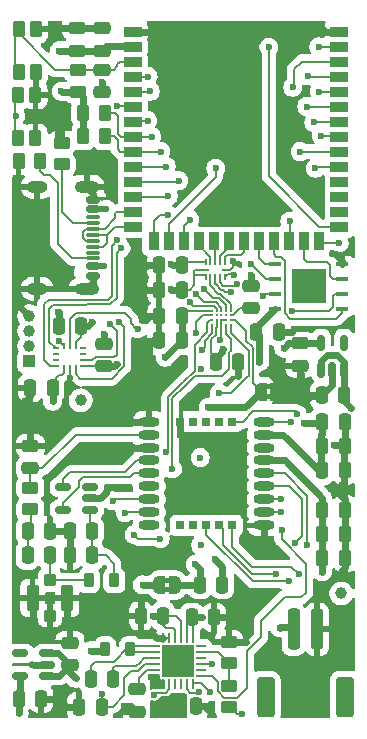
<source format=gbr>
%TF.GenerationSoftware,KiCad,Pcbnew,9.0.5*%
%TF.CreationDate,2025-11-01T11:22:36+01:00*%
%TF.ProjectId,horsesense,686f7273-6573-4656-9e73-652e6b696361,1.0*%
%TF.SameCoordinates,Original*%
%TF.FileFunction,Copper,L1,Top*%
%TF.FilePolarity,Positive*%
%FSLAX46Y46*%
G04 Gerber Fmt 4.6, Leading zero omitted, Abs format (unit mm)*
G04 Created by KiCad (PCBNEW 9.0.5) date 2025-11-01 11:22:36*
%MOMM*%
%LPD*%
G01*
G04 APERTURE LIST*
G04 Aperture macros list*
%AMRoundRect*
0 Rectangle with rounded corners*
0 $1 Rounding radius*
0 $2 $3 $4 $5 $6 $7 $8 $9 X,Y pos of 4 corners*
0 Add a 4 corners polygon primitive as box body*
4,1,4,$2,$3,$4,$5,$6,$7,$8,$9,$2,$3,0*
0 Add four circle primitives for the rounded corners*
1,1,$1+$1,$2,$3*
1,1,$1+$1,$4,$5*
1,1,$1+$1,$6,$7*
1,1,$1+$1,$8,$9*
0 Add four rect primitives between the rounded corners*
20,1,$1+$1,$2,$3,$4,$5,0*
20,1,$1+$1,$4,$5,$6,$7,0*
20,1,$1+$1,$6,$7,$8,$9,0*
20,1,$1+$1,$8,$9,$2,$3,0*%
%AMFreePoly0*
4,1,23,0.500000,-0.750000,0.000000,-0.750000,0.000000,-0.745722,-0.065263,-0.745722,-0.191342,-0.711940,-0.304381,-0.646677,-0.396677,-0.554381,-0.461940,-0.441342,-0.495722,-0.315263,-0.495722,-0.250000,-0.500000,-0.250000,-0.500000,0.250000,-0.495722,0.250000,-0.495722,0.315263,-0.461940,0.441342,-0.396677,0.554381,-0.304381,0.646677,-0.191342,0.711940,-0.065263,0.745722,0.000000,0.745722,
0.000000,0.750000,0.500000,0.750000,0.500000,-0.750000,0.500000,-0.750000,$1*%
%AMFreePoly1*
4,1,23,0.000000,0.745722,0.065263,0.745722,0.191342,0.711940,0.304381,0.646677,0.396677,0.554381,0.461940,0.441342,0.495722,0.315263,0.495722,0.250000,0.500000,0.250000,0.500000,-0.250000,0.495722,-0.250000,0.495722,-0.315263,0.461940,-0.441342,0.396677,-0.554381,0.304381,-0.646677,0.191342,-0.711940,0.065263,-0.745722,0.000000,-0.745722,0.000000,-0.750000,-0.500000,-0.750000,
-0.500000,0.750000,0.000000,0.750000,0.000000,0.745722,0.000000,0.745722,$1*%
G04 Aperture macros list end*
%TA.AperFunction,EtchedComponent*%
%ADD10C,0.000000*%
%TD*%
%TA.AperFunction,SMDPad,CuDef*%
%ADD11RoundRect,0.218750X-0.218750X-0.381250X0.218750X-0.381250X0.218750X0.381250X-0.218750X0.381250X0*%
%TD*%
%TA.AperFunction,SMDPad,CuDef*%
%ADD12RoundRect,0.250000X0.450000X-0.262500X0.450000X0.262500X-0.450000X0.262500X-0.450000X-0.262500X0*%
%TD*%
%TA.AperFunction,SMDPad,CuDef*%
%ADD13RoundRect,0.250000X0.475000X-0.250000X0.475000X0.250000X-0.475000X0.250000X-0.475000X-0.250000X0*%
%TD*%
%TA.AperFunction,SMDPad,CuDef*%
%ADD14RoundRect,0.250000X0.250000X0.475000X-0.250000X0.475000X-0.250000X-0.475000X0.250000X-0.475000X0*%
%TD*%
%TA.AperFunction,SMDPad,CuDef*%
%ADD15RoundRect,0.250000X-0.475000X0.250000X-0.475000X-0.250000X0.475000X-0.250000X0.475000X0.250000X0*%
%TD*%
%TA.AperFunction,SMDPad,CuDef*%
%ADD16RoundRect,0.250000X-0.250000X-1.500000X0.250000X-1.500000X0.250000X1.500000X-0.250000X1.500000X0*%
%TD*%
%TA.AperFunction,SMDPad,CuDef*%
%ADD17RoundRect,0.250001X-0.499999X-1.449999X0.499999X-1.449999X0.499999X1.449999X-0.499999X1.449999X0*%
%TD*%
%TA.AperFunction,SMDPad,CuDef*%
%ADD18R,1.500000X0.900000*%
%TD*%
%TA.AperFunction,SMDPad,CuDef*%
%ADD19R,0.900000X1.500000*%
%TD*%
%TA.AperFunction,HeatsinkPad*%
%ADD20C,0.600000*%
%TD*%
%TA.AperFunction,HeatsinkPad*%
%ADD21R,3.900000X3.900000*%
%TD*%
%TA.AperFunction,SMDPad,CuDef*%
%ADD22C,0.254000*%
%TD*%
%TA.AperFunction,ComponentPad*%
%ADD23R,1.000000X1.000000*%
%TD*%
%TA.AperFunction,ComponentPad*%
%ADD24C,1.000000*%
%TD*%
%TA.AperFunction,SMDPad,CuDef*%
%ADD25RoundRect,0.250000X-0.250000X-0.475000X0.250000X-0.475000X0.250000X0.475000X-0.250000X0.475000X0*%
%TD*%
%TA.AperFunction,SMDPad,CuDef*%
%ADD26FreePoly0,0.000000*%
%TD*%
%TA.AperFunction,SMDPad,CuDef*%
%ADD27FreePoly1,0.000000*%
%TD*%
%TA.AperFunction,SMDPad,CuDef*%
%ADD28RoundRect,0.250000X-0.262500X-0.450000X0.262500X-0.450000X0.262500X0.450000X-0.262500X0.450000X0*%
%TD*%
%TA.AperFunction,SMDPad,CuDef*%
%ADD29RoundRect,0.250000X0.262500X0.450000X-0.262500X0.450000X-0.262500X-0.450000X0.262500X-0.450000X0*%
%TD*%
%TA.AperFunction,SMDPad,CuDef*%
%ADD30RoundRect,0.062500X0.062500X-0.350000X0.062500X0.350000X-0.062500X0.350000X-0.062500X-0.350000X0*%
%TD*%
%TA.AperFunction,SMDPad,CuDef*%
%ADD31RoundRect,0.062500X0.350000X-0.062500X0.350000X0.062500X-0.350000X0.062500X-0.350000X-0.062500X0*%
%TD*%
%TA.AperFunction,HeatsinkPad*%
%ADD32C,0.500000*%
%TD*%
%TA.AperFunction,HeatsinkPad*%
%ADD33R,2.700000X2.700000*%
%TD*%
%TA.AperFunction,SMDPad,CuDef*%
%ADD34O,1.800000X0.800000*%
%TD*%
%TA.AperFunction,SMDPad,CuDef*%
%ADD35R,0.800000X0.800000*%
%TD*%
%TA.AperFunction,SMDPad,CuDef*%
%ADD36C,1.000000*%
%TD*%
%TA.AperFunction,SMDPad,CuDef*%
%ADD37RoundRect,0.150000X0.512500X0.150000X-0.512500X0.150000X-0.512500X-0.150000X0.512500X-0.150000X0*%
%TD*%
%TA.AperFunction,SMDPad,CuDef*%
%ADD38R,0.475000X0.250000*%
%TD*%
%TA.AperFunction,SMDPad,CuDef*%
%ADD39R,0.250000X0.475000*%
%TD*%
%TA.AperFunction,SMDPad,CuDef*%
%ADD40RoundRect,0.100000X0.425000X0.100000X-0.425000X0.100000X-0.425000X-0.100000X0.425000X-0.100000X0*%
%TD*%
%TA.AperFunction,HeatsinkPad*%
%ADD41R,3.000000X3.000000*%
%TD*%
%TA.AperFunction,SMDPad,CuDef*%
%ADD42RoundRect,0.218750X0.218750X0.381250X-0.218750X0.381250X-0.218750X-0.381250X0.218750X-0.381250X0*%
%TD*%
%TA.AperFunction,SMDPad,CuDef*%
%ADD43RoundRect,0.250000X-0.275000X0.450000X-0.275000X-0.450000X0.275000X-0.450000X0.275000X0.450000X0*%
%TD*%
%TA.AperFunction,SMDPad,CuDef*%
%ADD44FreePoly0,180.000000*%
%TD*%
%TA.AperFunction,SMDPad,CuDef*%
%ADD45FreePoly1,180.000000*%
%TD*%
%TA.AperFunction,SMDPad,CuDef*%
%ADD46RoundRect,0.100000X-0.400000X-0.400000X0.400000X-0.400000X0.400000X0.400000X-0.400000X0.400000X0*%
%TD*%
%TA.AperFunction,SMDPad,CuDef*%
%ADD47RoundRect,0.105000X-0.420000X-0.995000X0.420000X-0.995000X0.420000X0.995000X-0.420000X0.995000X0*%
%TD*%
%TA.AperFunction,SMDPad,CuDef*%
%ADD48RoundRect,0.150000X-0.425000X0.150000X-0.425000X-0.150000X0.425000X-0.150000X0.425000X0.150000X0*%
%TD*%
%TA.AperFunction,SMDPad,CuDef*%
%ADD49RoundRect,0.075000X-0.500000X0.075000X-0.500000X-0.075000X0.500000X-0.075000X0.500000X0.075000X0*%
%TD*%
%TA.AperFunction,HeatsinkPad*%
%ADD50O,2.100000X1.000000*%
%TD*%
%TA.AperFunction,HeatsinkPad*%
%ADD51O,1.800000X1.000000*%
%TD*%
%TA.AperFunction,SMDPad,CuDef*%
%ADD52R,0.200000X0.600000*%
%TD*%
%TA.AperFunction,SMDPad,CuDef*%
%ADD53R,0.250000X0.150000*%
%TD*%
%TA.AperFunction,SMDPad,CuDef*%
%ADD54R,0.600000X0.200000*%
%TD*%
%TA.AperFunction,SMDPad,CuDef*%
%ADD55RoundRect,0.150000X0.150000X-0.512500X0.150000X0.512500X-0.150000X0.512500X-0.150000X-0.512500X0*%
%TD*%
%TA.AperFunction,ViaPad*%
%ADD56C,0.600000*%
%TD*%
%TA.AperFunction,Conductor*%
%ADD57C,0.600000*%
%TD*%
%TA.AperFunction,Conductor*%
%ADD58C,0.200000*%
%TD*%
%TA.AperFunction,Conductor*%
%ADD59C,0.140000*%
%TD*%
%TA.AperFunction,Conductor*%
%ADD60C,0.500000*%
%TD*%
G04 APERTURE END LIST*
D10*
%TA.AperFunction,EtchedComponent*%
%TO.C,JP1*%
G36*
X22450000Y28310000D02*
G01*
X21950000Y28310000D01*
X21950000Y28710000D01*
X22450000Y28710000D01*
X22450000Y28310000D01*
G37*
%TD.AperFunction*%
%TA.AperFunction,EtchedComponent*%
G36*
X22450000Y27510000D02*
G01*
X21950000Y27510000D01*
X21950000Y27910000D01*
X22450000Y27910000D01*
X22450000Y27510000D01*
G37*
%TD.AperFunction*%
%TA.AperFunction,EtchedComponent*%
%TO.C,JP2*%
G36*
X13860000Y11930000D02*
G01*
X13360000Y11930000D01*
X13360000Y12330000D01*
X13860000Y12330000D01*
X13860000Y11930000D01*
G37*
%TD.AperFunction*%
%TA.AperFunction,EtchedComponent*%
G36*
X13860000Y11130000D02*
G01*
X13360000Y11130000D01*
X13360000Y11530000D01*
X13860000Y11530000D01*
X13860000Y11130000D01*
G37*
%TD.AperFunction*%
%TD*%
D11*
%TO.P,L2,1*%
%TO.N,Net-(J3-In)*%
X7007500Y12110000D03*
%TO.P,L2,2*%
%TO.N,Net-(U7-OUT)*%
X9132500Y12110000D03*
%TD*%
D12*
%TO.P,R4,1*%
%TO.N,Net-(U3-TS)*%
X18840000Y5090000D03*
%TO.P,R4,2*%
%TO.N,GND*%
X18840000Y6915000D03*
%TD*%
D13*
%TO.P,C24,1*%
%TO.N,+3.3V*%
X8060000Y56950000D03*
%TO.P,C24,2*%
%TO.N,GND*%
X8060000Y58850000D03*
%TD*%
D14*
%TO.P,C29,1*%
%TO.N,Net-(U7-OUT)*%
X7260000Y16310000D03*
%TO.P,C29,2*%
%TO.N,GND*%
X5360000Y16310000D03*
%TD*%
D15*
%TO.P,C17,1*%
%TO.N,+1.8V*%
X24850000Y32190000D03*
%TO.P,C17,2*%
%TO.N,GND*%
X24850000Y30290000D03*
%TD*%
D12*
%TO.P,R29,1*%
%TO.N,+3.3V*%
X6040000Y53507500D03*
%TO.P,R29,2*%
%TO.N,Net-(U9-EN)*%
X6040000Y55332500D03*
%TD*%
D16*
%TO.P,J2,1,Pin_1*%
%TO.N,+BATT*%
X24310000Y7980000D03*
%TO.P,J2,2,Pin_2*%
%TO.N,GND*%
X26310000Y7980000D03*
D17*
%TO.P,J2,MP*%
%TO.N,N/C*%
X21960000Y2230000D03*
X28660000Y2230000D03*
%TD*%
D18*
%TO.P,U9,1,GND*%
%TO.N,GND*%
X10700000Y58590000D03*
%TO.P,U9,2,3V3*%
%TO.N,+3.3V*%
X10700000Y57320000D03*
%TO.P,U9,3,EN*%
%TO.N,Net-(U9-EN)*%
X10700000Y56050000D03*
%TO.P,U9,4,IO4*%
%TO.N,PSEL_BAT*%
X10700000Y54780000D03*
%TO.P,U9,5,IO5*%
%TO.N,ICM_FSYNC*%
X10700000Y53510000D03*
%TO.P,U9,6,IO6*%
%TO.N,ICM_INT*%
X10700000Y52240000D03*
%TO.P,U9,7,IO7*%
%TO.N,ICM_INT2*%
X10700000Y50970000D03*
%TO.P,U9,8,IO15*%
%TO.N,SDA*%
X10700000Y49700000D03*
%TO.P,U9,9,IO16*%
%TO.N,SCL*%
X10700000Y48430000D03*
%TO.P,U9,10,IO17*%
%TO.N,GPS_RX*%
X10700000Y47160000D03*
%TO.P,U9,11,IO18*%
%TO.N,GPS_TX*%
X10700000Y45890000D03*
%TO.P,U9,12,IO8*%
%TO.N,FLASH_SID3*%
X10700000Y44620000D03*
%TO.P,U9,13,USB_D-*%
%TO.N,D-*%
X10700000Y43350000D03*
%TO.P,U9,14,USB_D+*%
%TO.N,D+*%
X10700000Y42080000D03*
D19*
%TO.P,U9,15,IO3*%
%TO.N,CE_BAT*%
X12465000Y40830000D03*
%TO.P,U9,16,IO46*%
%TO.N,GPS_JAM*%
X13735000Y40830000D03*
%TO.P,U9,17,IO9*%
%TO.N,FLASH_SCLK*%
X15005000Y40830000D03*
%TO.P,U9,18,IO10*%
%TO.N,MAX_CS*%
X16275000Y40830000D03*
%TO.P,U9,19,IO11*%
%TO.N,MAX_MISO*%
X17545000Y40830000D03*
%TO.P,U9,20,IO12*%
%TO.N,MAX_SCLK*%
X18815000Y40830000D03*
%TO.P,U9,21,IO13*%
%TO.N,MAX_MOSI*%
X20085000Y40830000D03*
%TO.P,U9,22,IO14*%
%TO.N,FLASH_SID0*%
X21355000Y40830000D03*
%TO.P,U9,23,IO21*%
%TO.N,FLASH_CS*%
X22625000Y40830000D03*
%TO.P,U9,24,IO47*%
%TO.N,FLASH_SID1*%
X23895000Y40830000D03*
%TO.P,U9,25,IO48*%
%TO.N,FLASH_SID2*%
X25165000Y40830000D03*
%TO.P,U9,26,IO45*%
%TO.N,GPS_FIX*%
X26435000Y40830000D03*
D18*
%TO.P,U9,27,IO0*%
%TO.N,Net-(U9-IO0)*%
X28200000Y42080000D03*
%TO.P,U9,28,IO35*%
%TO.N,unconnected-(U9-IO35-Pad28)*%
X28200000Y43350000D03*
%TO.P,U9,29,IO36*%
%TO.N,unconnected-(U9-IO36-Pad29)*%
X28200000Y44620000D03*
%TO.P,U9,30,IO37*%
%TO.N,unconnected-(U9-IO37-Pad30)*%
X28200000Y45890000D03*
%TO.P,U9,31,IO38*%
%TO.N,GPS_SEL*%
X28200000Y47160000D03*
%TO.P,U9,32,IO39*%
%TO.N,GPS_RST*%
X28200000Y48430000D03*
%TO.P,U9,33,IO40*%
%TO.N,GPS_REQ*%
X28200000Y49700000D03*
%TO.P,U9,34,IO41*%
%TO.N,GPS_PP1*%
X28200000Y50970000D03*
%TO.P,U9,35,IO42*%
%TO.N,GPS_REF*%
X28200000Y52240000D03*
%TO.P,U9,36,RXD0*%
%TO.N,Net-(J4-Pin_3)*%
X28200000Y53510000D03*
%TO.P,U9,37,TXD0*%
%TO.N,Net-(J4-Pin_2)*%
X28200000Y54780000D03*
%TO.P,U9,38,IO2*%
%TO.N,INT_BAT*%
X28200000Y56050000D03*
%TO.P,U9,39,IO1*%
%TO.N,ICM_AD0*%
X28200000Y57320000D03*
%TO.P,U9,40,GND*%
%TO.N,GND*%
X28200000Y58590000D03*
D20*
%TO.P,U9,41,GND*%
X16550000Y51570000D03*
X16550000Y50170000D03*
X17250000Y52270000D03*
X17250000Y50870000D03*
X17250000Y49470000D03*
X17950000Y51570000D03*
D21*
X17950000Y50870000D03*
D20*
X17950000Y50170000D03*
X18650000Y52270000D03*
X18650000Y50870000D03*
X18650000Y49470000D03*
X19350000Y51570000D03*
X19350000Y50170000D03*
%TD*%
D22*
%TO.P,U1,A1,VLED*%
%TO.N,+3.3V*%
X17400000Y34960000D03*
%TO.P,U1,A2,SCLK*%
%TO.N,MAX_SCLK_1_8*%
X17800000Y34960000D03*
%TO.P,U1,A3,SDO*%
%TO.N,MAX_MISO_1_8*%
X18200000Y34960000D03*
%TO.P,U1,A4,SDI*%
%TO.N,MAX_MOSI_1_8*%
X18600000Y34960000D03*
%TO.P,U1,A5,CSB*%
%TO.N,MAX_CS_1_8*%
X19000000Y34960000D03*
%TO.P,U1,B1,LED3_DRV*%
%TO.N,Net-(D3-K)*%
X17400000Y34560000D03*
%TO.P,U1,B2,\u002AINT*%
%TO.N,unconnected-(U1-\u002AINT-PadB2)*%
X17800000Y34560000D03*
%TO.P,U1,B3,GPIO1*%
%TO.N,unconnected-(U1-GPIO1-PadB3)*%
X18200000Y34560000D03*
%TO.P,U1,B4,GPIO2*%
%TO.N,unconnected-(U1-GPIO2-PadB4)*%
X18600000Y34560000D03*
%TO.P,U1,B5,VREF*%
%TO.N,Net-(U1-VREF)*%
X19000000Y34560000D03*
%TO.P,U1,C1,LED2_DRV*%
%TO.N,Net-(D2-K)*%
X17400000Y34160000D03*
%TO.P,U1,C2,VDD_DIG*%
%TO.N,+1.8V*%
X17800000Y34160000D03*
%TO.P,U1,C3,GND_DIG*%
%TO.N,GND*%
X18200000Y34160000D03*
%TO.P,U1,C4,GND_ANA*%
X18600000Y34160000D03*
%TO.P,U1,C5,PD_GND*%
%TO.N,PD_GND*%
X19000000Y34160000D03*
%TO.P,U1,D1,LED1_DRV*%
%TO.N,Net-(D1-K)*%
X17400000Y33760000D03*
%TO.P,U1,D2,VDD_ANA*%
%TO.N,+1.8V*%
X17800000Y33760000D03*
%TO.P,U1,D3,PGND*%
%TO.N,GND*%
X18200000Y33760000D03*
%TO.P,U1,D4,PD2_IN*%
%TO.N,Net-(U1-PD2_IN)*%
X18600000Y33760000D03*
%TO.P,U1,D5,PD1_IN*%
%TO.N,Net-(U1-PD1_IN)*%
X19000000Y33760000D03*
%TD*%
D14*
%TO.P,C31,1*%
%TO.N,+3.3V*%
X3910000Y28420000D03*
%TO.P,C31,2*%
%TO.N,GND*%
X2010000Y28420000D03*
%TD*%
D23*
%TO.P,J4,1,Pin_1*%
%TO.N,+3.3V*%
X1940000Y30695000D03*
D24*
%TO.P,J4,2,Pin_2*%
%TO.N,Net-(J4-Pin_2)*%
X1940000Y31965000D03*
%TO.P,J4,3,Pin_3*%
%TO.N,Net-(J4-Pin_3)*%
X1940000Y33235000D03*
%TO.P,J4,4,Pin_4*%
%TO.N,GND*%
X1940000Y34505000D03*
%TD*%
D25*
%TO.P,C27,1*%
%TO.N,Net-(C27-Pad1)*%
X1820000Y16330000D03*
%TO.P,C27,2*%
%TO.N,GND*%
X3720000Y16330000D03*
%TD*%
D13*
%TO.P,C26,1*%
%TO.N,Net-(U6-RF_IN)*%
X2020000Y21600000D03*
%TO.P,C26,2*%
%TO.N,GND*%
X2020000Y23500000D03*
%TD*%
D25*
%TO.P,C23,1*%
%TO.N,+3.3V*%
X26750000Y18100000D03*
%TO.P,C23,2*%
%TO.N,GND*%
X28650000Y18100000D03*
%TD*%
D12*
%TO.P,R3,1*%
%TO.N,Net-(U3-REGN)*%
X18880000Y1387500D03*
%TO.P,R3,2*%
%TO.N,Net-(U3-TS)*%
X18880000Y3212500D03*
%TD*%
D26*
%TO.P,JP1,1,A*%
%TO.N,PD_GND*%
X21550000Y28110000D03*
D27*
%TO.P,JP1,2,B*%
%TO.N,GND*%
X22850000Y28110000D03*
%TD*%
D28*
%TO.P,R6,1*%
%TO.N,+3.3V*%
X6527500Y49730000D03*
%TO.P,R6,2*%
%TO.N,SCL*%
X8352500Y49730000D03*
%TD*%
D14*
%TO.P,C3,1*%
%TO.N,+3.3V*%
X14830000Y38780000D03*
%TO.P,C3,2*%
%TO.N,GND*%
X12930000Y38780000D03*
%TD*%
D25*
%TO.P,C19,1*%
%TO.N,+3.3V*%
X26730000Y23480000D03*
%TO.P,C19,2*%
%TO.N,GND*%
X28630000Y23480000D03*
%TD*%
D29*
%TO.P,R1,1*%
%TO.N,Net-(J1-CC2)*%
X2852500Y47610000D03*
%TO.P,R1,2*%
%TO.N,GND*%
X1027500Y47610000D03*
%TD*%
D25*
%TO.P,C10,1*%
%TO.N,+BATT*%
X15700000Y9000000D03*
%TO.P,C10,2*%
%TO.N,GND*%
X17600000Y9000000D03*
%TD*%
D30*
%TO.P,U3,1,VAC*%
%TO.N,VBUS*%
X13290000Y3315000D03*
%TO.P,U3,2,PSEL*%
%TO.N,PSEL_BAT*%
X13790000Y3315000D03*
%TO.P,U3,3,~{PG}*%
%TO.N,unconnected-(U3-~{PG}-Pad3)*%
X14290000Y3315000D03*
%TO.P,U3,4,STAT*%
%TO.N,unconnected-(U3-STAT-Pad4)*%
X14790000Y3315000D03*
%TO.P,U3,5,SCL*%
%TO.N,SCL*%
X15290000Y3315000D03*
%TO.P,U3,6,SDA*%
%TO.N,SDA*%
X15790000Y3315000D03*
D31*
%TO.P,U3,7,~{INT}*%
%TO.N,INT_BAT*%
X16502500Y4027500D03*
%TO.P,U3,8,NC*%
%TO.N,unconnected-(U3-NC-Pad8)*%
X16502500Y4527500D03*
%TO.P,U3,9,~{CE}*%
%TO.N,CE_BAT*%
X16502500Y5027500D03*
%TO.P,U3,10,NC*%
%TO.N,unconnected-(U3-NC-Pad10)*%
X16502500Y5527500D03*
%TO.P,U3,11,TS*%
%TO.N,Net-(U3-TS)*%
X16502500Y6027500D03*
%TO.P,U3,12,~{QON}*%
%TO.N,unconnected-(U3-~{QON}-Pad12)*%
X16502500Y6527500D03*
D30*
%TO.P,U3,13,BAT*%
%TO.N,+BATT*%
X15790000Y7240000D03*
%TO.P,U3,14,BAT*%
X15290000Y7240000D03*
%TO.P,U3,15,SYS*%
%TO.N,Vsys*%
X14790000Y7240000D03*
%TO.P,U3,16,SYS*%
X14290000Y7240000D03*
%TO.P,U3,17,GND*%
%TO.N,GND*%
X13790000Y7240000D03*
%TO.P,U3,18,GND*%
X13290000Y7240000D03*
D31*
%TO.P,U3,19,SW*%
%TO.N,Net-(C13-Pad1)*%
X12577500Y6527500D03*
%TO.P,U3,20,SW*%
X12577500Y6027500D03*
%TO.P,U3,21,BTST*%
%TO.N,Net-(U3-BTST)*%
X12577500Y5527500D03*
%TO.P,U3,22,REGN*%
%TO.N,Net-(U3-REGN)*%
X12577500Y5027500D03*
%TO.P,U3,23,PMID*%
%TO.N,Net-(U3-PMID)*%
X12577500Y4527500D03*
%TO.P,U3,24,VBUS*%
%TO.N,VBUS*%
X12577500Y4027500D03*
D32*
%TO.P,U3,25,GND*%
%TO.N,GND*%
X13440000Y4177500D03*
X14540000Y4177500D03*
X15640000Y4177500D03*
X13440000Y5277500D03*
X14540000Y5277500D03*
D33*
X14540000Y5277500D03*
D32*
X15640000Y5277500D03*
X13440000Y6377500D03*
X14540000Y6377500D03*
X15640000Y6377500D03*
%TD*%
D28*
%TO.P,R5,1*%
%TO.N,+3.3V*%
X6507500Y51700000D03*
%TO.P,R5,2*%
%TO.N,SDA*%
X8332500Y51700000D03*
%TD*%
D25*
%TO.P,C13,1*%
%TO.N,Net-(C13-Pad1)*%
X7150000Y3790000D03*
%TO.P,C13,2*%
%TO.N,Net-(U3-BTST)*%
X9050000Y3790000D03*
%TD*%
D14*
%TO.P,C7,1*%
%TO.N,+3.3V*%
X14840000Y32430000D03*
%TO.P,C7,2*%
%TO.N,GND*%
X12940000Y32430000D03*
%TD*%
D25*
%TO.P,C15,1*%
%TO.N,+3.3V*%
X1060000Y2110000D03*
%TO.P,C15,2*%
%TO.N,GND*%
X2960000Y2110000D03*
%TD*%
%TO.P,C21,1*%
%TO.N,+3.3V*%
X26760000Y14050000D03*
%TO.P,C21,2*%
%TO.N,GND*%
X28660000Y14050000D03*
%TD*%
%TO.P,C8,1*%
%TO.N,VBUS*%
X14150000Y1470000D03*
%TO.P,C8,2*%
%TO.N,GND*%
X16050000Y1470000D03*
%TD*%
D13*
%TO.P,C1,1*%
%TO.N,+3.3V*%
X8260000Y30230000D03*
%TO.P,C1,2*%
%TO.N,GND*%
X8260000Y32130000D03*
%TD*%
D34*
%TO.P,U6,1,GND*%
%TO.N,GND*%
X21780000Y16770000D03*
%TO.P,U6,2,TXD*%
%TO.N,GPS_TX*%
X21780000Y17870000D03*
%TO.P,U6,3,RXD*%
%TO.N,GPS_RX*%
X21780000Y18970000D03*
%TO.P,U6,4,1PPS*%
%TO.N,GPS_PP1*%
X21780000Y20070000D03*
%TO.P,U6,5,~{AP_REQ}*%
%TO.N,GPS_REQ*%
X21780000Y21170000D03*
%TO.P,U6,6,V_BCKP*%
%TO.N,+3.3V*%
X21780000Y22270000D03*
%TO.P,U6,7,RESERVED*%
%TO.N,unconnected-(U6-RESERVED-Pad7)*%
X21780000Y23370000D03*
%TO.P,U6,8,VCC*%
%TO.N,+3.3V*%
X21780000Y24470000D03*
%TO.P,U6,9,~{RESET}*%
%TO.N,GPS_RST*%
X21780000Y25570000D03*
%TO.P,U6,10,GND*%
%TO.N,GND*%
X12080000Y25570000D03*
%TO.P,U6,11,RF_IN*%
%TO.N,Net-(U6-RF_IN)*%
X12080000Y24470000D03*
%TO.P,U6,12,GND*%
%TO.N,GND*%
X12080000Y23370000D03*
%TO.P,U6,13,ANT_ON*%
%TO.N,Net-(U6-ANT_ON)*%
X12080000Y22270000D03*
%TO.P,U6,14,VDD_RF*%
%TO.N,Net-(U6-VDD_RF)*%
X12080000Y21170000D03*
%TO.P,U6,15,RESERVED*%
%TO.N,unconnected-(U6-RESERVED-Pad15)*%
X12080000Y20070000D03*
%TO.P,U6,16,I2C_SDA*%
%TO.N,SDA*%
X12080000Y18970000D03*
%TO.P,U6,17,I2C_SCL*%
%TO.N,SCL*%
X12080000Y17870000D03*
%TO.P,U6,18,RESERVED*%
%TO.N,unconnected-(U6-RESERVED-Pad18)*%
X12080000Y16770000D03*
D35*
%TO.P,U6,19,RESERVED*%
%TO.N,unconnected-(U6-RESERVED-Pad19)*%
X14730000Y16770000D03*
%TO.P,U6,20,SPI_CS*%
%TO.N,unconnected-(U6-SPI_CS-Pad20)*%
X15830000Y16770000D03*
%TO.P,U6,21,GEOFENCE*%
%TO.N,GPS_REF*%
X16930000Y16770000D03*
%TO.P,U6,22,JAM_IND*%
%TO.N,GPS_JAM*%
X18030000Y16770000D03*
%TO.P,U6,23,3D_FIX*%
%TO.N,GPS_FIX*%
X19130000Y16770000D03*
%TO.P,U6,24,D_SEL*%
%TO.N,GPS_SEL*%
X19130000Y25570000D03*
%TO.P,U6,25,SPI_CLK*%
%TO.N,unconnected-(U6-SPI_CLK-Pad25)*%
X18030000Y25570000D03*
%TO.P,U6,26,SPI_MISO*%
%TO.N,unconnected-(U6-SPI_MISO-Pad26)*%
X16930000Y25570000D03*
%TO.P,U6,27,SPI_MOSI*%
%TO.N,unconnected-(U6-SPI_MOSI-Pad27)*%
X15830000Y25570000D03*
%TO.P,U6,28,GND*%
%TO.N,GND*%
X14730000Y25570000D03*
%TD*%
D25*
%TO.P,C5,1*%
%TO.N,+1.8V*%
X17750000Y30630000D03*
%TO.P,C5,2*%
%TO.N,GND*%
X19650000Y30630000D03*
%TD*%
D36*
%TO.P,TP1,1,1*%
%TO.N,unconnected-(TP1-Pad1)*%
X6300000Y27370000D03*
%TD*%
D25*
%TO.P,C33,1*%
%TO.N,+3.3V_LED*%
X16380000Y11770000D03*
%TO.P,C33,2*%
%TO.N,PD_GND*%
X18280000Y11770000D03*
%TD*%
D13*
%TO.P,C14,1*%
%TO.N,Vsys*%
X5380000Y4930000D03*
%TO.P,C14,2*%
%TO.N,GND*%
X5380000Y6830000D03*
%TD*%
D14*
%TO.P,C16,1*%
%TO.N,Vsys*%
X28610000Y27790000D03*
%TO.P,C16,2*%
%TO.N,GND*%
X26710000Y27790000D03*
%TD*%
D37*
%TO.P,U7,1,OUT*%
%TO.N,Net-(U7-OUT)*%
X7107500Y18117500D03*
%TO.P,U7,2,GND*%
%TO.N,GND*%
X7107500Y19067500D03*
%TO.P,U7,3,~{FLG}*%
%TO.N,unconnected-(U7-~{FLG}-Pad3)*%
X7107500Y20017500D03*
%TO.P,U7,4,EN*%
%TO.N,Net-(U6-ANT_ON)*%
X4832500Y20017500D03*
%TO.P,U7,5,IN*%
%TO.N,Net-(U6-VDD_RF)*%
X4832500Y18117500D03*
%TD*%
D25*
%TO.P,C18,1*%
%TO.N,+3.3V*%
X26730000Y25510000D03*
%TO.P,C18,2*%
%TO.N,GND*%
X28630000Y25510000D03*
%TD*%
%TO.P,C34,1*%
%TO.N,+3.3V*%
X21170000Y33180000D03*
%TO.P,C34,2*%
%TO.N,GND*%
X23070000Y33180000D03*
%TD*%
D38*
%TO.P,MT1,1,AP_SDO/AP_AD0*%
%TO.N,ICM_AD0*%
X4200000Y31760000D03*
%TO.P,MT1,2,RESV*%
%TO.N,unconnected-(MT1-RESV-Pad2)*%
X4200000Y31260000D03*
%TO.P,MT1,3,RESV__1*%
%TO.N,unconnected-(MT1-RESV__1-Pad3)*%
X4200000Y30760000D03*
%TO.P,MT1,4,INT1/INT*%
%TO.N,ICM_INT*%
X4200000Y30260000D03*
D39*
%TO.P,MT1,5,VDDIO*%
%TO.N,+3.3V*%
X4862500Y30097500D03*
%TO.P,MT1,6,GND*%
%TO.N,GND*%
X5362500Y30097500D03*
%TO.P,MT1,7,FSYNC*%
%TO.N,ICM_FSYNC*%
X5862500Y30097500D03*
D38*
%TO.P,MT1,8,VDD*%
%TO.N,+3.3V*%
X6525000Y30260000D03*
%TO.P,MT1,9,INT2*%
%TO.N,ICM_INT2*%
X6525000Y30760000D03*
%TO.P,MT1,10,RESV__2*%
%TO.N,unconnected-(MT1-RESV__2-Pad10)*%
X6525000Y31260000D03*
%TO.P,MT1,11,RESV__3*%
%TO.N,unconnected-(MT1-RESV__3-Pad11)*%
X6525000Y31760000D03*
D39*
%TO.P,MT1,12,AP_CS*%
%TO.N,+3.3V*%
X5862500Y31922500D03*
%TO.P,MT1,13,AP_SCL/AP_SCLK*%
%TO.N,SCL*%
X5362500Y31922500D03*
%TO.P,MT1,14,AP_SDA/AP_SDIO/AP_SDI*%
%TO.N,SDA*%
X4862500Y31922500D03*
%TD*%
D40*
%TO.P,U8,1,~{CS}*%
%TO.N,FLASH_CS*%
X28440000Y35115000D03*
%TO.P,U8,2,SO/SIO1*%
%TO.N,FLASH_SID1*%
X28440000Y36385000D03*
%TO.P,U8,3,~{WP}/SIO2*%
%TO.N,FLASH_SID2*%
X28440000Y37655000D03*
%TO.P,U8,4,GND*%
%TO.N,GND*%
X28440000Y38925000D03*
%TO.P,U8,5,SI/SIO0*%
%TO.N,FLASH_SID0*%
X22740000Y38925000D03*
%TO.P,U8,6,SCLK*%
%TO.N,FLASH_SCLK*%
X22740000Y37655000D03*
%TO.P,U8,7,~{HOLD}/SIO3*%
%TO.N,FLASH_SID3*%
X22740000Y36385000D03*
%TO.P,U8,8,VCC*%
%TO.N,+3.3V*%
X22740000Y35115000D03*
D41*
%TO.P,U8,9*%
%TO.N,N/C*%
X25590000Y37020000D03*
%TD*%
D42*
%TO.P,L1,1,1*%
%TO.N,Net-(C13-Pad1)*%
X10492500Y6280000D03*
%TO.P,L1,2,2*%
%TO.N,Vsys*%
X8367500Y6280000D03*
%TD*%
D15*
%TO.P,C37,1*%
%TO.N,Net-(U9-EN)*%
X8100000Y55340000D03*
%TO.P,C37,2*%
%TO.N,GND*%
X8100000Y53440000D03*
%TD*%
D37*
%TO.P,U4,1,VIN*%
%TO.N,Vsys*%
X3467500Y4037500D03*
%TO.P,U4,2,GND*%
%TO.N,GND*%
X3467500Y4987500D03*
%TO.P,U4,3,CE*%
%TO.N,Vsys*%
X3467500Y5937500D03*
%TO.P,U4,4,NC*%
%TO.N,unconnected-(U4-NC-Pad4)*%
X1192500Y5937500D03*
%TO.P,U4,5,VOUT*%
%TO.N,+3.3V*%
X1192500Y4037500D03*
%TD*%
D43*
%TO.P,SW1,1,1*%
%TO.N,GND*%
X2475000Y58770000D03*
X2475000Y55170000D03*
%TO.P,SW1,2,2*%
%TO.N,Net-(U9-EN)*%
X1035000Y58770000D03*
X1035000Y55170000D03*
%TD*%
D14*
%TO.P,C12,1*%
%TO.N,Vsys*%
X13280000Y9110000D03*
%TO.P,C12,2*%
%TO.N,GND*%
X11380000Y9110000D03*
%TD*%
D12*
%TO.P,R7,1*%
%TO.N,Net-(C27-Pad1)*%
X2020000Y18147500D03*
%TO.P,R7,2*%
%TO.N,Net-(U6-RF_IN)*%
X2020000Y19972500D03*
%TD*%
D44*
%TO.P,JP2,1,A*%
%TO.N,+3.3V_LED*%
X14260000Y11730000D03*
D45*
%TO.P,JP2,2,B*%
%TO.N,+3.3V*%
X12960000Y11730000D03*
%TD*%
D14*
%TO.P,C32,1*%
%TO.N,+1.8V*%
X14840000Y36740000D03*
%TO.P,C32,2*%
%TO.N,GND*%
X12940000Y36740000D03*
%TD*%
%TO.P,C11,1*%
%TO.N,Net-(U3-REGN)*%
X8060000Y1440000D03*
%TO.P,C11,2*%
%TO.N,GND*%
X6160000Y1440000D03*
%TD*%
%TO.P,C2,1*%
%TO.N,+3.3V*%
X6320000Y33660000D03*
%TO.P,C2,2*%
%TO.N,GND*%
X4420000Y33660000D03*
%TD*%
D46*
%TO.P,J3,1,In*%
%TO.N,Net-(J3-In)*%
X3690000Y12140000D03*
D47*
%TO.P,J3,2,Ext*%
%TO.N,GND*%
X5165000Y10640000D03*
D46*
X3690000Y9140000D03*
D47*
X2215000Y10640000D03*
%TD*%
D36*
%TO.P,TP2,1,1*%
%TO.N,unconnected-(TP2-Pad1)*%
X28350000Y11020000D03*
%TD*%
D25*
%TO.P,C20,1*%
%TO.N,+3.3V*%
X26730000Y21440000D03*
%TO.P,C20,2*%
%TO.N,GND*%
X28630000Y21440000D03*
%TD*%
%TO.P,C22,1*%
%TO.N,+3.3V*%
X26760000Y16040000D03*
%TO.P,C22,2*%
%TO.N,GND*%
X28660000Y16040000D03*
%TD*%
D13*
%TO.P,C4,1*%
%TO.N,Net-(U1-VREF)*%
X20740000Y35140000D03*
%TO.P,C4,2*%
%TO.N,GND*%
X20740000Y37040000D03*
%TD*%
D14*
%TO.P,C28,1*%
%TO.N,Net-(J3-In)*%
X3690000Y14240000D03*
%TO.P,C28,2*%
%TO.N,Net-(C27-Pad1)*%
X1790000Y14240000D03*
%TD*%
D48*
%TO.P,J1,A1,GND*%
%TO.N,GND*%
X7370000Y44330000D03*
%TO.P,J1,A4,VBUS*%
%TO.N,VBUS*%
X7370000Y43530000D03*
D49*
%TO.P,J1,A5,CC1*%
%TO.N,Net-(J1-CC1)*%
X7370000Y42380000D03*
%TO.P,J1,A6,D+*%
%TO.N,D+*%
X7370000Y41380000D03*
%TO.P,J1,A7,D-*%
%TO.N,D-*%
X7370000Y40880000D03*
%TO.P,J1,A8*%
%TO.N,N/C*%
X7370000Y39880000D03*
D48*
%TO.P,J1,A9,VBUS*%
%TO.N,VBUS*%
X7370000Y38730000D03*
%TO.P,J1,A12,GND*%
%TO.N,GND*%
X7370000Y37930000D03*
%TO.P,J1,B1,GND*%
X7370000Y37930000D03*
%TO.P,J1,B4,VBUS*%
%TO.N,VBUS*%
X7370000Y38730000D03*
D49*
%TO.P,J1,B5,CC2*%
%TO.N,Net-(J1-CC2)*%
X7370000Y39380000D03*
%TO.P,J1,B6,D+*%
%TO.N,D+*%
X7370000Y40380000D03*
%TO.P,J1,B7,D-*%
%TO.N,D-*%
X7370000Y41880000D03*
%TO.P,J1,B8*%
%TO.N,N/C*%
X7370000Y42880000D03*
D48*
%TO.P,J1,B9,VBUS*%
%TO.N,VBUS*%
X7370000Y43530000D03*
%TO.P,J1,B12,GND*%
%TO.N,GND*%
X7370000Y44330000D03*
D50*
%TO.P,J1,S1,SHIELD*%
X6795000Y45450000D03*
D51*
X2615000Y45450000D03*
D50*
X6795000Y36810000D03*
D51*
X2615000Y36810000D03*
%TD*%
D14*
%TO.P,C30,1*%
%TO.N,Net-(U7-OUT)*%
X7260000Y14230000D03*
%TO.P,C30,2*%
%TO.N,GND*%
X5360000Y14230000D03*
%TD*%
D52*
%TO.P,U2,1,VCCA*%
%TO.N,+1.8V*%
X16870000Y37780000D03*
D53*
X16695000Y38005000D03*
D52*
%TO.P,U2,2,A1*%
%TO.N,MAX_CS_1_8*%
X17270000Y37780000D03*
%TO.P,U2,3,A2*%
%TO.N,MAX_MISO_1_8*%
X17670000Y37780000D03*
%TO.P,U2,4,A3*%
%TO.N,MAX_SCLK_1_8*%
X18070000Y37780000D03*
%TO.P,U2,5,A4*%
%TO.N,MAX_MOSI_1_8*%
X18470000Y37780000D03*
D54*
%TO.P,U2,6,GND*%
%TO.N,GND*%
X18470000Y38430000D03*
D52*
%TO.P,U2,7,B4*%
%TO.N,MAX_MOSI*%
X18470000Y39080000D03*
%TO.P,U2,8,B3*%
%TO.N,MAX_SCLK*%
X18070000Y39080000D03*
%TO.P,U2,9,B2*%
%TO.N,MAX_MISO*%
X17670000Y39080000D03*
%TO.P,U2,10,B1*%
%TO.N,MAX_CS*%
X17270000Y39080000D03*
%TO.P,U2,11,VCCB*%
%TO.N,+3.3V*%
X16870000Y39080000D03*
D54*
%TO.P,U2,12,OE*%
%TO.N,+1.8V*%
X16870000Y38430000D03*
%TD*%
D15*
%TO.P,C9,1*%
%TO.N,Net-(U3-PMID)*%
X11080000Y2890000D03*
%TO.P,C9,2*%
%TO.N,GND*%
X11080000Y990000D03*
%TD*%
D55*
%TO.P,U5,1,VIN*%
%TO.N,Vsys*%
X26657500Y29972500D03*
%TO.P,U5,2,GND*%
%TO.N,GND*%
X27607500Y29972500D03*
%TO.P,U5,3,CE*%
%TO.N,Vsys*%
X28557500Y29972500D03*
%TO.P,U5,4,NC*%
%TO.N,unconnected-(U5-NC-Pad4)*%
X28557500Y32247500D03*
%TO.P,U5,5,VOUT*%
%TO.N,+1.8V*%
X26657500Y32247500D03*
%TD*%
D12*
%TO.P,R2,1*%
%TO.N,Net-(J1-CC1)*%
X4700000Y47337500D03*
%TO.P,R2,2*%
%TO.N,GND*%
X4700000Y49162500D03*
%TD*%
D14*
%TO.P,C6,1*%
%TO.N,+3.3V*%
X14840000Y34510000D03*
%TO.P,C6,2*%
%TO.N,GND*%
X12940000Y34510000D03*
%TD*%
D43*
%TO.P,SW2,1,1*%
%TO.N,GND*%
X2465000Y53200000D03*
X2465000Y49600000D03*
%TO.P,SW2,2,2*%
%TO.N,Net-(U9-IO0)*%
X1025000Y53200000D03*
X1025000Y49600000D03*
%TD*%
D13*
%TO.P,C25,1*%
%TO.N,+3.3V*%
X5940000Y56970000D03*
%TO.P,C25,2*%
%TO.N,GND*%
X5940000Y58870000D03*
%TD*%
D56*
%TO.N,+3.3V*%
X4490000Y56960000D03*
X11530000Y11740000D03*
X13440000Y31000000D03*
X21430000Y30600000D03*
X3930000Y27290000D03*
X7260000Y34010000D03*
X25200000Y25470000D03*
X9330000Y30440000D03*
X26740000Y12850000D03*
X4660000Y53540000D03*
X1080000Y870000D03*
X13930000Y38936513D03*
%TO.N,GND*%
X2230000Y8400000D03*
X24185602Y33167021D03*
X11810000Y38770000D03*
X20320000Y6930000D03*
X9960000Y1481000D03*
X18111147Y32460553D03*
X2330000Y4980000D03*
X24921000Y29190000D03*
X10690000Y23400000D03*
X5070000Y1481000D03*
X12390000Y58630000D03*
X19160000Y39130000D03*
X28399000Y20190000D03*
X26900000Y58690000D03*
X4390000Y50550000D03*
X20730000Y37970000D03*
X2040000Y24940000D03*
X8270000Y32980000D03*
X11360000Y10360000D03*
X14740000Y24470000D03*
X18620000Y9000000D03*
X1570000Y27290000D03*
X21740000Y15580000D03*
X5165000Y8595000D03*
X27774265Y23555735D03*
X5365152Y29236194D03*
X17360000Y1181000D03*
X12079315Y31391131D03*
X11498045Y34132415D03*
X27870000Y39770000D03*
X10640000Y25610000D03*
X28020000Y19620000D03*
X3770000Y2100000D03*
X4430000Y58860000D03*
X24119000Y28420000D03*
X11840000Y36760000D03*
X8400000Y19510000D03*
X28399000Y12610000D03*
X5360000Y15280000D03*
X4410000Y34860000D03*
X19646949Y29413051D03*
X8100000Y54290000D03*
X25222000Y27130000D03*
X12280000Y7700000D03*
%TO.N,+1.8V*%
X13940000Y36760000D03*
X18321279Y31688641D03*
X23474000Y31790000D03*
%TO.N,VBUS*%
X12790000Y780000D03*
X8300000Y38730000D03*
X8450000Y43530000D03*
%TO.N,+BATT*%
X23150000Y8110000D03*
X16570000Y8990000D03*
%TO.N,Net-(U3-REGN)*%
X8100000Y2510000D03*
X19990000Y780000D03*
%TO.N,Vsys*%
X12420000Y9120000D03*
X7160000Y6160000D03*
X29199000Y26710000D03*
X5860000Y3830000D03*
%TO.N,SDA*%
X4420000Y32420000D03*
X17279527Y2689686D03*
X12290000Y49700000D03*
X9000000Y18850000D03*
%TO.N,SCL*%
X10040000Y17860000D03*
X11113955Y33430649D03*
X13085000Y48430000D03*
X16346615Y2694517D03*
%TO.N,Net-(U9-IO0)*%
X800000Y51440000D03*
X22230000Y57262000D03*
%TO.N,MAX_MOSI_1_8*%
X19246611Y37949490D03*
X16761405Y36792178D03*
%TO.N,MAX_SCLK_1_8*%
X15532987Y35658976D03*
X19503765Y37191946D03*
%TO.N,MAX_MISO_1_8*%
X19017074Y36513000D03*
X16090000Y36357185D03*
%TO.N,INT_BAT*%
X23295029Y16354971D03*
X24250000Y53870000D03*
%TO.N,CE_BAT*%
X17450000Y5020000D03*
X13690000Y43070000D03*
%TO.N,PSEL_BAT*%
X12530000Y2440000D03*
X12000000Y54780000D03*
%TO.N,GPS_JAM*%
X17720000Y47010000D03*
X22830000Y12660000D03*
%TO.N,ICM_FSYNC*%
X9530918Y33995347D03*
X12180000Y53530000D03*
%TO.N,GPS_REQ*%
X26670000Y49780000D03*
X25450000Y15110000D03*
%TO.N,GPS_TX*%
X14594265Y45960000D03*
X23260000Y17870000D03*
%TO.N,ICM_INT2*%
X8754971Y33786499D03*
X11970000Y51050000D03*
%TO.N,GPS_RST*%
X24119000Y25550000D03*
X24857363Y48424038D03*
%TO.N,ICM_INT*%
X9340784Y52283250D03*
X9326149Y40961899D03*
%TO.N,GPS_PP1*%
X26030000Y50900000D03*
X24477815Y15272185D03*
%TO.N,FLASH_SCLK*%
X20740000Y38900000D03*
X15530000Y42660000D03*
%TO.N,GPS_SEL*%
X26170000Y47000000D03*
X24622000Y26172085D03*
%TO.N,Net-(J4-Pin_3)*%
X26500000Y53510000D03*
%TO.N,GPS_RX*%
X13530000Y47160000D03*
X23290000Y18980000D03*
%TO.N,ICM_AD0*%
X26440000Y57310000D03*
X9710000Y40260000D03*
%TO.N,GPS_REF*%
X25430000Y52240000D03*
X23918083Y12040000D03*
%TO.N,Net-(J4-Pin_2)*%
X25560000Y54830000D03*
%TO.N,GPS_FIX*%
X28179000Y40690000D03*
X24760000Y12620000D03*
%TO.N,Net-(U1-PD2_IN)*%
X14060000Y21560000D03*
%TO.N,Net-(D2-K)*%
X13491469Y22967996D03*
%TO.N,Net-(D1-K)*%
X16530000Y31660000D03*
%TO.N,Net-(D3-K)*%
X16030000Y33100000D03*
X10841000Y15980000D03*
X13030000Y15660000D03*
%TO.N,Net-(U1-PD1_IN)*%
X18010000Y27950000D03*
%TO.N,PD_GND*%
X17630000Y13940000D03*
X17110000Y26780000D03*
%TO.N,FLASH_SID3*%
X13710000Y44660000D03*
X21740000Y36180000D03*
%TO.N,FLASH_SID1*%
X23980000Y42510000D03*
X24190000Y34958527D03*
%TO.N,+3.3V_LED*%
X15980000Y13470000D03*
X16460000Y15100000D03*
X16420000Y22520000D03*
X16509000Y30010000D03*
%TD*%
D57*
%TO.N,+3.3V*%
X26760000Y16040000D02*
X26760000Y18090000D01*
X9330000Y30440000D02*
X9120000Y30230000D01*
D58*
X4210000Y29270000D02*
X4210000Y28660000D01*
D57*
X6507500Y53040000D02*
X6040000Y53507500D01*
X8060000Y56950000D02*
X5960000Y56950000D01*
D58*
X4460000Y29520000D02*
X4210000Y29270000D01*
D57*
X21170000Y33545000D02*
X22740000Y35115000D01*
D59*
X16870000Y39080000D02*
X15130000Y39080000D01*
D57*
X9120000Y30230000D02*
X8260000Y30230000D01*
X21170000Y33180000D02*
X21170000Y33545000D01*
X6040000Y53507500D02*
X4692500Y53507500D01*
X3910000Y28420000D02*
X3910000Y27310000D01*
X26690000Y24500000D02*
X26680000Y24490000D01*
X13440000Y31030000D02*
X14840000Y32430000D01*
X23560000Y22270000D02*
X21780000Y22270000D01*
X21430000Y32920000D02*
X21170000Y33180000D01*
X14830000Y38780000D02*
X14086513Y38780000D01*
D58*
X8230000Y30260000D02*
X8260000Y30230000D01*
D57*
X10690000Y57330000D02*
X8440000Y57330000D01*
X972500Y4030000D02*
X1130000Y3872500D01*
D58*
X4862500Y30097500D02*
X4862500Y29702500D01*
D59*
X15130000Y39080000D02*
X14830000Y38780000D01*
D58*
X6525000Y30260000D02*
X8230000Y30260000D01*
D57*
X12960000Y11730000D02*
X11540000Y11730000D01*
X26680000Y21490000D02*
X26730000Y21440000D01*
X25200000Y25470000D02*
X26690000Y25470000D01*
X5960000Y56950000D02*
X5940000Y56970000D01*
X10700000Y57320000D02*
X10690000Y57330000D01*
D59*
X17400000Y34960000D02*
X15290000Y34960000D01*
D57*
X4692500Y53507500D02*
X4660000Y53540000D01*
X21430000Y30600000D02*
X21430000Y32920000D01*
X1060000Y2110000D02*
X1060000Y890000D01*
X13440000Y31000000D02*
X13440000Y31030000D01*
D58*
X6320000Y32720000D02*
X6320000Y33660000D01*
D57*
X26750000Y18100000D02*
X26750000Y19080000D01*
X8440000Y57330000D02*
X8060000Y56950000D01*
X23400000Y24470000D02*
X21780000Y24470000D01*
X14840000Y32430000D02*
X14840000Y34510000D01*
X26430000Y21440000D02*
X23400000Y24470000D01*
D59*
X15290000Y34960000D02*
X14840000Y34510000D01*
D58*
X4862500Y29702500D02*
X4680000Y29520000D01*
D57*
X26760000Y12870000D02*
X26740000Y12850000D01*
X5940000Y56970000D02*
X4500000Y56970000D01*
X1130000Y3872500D02*
X1130000Y2180000D01*
X6910000Y33660000D02*
X6320000Y33660000D01*
X3910000Y27310000D02*
X3930000Y27290000D01*
X6507500Y51700000D02*
X6507500Y53040000D01*
D59*
X21520000Y32977500D02*
X21297500Y33200000D01*
D57*
X26680000Y24490000D02*
X26680000Y21490000D01*
D58*
X5862500Y32262500D02*
X6320000Y32720000D01*
D57*
X14086513Y38780000D02*
X13930000Y38936513D01*
X1130000Y2180000D02*
X1060000Y2110000D01*
X26760000Y18090000D02*
X26750000Y18100000D01*
X4500000Y56970000D02*
X4490000Y56960000D01*
X26690000Y25470000D02*
X26730000Y25510000D01*
X11540000Y11730000D02*
X11530000Y11740000D01*
X6527500Y51680000D02*
X6507500Y51700000D01*
X26750000Y19080000D02*
X23560000Y22270000D01*
X26760000Y14050000D02*
X26760000Y12870000D01*
X1060000Y890000D02*
X1080000Y870000D01*
X26760000Y14050000D02*
X26760000Y16040000D01*
X6527500Y49730000D02*
X6527500Y51680000D01*
X26690000Y25470000D02*
X26690000Y24500000D01*
D58*
X4680000Y29520000D02*
X4460000Y29520000D01*
D57*
X7260000Y34010000D02*
X6910000Y33660000D01*
D58*
X5862500Y31922500D02*
X5862500Y32262500D01*
D57*
%TO.N,GND*%
X11810000Y38770000D02*
X11930000Y38770000D01*
X2330000Y4980000D02*
X3247500Y4980000D01*
D59*
X18200000Y34160000D02*
X18200000Y33760000D01*
D57*
X28650000Y18100000D02*
X28650000Y16050000D01*
X14730000Y24480000D02*
X14740000Y24470000D01*
D59*
X19160000Y39130000D02*
X19160000Y38650000D01*
D57*
X28440000Y39200000D02*
X27870000Y39770000D01*
X19646949Y29413051D02*
X19646949Y30310847D01*
X23160000Y28420000D02*
X22850000Y28110000D01*
D59*
X18600000Y34160000D02*
X18200000Y34160000D01*
D58*
X5323341Y29278005D02*
X5323341Y29329440D01*
D57*
X7370000Y37930000D02*
X7370000Y37385000D01*
X3720000Y16330000D02*
X5340000Y16330000D01*
X2215000Y10640000D02*
X2215000Y8415000D01*
X13290000Y7240000D02*
X12740000Y7240000D01*
X14730000Y25570000D02*
X14730000Y24480000D01*
X21780000Y15620000D02*
X21740000Y15580000D01*
X2020000Y24920000D02*
X2040000Y24940000D01*
X23550000Y33180000D02*
X23070000Y33180000D01*
X10720000Y23370000D02*
X10690000Y23400000D01*
X12740000Y7240000D02*
X12280000Y7700000D01*
X11940000Y38780000D02*
X12930000Y38780000D01*
X3770000Y2100000D02*
X3760000Y2110000D01*
X27774265Y23555735D02*
X28580000Y23555735D01*
X24185602Y33167021D02*
X23562979Y33167021D01*
X28650000Y16050000D02*
X28660000Y16040000D01*
X10700000Y58590000D02*
X12350000Y58590000D01*
X7370000Y37385000D02*
X6795000Y36810000D01*
X24119000Y28420000D02*
X23160000Y28420000D01*
X20740000Y37960000D02*
X20730000Y37970000D01*
X24850000Y29700000D02*
X24850000Y30290000D01*
X17600000Y9000000D02*
X18620000Y9000000D01*
X28660000Y13240000D02*
X28660000Y14050000D01*
X7370000Y44330000D02*
X7370000Y44875000D01*
X25222000Y27130000D02*
X25832000Y27740000D01*
X7370000Y44875000D02*
X6795000Y45450000D01*
X16800000Y1470000D02*
X16050000Y1470000D01*
D58*
X5323341Y29329440D02*
X5362500Y29368599D01*
D57*
X5960000Y58850000D02*
X5940000Y58870000D01*
X8270000Y32140000D02*
X8260000Y32130000D01*
D59*
X18111147Y32460553D02*
X18200000Y32549406D01*
D58*
X5362500Y29368599D02*
X5362500Y30097500D01*
D57*
X12079315Y31391131D02*
X12079315Y32060801D01*
D58*
X5365152Y29236194D02*
X5323341Y29278005D01*
D57*
X8060000Y58850000D02*
X5960000Y58850000D01*
X5340000Y16330000D02*
X5360000Y16310000D01*
D58*
X13790000Y7240000D02*
X13290000Y7240000D01*
D57*
X17089000Y1181000D02*
X16800000Y1470000D01*
X27000000Y58590000D02*
X26900000Y58690000D01*
X11380000Y10340000D02*
X11360000Y10360000D01*
X23562979Y33167021D02*
X23550000Y33180000D01*
X28590000Y21740000D02*
X28630000Y21700000D01*
X5111000Y1440000D02*
X5070000Y1481000D01*
X5940000Y58870000D02*
X4440000Y58870000D01*
X28580000Y22450000D02*
X28590000Y22440000D01*
X11793885Y34132415D02*
X12171470Y34510000D01*
X28399000Y12979000D02*
X28660000Y13240000D01*
X7107500Y19067500D02*
X7957500Y19067500D01*
X17360000Y1181000D02*
X17089000Y1181000D01*
X28399000Y12610000D02*
X28399000Y12979000D01*
X5165000Y8595000D02*
X5165000Y10640000D01*
X27607500Y28687500D02*
X26710000Y27790000D01*
X11860000Y36740000D02*
X11840000Y36760000D01*
X12448514Y32430000D02*
X12940000Y32430000D01*
X28440000Y38925000D02*
X28440000Y39200000D01*
X2215000Y8415000D02*
X2230000Y8400000D01*
X8100000Y53440000D02*
X8100000Y54290000D01*
X28650000Y18990000D02*
X28020000Y19620000D01*
X10589000Y1481000D02*
X11080000Y990000D01*
X28590000Y22440000D02*
X28590000Y21740000D01*
X28580000Y23555735D02*
X28580000Y22450000D01*
D59*
X18940000Y38430000D02*
X18470000Y38430000D01*
D57*
X6160000Y1440000D02*
X5111000Y1440000D01*
X12080000Y25570000D02*
X10680000Y25570000D01*
X24921000Y29629000D02*
X24850000Y29700000D01*
X18840000Y6915000D02*
X20305000Y6915000D01*
X20305000Y6915000D02*
X20320000Y6930000D01*
X28660000Y16040000D02*
X28660000Y14050000D01*
X7957500Y19067500D02*
X8400000Y19510000D01*
X26610000Y27740000D02*
X26660000Y27790000D01*
X2010000Y28420000D02*
X2010000Y27730000D01*
X11380000Y9110000D02*
X11380000Y10340000D01*
X5360000Y15280000D02*
X5360000Y16310000D01*
X2010000Y27730000D02*
X1570000Y27290000D01*
X20740000Y37040000D02*
X20740000Y37960000D01*
X28590000Y21400000D02*
X28630000Y21440000D01*
X5360000Y14230000D02*
X5360000Y15280000D01*
X28590000Y20381000D02*
X28590000Y21400000D01*
X27607500Y29972500D02*
X27607500Y28687500D01*
X28630000Y21700000D02*
X28630000Y21440000D01*
X10680000Y25570000D02*
X10640000Y25610000D01*
X19660000Y30323898D02*
X19660000Y30940000D01*
X12940000Y36740000D02*
X11860000Y36740000D01*
X12350000Y58590000D02*
X12390000Y58630000D01*
X2020000Y23500000D02*
X2020000Y24920000D01*
X24921000Y29190000D02*
X24921000Y29629000D01*
X28630000Y25510000D02*
X28630000Y23480000D01*
X28650000Y18100000D02*
X28650000Y18990000D01*
D59*
X18940000Y38430000D02*
X19160000Y38650000D01*
D57*
X12079315Y32060801D02*
X12448514Y32430000D01*
X24119000Y28420000D02*
X24070000Y28420000D01*
X12171470Y34510000D02*
X12940000Y34510000D01*
X4390000Y49232500D02*
X4390000Y50550000D01*
X9960000Y1481000D02*
X10589000Y1481000D01*
X28200000Y58590000D02*
X27000000Y58590000D01*
X11498045Y34132415D02*
X11793885Y34132415D01*
X19646949Y30310847D02*
X19660000Y30323898D01*
X8270000Y32980000D02*
X8270000Y32140000D01*
X3760000Y2110000D02*
X2960000Y2110000D01*
X12080000Y23370000D02*
X10720000Y23370000D01*
X4420000Y33660000D02*
X4420000Y34850000D01*
X28399000Y20190000D02*
X28590000Y20381000D01*
X11930000Y38770000D02*
X11940000Y38780000D01*
X25832000Y27740000D02*
X26610000Y27740000D01*
X4420000Y34850000D02*
X4410000Y34860000D01*
X21780000Y16770000D02*
X21780000Y15620000D01*
X4440000Y58870000D02*
X4430000Y58860000D01*
X26660000Y27790000D02*
X26710000Y27790000D01*
D59*
X18200000Y32549406D02*
X18200000Y33760000D01*
%TO.N,Net-(U1-VREF)*%
X19000000Y34560000D02*
X19000000Y34562000D01*
X19742857Y35140000D02*
X20740000Y35140000D01*
X19000000Y34562000D02*
X19164857Y34562000D01*
X19164857Y34562000D02*
X19742857Y35140000D01*
%TO.N,+1.8V*%
X17360000Y32515508D02*
X17360000Y31340000D01*
X16695000Y38005000D02*
X15880000Y38005000D01*
D57*
X23720000Y32030000D02*
X23480000Y31790000D01*
D59*
X15970000Y38430000D02*
X15880000Y38340000D01*
D57*
X18240000Y31607362D02*
X18240000Y31420000D01*
X18321279Y31688641D02*
X18240000Y31607362D01*
D59*
X17360000Y31340000D02*
X17760000Y30940000D01*
X17741000Y33538143D02*
X17741000Y32896507D01*
D57*
X24850000Y32190000D02*
X23880000Y32190000D01*
X24907500Y32247500D02*
X24850000Y32190000D01*
D59*
X16870000Y38430000D02*
X15970000Y38430000D01*
X15510000Y36740000D02*
X14840000Y36740000D01*
X15880000Y38340000D02*
X15880000Y38005000D01*
X17798000Y33595143D02*
X17741000Y33538143D01*
X15880000Y38005000D02*
X15880000Y37110000D01*
D57*
X23880000Y32190000D02*
X23720000Y32030000D01*
D59*
X17741000Y32896507D02*
X17360000Y32515508D01*
D57*
X26657500Y32247500D02*
X24907500Y32247500D01*
D59*
X17800000Y33760000D02*
X17798000Y33758000D01*
D57*
X23480000Y31790000D02*
X23474000Y31790000D01*
D59*
X15880000Y37110000D02*
X15510000Y36740000D01*
D57*
X18240000Y31420000D02*
X17760000Y30940000D01*
X13960000Y36740000D02*
X13940000Y36760000D01*
D59*
X17798000Y33758000D02*
X17798000Y33595143D01*
X17800000Y34160000D02*
X17800000Y33760000D01*
D57*
X14840000Y36740000D02*
X13960000Y36740000D01*
D60*
%TO.N,VBUS*%
X8450000Y43530000D02*
X7370000Y43530000D01*
X14150000Y1470000D02*
X14057070Y1470000D01*
X13480000Y1470000D02*
X14150000Y1470000D01*
X8300000Y38730000D02*
X7370000Y38730000D01*
X12790000Y780000D02*
X13480000Y1470000D01*
D58*
%TO.N,Net-(U3-PMID)*%
X11250000Y3060000D02*
X11080000Y2890000D01*
X11940000Y4530000D02*
X11250000Y3840000D01*
X11250000Y3840000D02*
X11250000Y3060000D01*
X12137500Y4530000D02*
X12140000Y4527500D01*
X12140000Y4527500D02*
X12577500Y4527500D01*
X12137500Y4530000D02*
X11940000Y4530000D01*
D57*
%TO.N,+BATT*%
X15700000Y9000000D02*
X16560000Y9000000D01*
X16560000Y9000000D02*
X16570000Y8990000D01*
D58*
X15790000Y8910000D02*
X15700000Y9000000D01*
X15290000Y7240000D02*
X15290000Y8590000D01*
D57*
X23180000Y8140000D02*
X24330000Y8140000D01*
D58*
X15290000Y8590000D02*
X15700000Y9000000D01*
D57*
X23150000Y8110000D02*
X23180000Y8140000D01*
D58*
X15790000Y7240000D02*
X15790000Y8910000D01*
%TO.N,Net-(U3-REGN)*%
X11475940Y4758840D02*
X11462100Y4758840D01*
X8060000Y2470000D02*
X8100000Y2510000D01*
X19487500Y780000D02*
X18880000Y1387500D01*
X8990000Y1440000D02*
X8060000Y1440000D01*
X10543000Y4443000D02*
X9970000Y3870000D01*
X8060000Y1440000D02*
X8060000Y2470000D01*
X9970000Y2420000D02*
X8990000Y1440000D01*
X11462100Y4758840D02*
X11146260Y4443000D01*
X9970000Y3870000D02*
X9970000Y2420000D01*
X11146260Y4443000D02*
X10543000Y4443000D01*
X12577500Y5027500D02*
X11744600Y5027500D01*
X19990000Y780000D02*
X19487500Y780000D01*
X11744600Y5027500D02*
X11475940Y4758840D01*
D57*
%TO.N,Vsys*%
X5380000Y4310000D02*
X5860000Y3830000D01*
D58*
X13530000Y8050000D02*
X13280000Y8300000D01*
X14290000Y7240000D02*
X14290000Y7880000D01*
D57*
X12430000Y9110000D02*
X12420000Y9120000D01*
X28610000Y29920000D02*
X28557500Y29972500D01*
D58*
X13280000Y8300000D02*
X13280000Y9110000D01*
X14790000Y8700000D02*
X14380000Y9110000D01*
D57*
X3247500Y5930000D02*
X3230000Y5947500D01*
X13280000Y9110000D02*
X12430000Y9110000D01*
X27167310Y31170000D02*
X26657500Y30660190D01*
X5380000Y4930000D02*
X5380000Y4310000D01*
X28610000Y27790000D02*
X28610000Y29920000D01*
X8247500Y6160000D02*
X8367500Y6280000D01*
X28610000Y27299000D02*
X29199000Y26710000D01*
X26657500Y30660190D02*
X26657500Y29972500D01*
D58*
X14120000Y8050000D02*
X13530000Y8050000D01*
D57*
X28557500Y29972500D02*
X28557500Y30634999D01*
X5380000Y4930000D02*
X4487500Y4037500D01*
X5380000Y4930000D02*
X4372500Y5937500D01*
X4372500Y5937500D02*
X3467500Y5937500D01*
D58*
X14790000Y7240000D02*
X14790000Y8700000D01*
X14380000Y9110000D02*
X13280000Y9110000D01*
D57*
X28022499Y31170000D02*
X27167310Y31170000D01*
X7160000Y6160000D02*
X8247500Y6160000D01*
X4487500Y4037500D02*
X3467500Y4037500D01*
X28610000Y27790000D02*
X28610000Y27299000D01*
D58*
X14290000Y7880000D02*
X14120000Y8050000D01*
D57*
X28557500Y30634999D02*
X28022499Y31170000D01*
D58*
%TO.N,Net-(U3-BTST)*%
X10980160Y4844000D02*
X11296000Y5159840D01*
X9214000Y4844000D02*
X10980160Y4844000D01*
X11680000Y5530000D02*
X12137500Y5530000D01*
X9050000Y4680000D02*
X9214000Y4844000D01*
X9050000Y3790000D02*
X9050000Y4680000D01*
X11309840Y5159840D02*
X11680000Y5530000D01*
X11296000Y5159840D02*
X11309840Y5159840D01*
%TO.N,Net-(C13-Pad1)*%
X10380000Y6530000D02*
X10320000Y6470000D01*
X7150000Y4850000D02*
X7150000Y3790000D01*
X9080000Y5230000D02*
X7530000Y5230000D01*
X7530000Y5230000D02*
X7150000Y4850000D01*
X10320000Y6470000D02*
X9080000Y5230000D01*
X10760000Y6030000D02*
X10320000Y6470000D01*
X12137500Y6030000D02*
X10760000Y6030000D01*
X12137500Y6530000D02*
X10380000Y6530000D01*
%TO.N,Net-(U6-RF_IN)*%
X2020000Y21600000D02*
X2020000Y19972500D01*
X2350000Y21600000D02*
X3050000Y21600000D01*
X5920000Y24470000D02*
X12080000Y24470000D01*
X3050000Y21600000D02*
X5920000Y24470000D01*
X2350000Y20072500D02*
X2400000Y20022500D01*
%TO.N,Net-(C27-Pad1)*%
X1790000Y16200000D02*
X1790000Y14240000D01*
X1820000Y16330000D02*
X1820000Y16230000D01*
X2070000Y16580000D02*
X1820000Y16330000D01*
X2070000Y17867500D02*
X2070000Y16580000D01*
X2400000Y18197500D02*
X2070000Y17867500D01*
X1820000Y16230000D02*
X1790000Y16200000D01*
%TO.N,Net-(J3-In)*%
X7007500Y12110000D02*
X3720000Y12110000D01*
X3720000Y12110000D02*
X3690000Y12140000D01*
X3690000Y14240000D02*
X3690000Y12140000D01*
%TO.N,Net-(U7-OUT)*%
X9132500Y13517500D02*
X9132500Y12110000D01*
X7260000Y16310000D02*
X7260000Y14230000D01*
X7260000Y14230000D02*
X8420000Y14230000D01*
X7107500Y18117500D02*
X7107500Y16462500D01*
X8420000Y14230000D02*
X9132500Y13517500D01*
X7107500Y16462500D02*
X7260000Y16310000D01*
%TO.N,Net-(U9-EN)*%
X9600000Y56050000D02*
X10700000Y56050000D01*
X755000Y55310000D02*
X755000Y58910000D01*
X4140000Y55332500D02*
X6040000Y55332500D01*
X6040000Y55332500D02*
X8092500Y55332500D01*
X8130000Y55310000D02*
X9070000Y55310000D01*
X1035000Y58437500D02*
X1035000Y58770000D01*
X9400000Y55640000D02*
X9400000Y55850000D01*
X8100000Y55340000D02*
X8130000Y55310000D01*
X9070000Y55310000D02*
X9400000Y55640000D01*
X8092500Y55332500D02*
X8100000Y55340000D01*
X4140000Y55332500D02*
X1035000Y58437500D01*
X755000Y55310000D02*
X755000Y55238840D01*
X9400000Y55850000D02*
X9600000Y56050000D01*
%TO.N,Net-(J1-CC2)*%
X4330000Y45800000D02*
X3670000Y46460000D01*
X7370000Y39380000D02*
X5580000Y39380000D01*
X5580000Y39380000D02*
X4330000Y40630000D01*
X3670000Y46460000D02*
X3150000Y46460000D01*
X3150000Y46460000D02*
X2852500Y46757500D01*
X2852500Y46757500D02*
X2852500Y47610000D01*
X4330000Y40630000D02*
X4330000Y45800000D01*
%TO.N,Net-(J1-CC1)*%
X7370000Y42380000D02*
X5640000Y42380000D01*
X4730000Y43290000D02*
X4730000Y47067500D01*
X4730000Y47067500D02*
X4390000Y47407500D01*
X5640000Y42380000D02*
X4730000Y43290000D01*
%TO.N,Net-(U3-TS)*%
X18880000Y5050000D02*
X18840000Y5090000D01*
X18840000Y5090000D02*
X17902500Y6027500D01*
X17902500Y6027500D02*
X16502500Y6027500D01*
X18880000Y3212500D02*
X18880000Y5050000D01*
%TO.N,SDA*%
X16519213Y3450000D02*
X15925000Y3450000D01*
X9120000Y18970000D02*
X12080000Y18970000D01*
X4862500Y31977500D02*
X4420000Y32420000D01*
X15925000Y3450000D02*
X15790000Y3315000D01*
X8332500Y51700000D02*
X9200000Y51700000D01*
X9200000Y51700000D02*
X9470000Y51430000D01*
X9000000Y18850000D02*
X9120000Y18970000D01*
X17279527Y2689686D02*
X16519213Y3450000D01*
X9690000Y49700000D02*
X10700000Y49700000D01*
X9470000Y51430000D02*
X9470000Y49920000D01*
X4862500Y31922500D02*
X4862500Y31977500D01*
X12290000Y49700000D02*
X10700000Y49700000D01*
X9470000Y49920000D02*
X9690000Y49700000D01*
%TO.N,SCL*%
X11113955Y33430649D02*
X10999351Y33430649D01*
X5362500Y34213660D02*
X5362500Y31922500D01*
X12080000Y17870000D02*
X10050000Y17870000D01*
X16097815Y2694517D02*
X16004798Y2601500D01*
X15575202Y2601500D02*
X15290000Y2886702D01*
X10560000Y34260000D02*
X10070000Y34750000D01*
X10070000Y34750000D02*
X5898840Y34750000D01*
X15290000Y2886702D02*
X15290000Y3315000D01*
X9650000Y48430000D02*
X10700000Y48430000D01*
X9410000Y49412900D02*
X9410000Y48670000D01*
X9410000Y48670000D02*
X9650000Y48430000D01*
X16004798Y2601500D02*
X15575202Y2601500D01*
X9092900Y49730000D02*
X9410000Y49412900D01*
X13085000Y48430000D02*
X10700000Y48430000D01*
X8352500Y49730000D02*
X9092900Y49730000D01*
X16346615Y2694517D02*
X16097815Y2694517D01*
X10050000Y17870000D02*
X10040000Y17860000D01*
X10560000Y33870000D02*
X10560000Y34260000D01*
X10999351Y33430649D02*
X10560000Y33870000D01*
X5898840Y34750000D02*
X5362500Y34213660D01*
%TO.N,Net-(U9-IO0)*%
X770000Y51630000D02*
X770000Y51470000D01*
X22230000Y57262000D02*
X22230000Y46330000D01*
X27668000Y42080000D02*
X28200000Y42080000D01*
X770000Y53210000D02*
X770000Y51630000D01*
X770000Y51630000D02*
X770000Y49610000D01*
X27658000Y42070000D02*
X27668000Y42080000D01*
X22230000Y46330000D02*
X26490000Y42070000D01*
X26490000Y42070000D02*
X27658000Y42070000D01*
X770000Y51470000D02*
X800000Y51440000D01*
D59*
%TO.N,MAX_MISO*%
X17699000Y39109000D02*
X17670000Y39080000D01*
X17699000Y40676000D02*
X17699000Y39109000D01*
X17545000Y40830000D02*
X17699000Y40676000D01*
%TO.N,MAX_CS*%
X17270000Y39520000D02*
X17270000Y39080000D01*
X16275000Y40830000D02*
X16275000Y40515000D01*
X16275000Y40515000D02*
X17270000Y39520000D01*
%TO.N,MAX_MOSI*%
X20085000Y40830000D02*
X20085000Y39895000D01*
X18470000Y39520000D02*
X18470000Y39080000D01*
X20085000Y39895000D02*
X19890000Y39700000D01*
X19890000Y39700000D02*
X18650000Y39700000D01*
X18650000Y39700000D02*
X18470000Y39520000D01*
%TO.N,MAX_MOSI_1_8*%
X18600000Y35430000D02*
X18600000Y34960000D01*
X19246611Y37951020D02*
X19154238Y38043393D01*
X17480000Y36060000D02*
X17970000Y36060000D01*
X16761405Y36778595D02*
X17480000Y36060000D01*
X16761405Y36792178D02*
X16761405Y36778595D01*
X17970000Y36060000D02*
X18600000Y35430000D01*
X19154238Y38043393D02*
X18733393Y38043393D01*
X19246611Y37949490D02*
X19246611Y37951020D01*
X18733393Y38043393D02*
X18470000Y37780000D01*
%TO.N,MAX_CS_1_8*%
X19000000Y35512246D02*
X18111246Y36401000D01*
X19000000Y34960000D02*
X19000000Y35512246D01*
X17270000Y37091099D02*
X17270000Y37780000D01*
X17332405Y37028694D02*
X17270000Y37091099D01*
X17332405Y37027595D02*
X17332405Y37028694D01*
X17959000Y36401000D02*
X17332405Y37027595D01*
X18111246Y36401000D02*
X17959000Y36401000D01*
%TO.N,MAX_SCLK_1_8*%
X19463000Y37083000D02*
X18347000Y37083000D01*
X19503765Y37123765D02*
X19463000Y37083000D01*
X19503765Y37191946D02*
X19503765Y37123765D01*
X18347000Y37083000D02*
X18070000Y37360000D01*
X18070000Y37360000D02*
X18070000Y37780000D01*
X17564857Y35358000D02*
X17798000Y35124857D01*
X17798000Y35124857D02*
X17798000Y34960000D01*
X17798000Y34960000D02*
X17800000Y34960000D01*
X15532987Y35658976D02*
X15833963Y35358000D01*
X15833963Y35358000D02*
X17564857Y35358000D01*
%TO.N,MAX_MISO_1_8*%
X18200000Y35205103D02*
X18200000Y34960000D01*
X18542754Y36513000D02*
X18313754Y36742000D01*
X17706103Y35699000D02*
X18200000Y35205103D01*
X17670000Y37340000D02*
X17670000Y37780000D01*
X16090000Y36350000D02*
X16741000Y35699000D01*
X18313754Y36742000D02*
X18178000Y36742000D01*
X19017074Y36513000D02*
X18542754Y36513000D01*
X17699000Y37311000D02*
X17670000Y37340000D01*
X16090000Y36357185D02*
X16090000Y36350000D01*
X17699000Y37209000D02*
X17699000Y37311000D01*
X18178000Y36742000D02*
X17711000Y37209000D01*
X16741000Y35699000D02*
X17706103Y35699000D01*
X17711000Y37209000D02*
X17699000Y37209000D01*
%TO.N,MAX_SCLK*%
X18815000Y40830000D02*
X18815000Y40367000D01*
X18070000Y39622000D02*
X18070000Y39080000D01*
X18815000Y40367000D02*
X18070000Y39622000D01*
D58*
%TO.N,INT_BAT*%
X24320000Y53940000D02*
X24320000Y55380000D01*
X17879000Y3551000D02*
X17879000Y2714840D01*
X20400000Y6160058D02*
X21570000Y7330058D01*
X24990000Y56050000D02*
X28200000Y56050000D01*
X21570000Y8700000D02*
X23575000Y10705000D01*
X19565160Y2201000D02*
X20400000Y3035840D01*
X24250000Y53870000D02*
X24320000Y53940000D01*
X17879000Y2714840D02*
X18392840Y2201000D01*
X20400000Y3035840D02*
X20400000Y6160058D01*
X23295029Y15605028D02*
X23295029Y16354971D01*
X24320000Y55380000D02*
X24990000Y56050000D01*
X24975000Y10705000D02*
X25360000Y11090000D01*
X25360000Y13540056D02*
X23295029Y15605028D01*
X25360000Y11090000D02*
X25360000Y13540056D01*
X18392840Y2201000D02*
X19565160Y2201000D01*
X17402500Y4027500D02*
X17879000Y3551000D01*
X23575000Y10705000D02*
X24975000Y10705000D01*
X21570000Y7330058D02*
X21570000Y8700000D01*
X16502500Y4027500D02*
X17402500Y4027500D01*
%TO.N,CE_BAT*%
X17442500Y5027500D02*
X17450000Y5020000D01*
X16502500Y5027500D02*
X17442500Y5027500D01*
X12465000Y42505000D02*
X12465000Y40830000D01*
X13030000Y43070000D02*
X12465000Y42505000D01*
X13690000Y43070000D02*
X13030000Y43070000D01*
%TO.N,PSEL_BAT*%
X12000000Y54780000D02*
X10700000Y54780000D01*
X12530000Y2440000D02*
X12530000Y2473000D01*
X12658500Y2601500D02*
X13504798Y2601500D01*
X12530000Y2473000D02*
X12658500Y2601500D01*
X13504798Y2601500D02*
X13790000Y2886702D01*
X13790000Y2886702D02*
X13790000Y3315000D01*
%TO.N,Net-(U6-ANT_ON)*%
X12080000Y22270000D02*
X11050000Y22270000D01*
X10041000Y21261000D02*
X5421000Y21261000D01*
X11050000Y22270000D02*
X10041000Y21261000D01*
X5421000Y21261000D02*
X4832500Y20672500D01*
X4832500Y20672500D02*
X4832500Y20017500D01*
%TO.N,Net-(U6-VDD_RF)*%
X6130580Y20000580D02*
X4832500Y18702500D01*
X12080000Y21170000D02*
X10790000Y21170000D01*
X4832500Y18702500D02*
X4832500Y18117500D01*
X6130580Y20540580D02*
X6130580Y20000580D01*
X6450000Y20860000D02*
X6130580Y20540580D01*
X10790000Y21170000D02*
X10480000Y20860000D01*
X10480000Y20860000D02*
X6450000Y20860000D01*
%TO.N,GPS_JAM*%
X18030000Y16770000D02*
X18360000Y16440000D01*
X13735000Y40830000D02*
X13735000Y42265057D01*
X18360000Y15120000D02*
X20820000Y12660000D01*
X17720000Y46250057D02*
X17720000Y47010000D01*
X20820000Y12660000D02*
X22830000Y12660000D01*
X13735000Y42265057D02*
X17720000Y46250057D01*
X18360000Y16440000D02*
X18360000Y15120000D01*
%TO.N,ICM_FSYNC*%
X8949942Y29210000D02*
X6250000Y29210000D01*
X6250000Y29210000D02*
X5862500Y29597500D01*
X12180000Y53530000D02*
X12160000Y53510000D01*
X9972000Y33554265D02*
X9972000Y30232058D01*
X12160000Y53510000D02*
X10700000Y53510000D01*
X9530918Y33995347D02*
X9972000Y33554265D01*
X5862500Y29597500D02*
X5862500Y30097500D01*
X9972000Y30232058D02*
X8949942Y29210000D01*
%TO.N,GPS_REQ*%
X21780000Y21170000D02*
X23560000Y21170000D01*
X26670000Y49780000D02*
X28120000Y49780000D01*
X25450000Y19280000D02*
X25450000Y15110000D01*
X28120000Y49780000D02*
X28200000Y49700000D01*
X23560000Y21170000D02*
X25450000Y19280000D01*
%TO.N,GPS_TX*%
X23260000Y17870000D02*
X21780000Y17870000D01*
X14594265Y45960000D02*
X14524265Y45890000D01*
X14524265Y45890000D02*
X10700000Y45890000D01*
%TO.N,ICM_INT2*%
X7559840Y31041000D02*
X7278840Y30760000D01*
X11970000Y51050000D02*
X10780000Y51050000D01*
X9325735Y33215735D02*
X9325735Y31225735D01*
X8754971Y33786499D02*
X9325735Y33215735D01*
X9141000Y31041000D02*
X7559840Y31041000D01*
X7278840Y30760000D02*
X6525000Y30760000D01*
X10780000Y51050000D02*
X10700000Y50970000D01*
X9325735Y31225735D02*
X9141000Y31041000D01*
%TO.N,GPS_RST*%
X24119000Y25550000D02*
X23790000Y25550000D01*
X23770000Y25570000D02*
X21780000Y25570000D01*
X24857363Y48424038D02*
X24863325Y48430000D01*
X23790000Y25550000D02*
X23770000Y25570000D01*
X24863325Y48430000D02*
X28200000Y48430000D01*
%TO.N,ICM_INT*%
X9326149Y40961899D02*
X9360000Y40928048D01*
X3218000Y30777500D02*
X3735500Y30260000D01*
X3570057Y35900000D02*
X3218000Y35547943D01*
X8605970Y35900000D02*
X3570057Y35900000D01*
X9340784Y52283250D02*
X9986750Y52283250D01*
X9360000Y40900000D02*
X8920000Y40460000D01*
X10030000Y52240000D02*
X10700000Y52240000D01*
X9986750Y52283250D02*
X10030000Y52240000D01*
X9360000Y40928048D02*
X9360000Y40900000D01*
X8920000Y40460000D02*
X8920000Y36214030D01*
X3218000Y35547943D02*
X3218000Y30777500D01*
X8920000Y36214030D02*
X8605970Y35900000D01*
X3735500Y30260000D02*
X4200000Y30260000D01*
%TO.N,GPS_PP1*%
X25049000Y15843370D02*
X25049000Y18971000D01*
X26030000Y50900000D02*
X26100000Y50970000D01*
X23950000Y20070000D02*
X21780000Y20070000D01*
X25049000Y18971000D02*
X23950000Y20070000D01*
X26100000Y50970000D02*
X28200000Y50970000D01*
X24477815Y15272185D02*
X25049000Y15843370D01*
%TO.N,FLASH_SCLK*%
X15005000Y42135000D02*
X15005000Y40830000D01*
X15530000Y42660000D02*
X15005000Y42135000D01*
X21985000Y37655000D02*
X20740000Y38900000D01*
X22740000Y37655000D02*
X21985000Y37655000D01*
%TO.N,GPS_SEL*%
X24622000Y26370000D02*
X24572000Y26420000D01*
X20920000Y26420000D02*
X20070000Y25570000D01*
X26330000Y47160000D02*
X28200000Y47160000D01*
X26170000Y47000000D02*
X26330000Y47160000D01*
X24622000Y26172085D02*
X24622000Y26370000D01*
X24572000Y26420000D02*
X20920000Y26420000D01*
X20070000Y25570000D02*
X19130000Y25570000D01*
%TO.N,Net-(J4-Pin_3)*%
X26500000Y53510000D02*
X28200000Y53510000D01*
%TO.N,GPS_RX*%
X23093500Y18970000D02*
X21780000Y18970000D01*
X23103500Y18980000D02*
X23093500Y18970000D01*
X13530000Y47160000D02*
X10700000Y47160000D01*
X23290000Y18980000D02*
X23103500Y18980000D01*
%TO.N,ICM_AD0*%
X3619000Y32341000D02*
X4200000Y31760000D01*
X6780000Y35460000D02*
X3980000Y35460000D01*
X26440000Y57310000D02*
X28190000Y57310000D01*
X3980000Y35460000D02*
X3619000Y35099000D01*
X9324833Y39874833D02*
X9324833Y36051763D01*
X9324833Y36051763D02*
X8763070Y35490000D01*
X8763070Y35490000D02*
X6810000Y35490000D01*
X9710000Y40260000D02*
X9324833Y39874833D01*
X6810000Y35490000D02*
X6780000Y35460000D01*
X3619000Y35099000D02*
X3619000Y32341000D01*
X28190000Y57310000D02*
X28200000Y57320000D01*
%TO.N,GPS_REF*%
X25430000Y52240000D02*
X28200000Y52240000D01*
X20872900Y12040000D02*
X23918083Y12040000D01*
X16930000Y15982900D02*
X20872900Y12040000D01*
X16930000Y16770000D02*
X16930000Y15982900D01*
%TO.N,Net-(J4-Pin_2)*%
X25560000Y54830000D02*
X25610000Y54780000D01*
X25610000Y54780000D02*
X28200000Y54780000D01*
%TO.N,D-*%
X7370000Y40880000D02*
X6761176Y40880000D01*
X6494000Y41612824D02*
X6761176Y41880000D01*
X6761176Y41880000D02*
X7370000Y41880000D01*
X8330000Y41880000D02*
X7370000Y41880000D01*
X9370000Y43350000D02*
X9230000Y43210000D01*
X9230000Y43210000D02*
X9230000Y42780000D01*
X10700000Y43350000D02*
X9370000Y43350000D01*
X9230000Y42780000D02*
X8330000Y41880000D01*
X6494000Y41147176D02*
X6494000Y41612824D01*
X6761176Y40880000D02*
X6494000Y41147176D01*
%TO.N,GPS_FIX*%
X28179000Y40690000D02*
X26575000Y40690000D01*
X26575000Y40690000D02*
X26435000Y40830000D01*
X24760000Y12620000D02*
X24120000Y13260000D01*
X19130000Y14950000D02*
X19130000Y16770000D01*
X24120000Y13260000D02*
X20820000Y13260000D01*
X20820000Y13260000D02*
X19130000Y14950000D01*
%TO.N,D+*%
X8500000Y40710000D02*
X8500000Y41380000D01*
X7370000Y41380000D02*
X8500000Y41380000D01*
X8170000Y40380000D02*
X8500000Y40710000D01*
X8500000Y41380000D02*
X9200000Y42080000D01*
X9200000Y42080000D02*
X10700000Y42080000D01*
X7370000Y40380000D02*
X8170000Y40380000D01*
D59*
%TO.N,Net-(U1-PD2_IN)*%
X14041000Y27488753D02*
X14059000Y27506754D01*
X17770000Y29440000D02*
X18028732Y29440000D01*
X19000000Y32580000D02*
X18600000Y32980000D01*
X17770000Y29440000D02*
X18280000Y29440000D01*
X18879000Y31438846D02*
X19000000Y31559846D01*
X14060000Y22729011D02*
X14062469Y22731480D01*
X18280000Y29440000D02*
X18879000Y30039000D01*
X14062469Y23204512D02*
X14041000Y23225981D01*
X15112247Y28560000D02*
X15992247Y29440000D01*
X18600000Y32980000D02*
X18600000Y33760000D01*
X14060000Y21560000D02*
X14060000Y22729011D01*
X14059000Y27519000D02*
X15100000Y28560000D01*
X15992247Y29440000D02*
X17770000Y29440000D01*
X14062469Y22731480D02*
X14062469Y23204512D01*
X18879000Y30039000D02*
X18879000Y31438846D01*
X14041000Y23225981D02*
X14041000Y27488753D01*
X14059000Y27506754D02*
X14059000Y27519000D01*
X15100000Y28560000D02*
X15112247Y28560000D01*
X19000000Y31559846D02*
X19000000Y32580000D01*
%TO.N,Net-(D2-K)*%
X17220395Y34160000D02*
X17400000Y34160000D01*
X15939000Y32059000D02*
X16990000Y33110000D01*
X13700000Y23176527D02*
X13700000Y27630000D01*
X14971000Y28901000D02*
X15939000Y29869000D01*
X15939000Y29869000D02*
X15939000Y32059000D01*
X13718000Y27648000D02*
X13718000Y27660246D01*
X13718000Y27660246D02*
X14958754Y28901000D01*
X14958754Y28901000D02*
X14971000Y28901000D01*
X13491469Y22967996D02*
X13700000Y23176527D01*
X16990000Y33110000D02*
X16990000Y33929605D01*
X16990000Y33929605D02*
X17220395Y34160000D01*
X13700000Y27630000D02*
X13718000Y27648000D01*
%TO.N,Net-(D1-K)*%
X16790000Y32427754D02*
X17400000Y33037754D01*
X16790000Y31920000D02*
X16790000Y32427754D01*
X16530000Y31660000D02*
X16790000Y31920000D01*
X17400000Y33037754D02*
X17400000Y33760000D01*
%TO.N,Net-(D3-K)*%
X16610000Y34560000D02*
X17400000Y34560000D01*
D58*
X13030000Y15660000D02*
X11161000Y15660000D01*
X11161000Y15660000D02*
X10841000Y15980000D01*
D59*
X16030000Y33100000D02*
X16030000Y33980000D01*
X16030000Y33980000D02*
X16610000Y34560000D01*
%TO.N,Net-(U1-PD1_IN)*%
X20430000Y29392484D02*
X20500000Y29462484D01*
X18990000Y27950000D02*
X20430000Y29390000D01*
X18010000Y27950000D02*
X18990000Y27950000D01*
X19000000Y33068732D02*
X19000000Y33760000D01*
X20500000Y31568732D02*
X19000000Y33068732D01*
X20430000Y29390000D02*
X20430000Y29392484D01*
X20500000Y29462484D02*
X20500000Y31568732D01*
%TO.N,PD_GND*%
X19000000Y34160000D02*
X19000000Y34158000D01*
X19000000Y34158000D02*
X19362000Y34158000D01*
X20860000Y31840000D02*
X20860000Y28800000D01*
X20860000Y28800000D02*
X21550000Y28110000D01*
X20320000Y32380000D02*
X20860000Y31840000D01*
D57*
X18280000Y11770000D02*
X18280000Y13290000D01*
X17110000Y26780000D02*
X20220000Y26780000D01*
D59*
X20320000Y33200000D02*
X20320000Y32380000D01*
D57*
X18280000Y13290000D02*
X17630000Y13940000D01*
D59*
X19362000Y34158000D02*
X20320000Y33200000D01*
D57*
X20220000Y26780000D02*
X21550000Y28110000D01*
D58*
%TO.N,FLASH_SID0*%
X22740000Y38925000D02*
X21865000Y38925000D01*
X21865000Y38925000D02*
X21355000Y39435000D01*
X21355000Y39435000D02*
X21355000Y40830000D01*
%TO.N,FLASH_SID3*%
X22740000Y36385000D02*
X21945000Y36385000D01*
X13710000Y44660000D02*
X13670000Y44620000D01*
X13670000Y44620000D02*
X10700000Y44620000D01*
X21945000Y36385000D02*
X21740000Y36180000D01*
%TO.N,FLASH_CS*%
X23566000Y39193870D02*
X23249870Y39510000D01*
X27930000Y34280000D02*
X24020000Y34280000D01*
X23566000Y34734000D02*
X23566000Y39193870D01*
X28440000Y34790000D02*
X27930000Y34280000D01*
X22840000Y39510000D02*
X22625000Y39725000D01*
X23249870Y39510000D02*
X22840000Y39510000D01*
X22625000Y39725000D02*
X22625000Y40830000D01*
X22740000Y40715000D02*
X22625000Y40830000D01*
X28440000Y35115000D02*
X28440000Y34790000D01*
X24020000Y34280000D02*
X23566000Y34734000D01*
%TO.N,FLASH_SID1*%
X27614000Y35244000D02*
X27328527Y34958527D01*
X23980000Y42510000D02*
X23980000Y40915000D01*
X28440000Y36385000D02*
X27795000Y36385000D01*
X27328527Y34958527D02*
X24190000Y34958527D01*
X27795000Y36385000D02*
X27614000Y36204000D01*
X27614000Y36204000D02*
X27614000Y35244000D01*
X23789000Y40724000D02*
X23895000Y40830000D01*
X23980000Y40915000D02*
X23895000Y40830000D01*
%TO.N,FLASH_SID2*%
X27152000Y39060000D02*
X25460000Y39060000D01*
X27665000Y37655000D02*
X27391000Y37929000D01*
X25460000Y39060000D02*
X25165000Y39355000D01*
X25165000Y39355000D02*
X25165000Y40830000D01*
X27391000Y37929000D02*
X27391000Y38821000D01*
X27391000Y38821000D02*
X27152000Y39060000D01*
X28440000Y37655000D02*
X27665000Y37655000D01*
D57*
%TO.N,+3.3V_LED*%
X14260000Y11730000D02*
X16340000Y11730000D01*
X16380000Y11770000D02*
X16380000Y13070000D01*
X16340000Y11730000D02*
X16380000Y11770000D01*
X16380000Y13070000D02*
X15980000Y13470000D01*
%TD*%
%TA.AperFunction,Conductor*%
%TO.N,VBUS*%
G36*
X15217408Y2530315D02*
G01*
X15238050Y2513681D01*
X15273008Y2478723D01*
X15306493Y2417400D01*
X15309326Y2390519D01*
X15301789Y603977D01*
X15281822Y537021D01*
X15228825Y491489D01*
X15177790Y480500D01*
X12263934Y480500D01*
X12196895Y500185D01*
X12151140Y552989D01*
X12139935Y604146D01*
X12138326Y1167116D01*
X12136305Y1874247D01*
X12155797Y1941339D01*
X12208470Y1987245D01*
X12277600Y1997386D01*
X12322304Y1981986D01*
X12336814Y1973608D01*
X12464108Y1939500D01*
X12464110Y1939500D01*
X12595890Y1939500D01*
X12595892Y1939500D01*
X12723186Y1973608D01*
X12837314Y2039500D01*
X12930500Y2132686D01*
X12963302Y2189500D01*
X12991881Y2239000D01*
X13042448Y2287216D01*
X13099268Y2301000D01*
X13544358Y2301000D01*
X13544360Y2301000D01*
X13620787Y2321479D01*
X13689309Y2361040D01*
X13745258Y2416989D01*
X13841950Y2513681D01*
X13903273Y2547166D01*
X13929631Y2550000D01*
X15150369Y2550000D01*
X15217408Y2530315D01*
G37*
%TD.AperFunction*%
%TA.AperFunction,Conductor*%
G36*
X12932539Y4170315D02*
G01*
X12978294Y4117511D01*
X12989500Y4066000D01*
X12989500Y3907748D01*
X13001131Y3849271D01*
X13001132Y3849270D01*
X13045447Y3782948D01*
X13111769Y3738633D01*
X13111770Y3738632D01*
X13170247Y3727001D01*
X13170250Y3727000D01*
X13170252Y3727000D01*
X13340500Y3727000D01*
X13407539Y3707315D01*
X13453294Y3654511D01*
X13464500Y3603000D01*
X13464500Y3037537D01*
X13455857Y3008105D01*
X13449335Y2978115D01*
X13445577Y2973096D01*
X13444815Y2970498D01*
X13428185Y2949860D01*
X13416649Y2938323D01*
X13355327Y2904835D01*
X13328964Y2902000D01*
X12755901Y2902000D01*
X12723808Y2906225D01*
X12723187Y2906392D01*
X12723186Y2906392D01*
X12595892Y2940500D01*
X12464108Y2940500D01*
X12336812Y2906392D01*
X12319077Y2896152D01*
X12251177Y2879680D01*
X12185150Y2902533D01*
X12141960Y2957455D01*
X12133080Y3003180D01*
X12131175Y3670000D01*
X12074000Y3670000D01*
X12006961Y3689685D01*
X11961206Y3742489D01*
X11950000Y3794000D01*
X11950000Y4063667D01*
X11958644Y4093108D01*
X11965168Y4123094D01*
X11968922Y4128110D01*
X11969685Y4130706D01*
X11986319Y4151348D01*
X11988652Y4153681D01*
X12049975Y4187166D01*
X12076333Y4190000D01*
X12865500Y4190000D01*
X12932539Y4170315D01*
G37*
%TD.AperFunction*%
%TD*%
%TA.AperFunction,Conductor*%
%TO.N,GND*%
G36*
X5133806Y3419415D02*
G01*
X5156321Y3401600D01*
X5349707Y3208214D01*
X5349711Y3208211D01*
X5480814Y3120610D01*
X5480818Y3120608D01*
X5480821Y3120606D01*
X5626503Y3060262D01*
X5781153Y3029501D01*
X5781157Y3029500D01*
X5781158Y3029500D01*
X5938844Y3029500D01*
X5938844Y3029501D01*
X6081899Y3057955D01*
X6151489Y3051728D01*
X6206667Y3008865D01*
X6211628Y3001435D01*
X6307289Y2846343D01*
X6373681Y2779951D01*
X6407166Y2718628D01*
X6410000Y2692270D01*
X6410000Y1564000D01*
X6390315Y1496961D01*
X6337511Y1451206D01*
X6286000Y1440000D01*
X6160000Y1440000D01*
X6160000Y1314000D01*
X6140315Y1246961D01*
X6087511Y1201206D01*
X6036000Y1190000D01*
X5160001Y1190000D01*
X5160001Y915014D01*
X5170494Y812303D01*
X5226429Y643504D01*
X5228831Y573676D01*
X5193099Y513634D01*
X5130579Y482441D01*
X5108723Y480500D01*
X1969609Y480500D01*
X1902570Y500185D01*
X1856815Y552989D01*
X1846871Y622147D01*
X1848725Y630493D01*
X1848549Y630528D01*
X1880499Y791154D01*
X1880500Y791156D01*
X1880500Y948842D01*
X1875853Y972203D01*
X1870540Y998912D01*
X1862882Y1037414D01*
X1860500Y1061604D01*
X1860500Y1072770D01*
X1868479Y1099946D01*
X1869112Y1107009D01*
X1871429Y1109993D01*
X1880185Y1139809D01*
X1896819Y1160451D01*
X1902712Y1166344D01*
X1904752Y1169653D01*
X1906745Y1171445D01*
X1907193Y1172011D01*
X1907289Y1171935D01*
X1956694Y1216377D01*
X2025656Y1227605D01*
X2089740Y1199766D01*
X2115829Y1169661D01*
X2117681Y1166659D01*
X2117683Y1166656D01*
X2241654Y1042685D01*
X2390875Y950644D01*
X2390880Y950642D01*
X2557302Y895495D01*
X2557309Y895494D01*
X2660019Y885001D01*
X3210000Y885001D01*
X3259972Y885001D01*
X3259986Y885002D01*
X3362697Y895495D01*
X3529119Y950642D01*
X3529124Y950644D01*
X3678345Y1042685D01*
X3802315Y1166655D01*
X3894356Y1315876D01*
X3894358Y1315881D01*
X3949505Y1482303D01*
X3949506Y1482310D01*
X3959999Y1585014D01*
X3960000Y1585027D01*
X3960000Y1860000D01*
X3210000Y1860000D01*
X3210000Y885001D01*
X2660019Y885001D01*
X2709999Y885002D01*
X2710000Y885002D01*
X2710000Y1964987D01*
X5160000Y1964987D01*
X5160000Y1690000D01*
X5910000Y1690000D01*
X5910000Y2665000D01*
X5909999Y2665001D01*
X5860029Y2665000D01*
X5860011Y2664999D01*
X5757302Y2654506D01*
X5590880Y2599359D01*
X5590875Y2599357D01*
X5441654Y2507316D01*
X5317684Y2383346D01*
X5225643Y2234125D01*
X5225641Y2234120D01*
X5170494Y2067698D01*
X5170493Y2067691D01*
X5160000Y1964987D01*
X2710000Y1964987D01*
X2710000Y1986000D01*
X2729685Y2053039D01*
X2782489Y2098794D01*
X2834000Y2110000D01*
X2960000Y2110000D01*
X2960000Y2236000D01*
X2979685Y2303039D01*
X3032489Y2348794D01*
X3084000Y2360000D01*
X3959999Y2360000D01*
X3959999Y2634972D01*
X3959998Y2634987D01*
X3949505Y2737698D01*
X3894358Y2904120D01*
X3894356Y2904125D01*
X3805673Y3047903D01*
X3787233Y3115296D01*
X3808156Y3181959D01*
X3861798Y3226729D01*
X3911212Y3237000D01*
X4566344Y3237000D01*
X4566345Y3237001D01*
X4720997Y3267763D01*
X4866679Y3328106D01*
X4997789Y3415711D01*
X4997790Y3415713D01*
X4999749Y3417021D01*
X5066426Y3437899D01*
X5133806Y3419415D01*
G37*
%TD.AperFunction*%
%TA.AperFunction,Conductor*%
G36*
X9790449Y1288704D02*
G01*
X9834797Y1260203D01*
X9855000Y1240000D01*
X10956000Y1240000D01*
X11023039Y1220315D01*
X11068794Y1167511D01*
X11080000Y1116000D01*
X11080000Y864000D01*
X11060315Y796961D01*
X11007511Y751206D01*
X10956000Y740000D01*
X9855001Y740000D01*
X9855001Y690014D01*
X9862450Y617102D01*
X9849680Y548409D01*
X9801800Y497525D01*
X9739092Y480500D01*
X9111803Y480500D01*
X9084479Y488524D01*
X9056445Y493543D01*
X9051386Y498241D01*
X9044764Y500185D01*
X9026116Y521705D01*
X9005245Y541086D01*
X9003528Y547773D01*
X8999009Y552989D01*
X8994956Y581175D01*
X8987876Y608762D01*
X8989602Y618407D01*
X8989065Y622147D01*
X8994097Y643504D01*
X8994812Y645664D01*
X8994814Y645666D01*
X9037038Y773092D01*
X9076809Y830534D01*
X9122645Y853859D01*
X9221785Y880423D01*
X9314702Y934069D01*
X9358716Y959480D01*
X9470520Y1071284D01*
X9470520Y1071286D01*
X9480724Y1081489D01*
X9480728Y1081494D01*
X9659439Y1260206D01*
X9720758Y1293688D01*
X9790449Y1288704D01*
G37*
%TD.AperFunction*%
%TA.AperFunction,Conductor*%
G36*
X17591646Y1927749D02*
G01*
X17595876Y1927922D01*
X17622616Y1912247D01*
X17650339Y1898371D01*
X17652499Y1894730D01*
X17656153Y1892588D01*
X17670177Y1864939D01*
X17685994Y1838283D01*
X17686387Y1832979D01*
X17687759Y1830275D01*
X17689205Y1795011D01*
X17679500Y1700019D01*
X17679500Y1074999D01*
X17679501Y1074981D01*
X17690000Y972204D01*
X17690001Y972201D01*
X17745185Y805669D01*
X17745189Y805660D01*
X17829114Y669596D01*
X17847554Y602204D01*
X17826631Y535541D01*
X17772989Y490771D01*
X17723575Y480500D01*
X17086022Y480500D01*
X17018983Y500185D01*
X16973228Y552989D01*
X16963284Y622147D01*
X16980485Y669599D01*
X16984354Y675872D01*
X16984358Y675881D01*
X17039505Y842303D01*
X17039506Y842310D01*
X17049999Y945014D01*
X17050000Y945027D01*
X17050000Y1220000D01*
X16174000Y1220000D01*
X16106961Y1239685D01*
X16061206Y1292489D01*
X16050000Y1344000D01*
X16050000Y1596000D01*
X16069685Y1663039D01*
X16122489Y1708794D01*
X16174000Y1720000D01*
X17049999Y1720000D01*
X17049999Y1768065D01*
X17069684Y1835104D01*
X17122488Y1880859D01*
X17191646Y1890803D01*
X17198196Y1889681D01*
X17200684Y1889186D01*
X17200685Y1889186D01*
X17358371Y1889186D01*
X17358372Y1889187D01*
X17513024Y1919949D01*
X17518391Y1922173D01*
X17522599Y1922625D01*
X17526065Y1925058D01*
X17557034Y1926329D01*
X17587859Y1929644D01*
X17591646Y1927749D01*
G37*
%TD.AperFunction*%
%TA.AperFunction,Conductor*%
G36*
X28823039Y25490315D02*
G01*
X28868794Y25437511D01*
X28880000Y25386000D01*
X28880000Y20215001D01*
X28929972Y20215001D01*
X28929986Y20215002D01*
X29032697Y20225495D01*
X29199119Y20280642D01*
X29199130Y20280647D01*
X29310403Y20349281D01*
X29377795Y20367722D01*
X29444459Y20346800D01*
X29489228Y20293158D01*
X29499500Y20243743D01*
X29499500Y19308594D01*
X29479815Y19241555D01*
X29427011Y19195800D01*
X29357853Y19185856D01*
X29310403Y19203055D01*
X29219124Y19259357D01*
X29219119Y19259359D01*
X29052697Y19314506D01*
X29052690Y19314507D01*
X28949986Y19325000D01*
X28900000Y19325000D01*
X28900000Y17373120D01*
X28907166Y17359996D01*
X28910000Y17333638D01*
X28910000Y12825001D01*
X28959972Y12825001D01*
X28959986Y12825002D01*
X29062697Y12835495D01*
X29229119Y12890642D01*
X29229126Y12890645D01*
X29310402Y12940777D01*
X29377795Y12959218D01*
X29444458Y12938296D01*
X29489228Y12884654D01*
X29499500Y12835239D01*
X29499500Y11482685D01*
X29479815Y11415646D01*
X29427011Y11369891D01*
X29357853Y11359947D01*
X29294297Y11388972D01*
X29260939Y11435232D01*
X29236633Y11493912D01*
X29236628Y11493921D01*
X29127139Y11657782D01*
X29127136Y11657786D01*
X28987785Y11797137D01*
X28987781Y11797140D01*
X28823920Y11906629D01*
X28823907Y11906636D01*
X28641839Y11982050D01*
X28641829Y11982053D01*
X28448543Y12020500D01*
X28448541Y12020500D01*
X28251459Y12020500D01*
X28251457Y12020500D01*
X28058170Y11982053D01*
X28058160Y11982050D01*
X27876092Y11906636D01*
X27876079Y11906629D01*
X27712218Y11797140D01*
X27712214Y11797137D01*
X27572863Y11657786D01*
X27572860Y11657782D01*
X27463371Y11493921D01*
X27463364Y11493908D01*
X27387950Y11311840D01*
X27387947Y11311830D01*
X27349500Y11118544D01*
X27349500Y11118541D01*
X27349500Y10921459D01*
X27349500Y10921457D01*
X27349499Y10921457D01*
X27387947Y10728171D01*
X27387950Y10728161D01*
X27463364Y10546093D01*
X27463371Y10546080D01*
X27572860Y10382219D01*
X27572863Y10382215D01*
X27712214Y10242864D01*
X27712218Y10242861D01*
X27876079Y10133372D01*
X27876092Y10133365D01*
X28034595Y10067712D01*
X28058165Y10057949D01*
X28058169Y10057949D01*
X28058170Y10057948D01*
X28251456Y10019500D01*
X28251459Y10019500D01*
X28448543Y10019500D01*
X28603577Y10050339D01*
X28641835Y10057949D01*
X28823914Y10133368D01*
X28987782Y10242861D01*
X29127139Y10382218D01*
X29236632Y10546086D01*
X29260939Y10604768D01*
X29304779Y10659172D01*
X29371073Y10681237D01*
X29438773Y10663958D01*
X29486384Y10612821D01*
X29499500Y10557316D01*
X29499500Y4529852D01*
X29479815Y4462813D01*
X29427011Y4417058D01*
X29357853Y4407114D01*
X29336498Y4412146D01*
X29312802Y4419998D01*
X29312795Y4420000D01*
X29210015Y4430500D01*
X29210008Y4430500D01*
X28109992Y4430500D01*
X28109984Y4430500D01*
X28007204Y4420000D01*
X28007203Y4419999D01*
X27840664Y4364814D01*
X27840662Y4364813D01*
X27691348Y4272714D01*
X27691344Y4272711D01*
X27567289Y4148656D01*
X27567286Y4148652D01*
X27475187Y3999338D01*
X27475186Y3999336D01*
X27420001Y3832797D01*
X27420000Y3832796D01*
X27409500Y3730016D01*
X27409500Y729985D01*
X27420689Y620469D01*
X27418538Y620250D01*
X27414095Y560796D01*
X27372046Y504997D01*
X27306504Y480788D01*
X27298052Y480500D01*
X23321948Y480500D01*
X23254909Y500185D01*
X23209154Y552989D01*
X23199453Y620455D01*
X23199311Y620469D01*
X23199369Y621040D01*
X23199210Y622147D01*
X23199845Y625705D01*
X23199997Y627199D01*
X23199999Y627203D01*
X23210500Y729992D01*
X23210500Y3730008D01*
X23199999Y3832797D01*
X23144814Y3999334D01*
X23103158Y4066868D01*
X23052713Y4148652D01*
X23052710Y4148656D01*
X22928655Y4272711D01*
X22928651Y4272714D01*
X22779337Y4364813D01*
X22779335Y4364814D01*
X22651681Y4407114D01*
X22612797Y4419999D01*
X22612795Y4420000D01*
X22510015Y4430500D01*
X22510008Y4430500D01*
X21409992Y4430500D01*
X21409984Y4430500D01*
X21307204Y4420000D01*
X21307203Y4419999D01*
X21163504Y4372382D01*
X21093675Y4369980D01*
X21033633Y4405712D01*
X21002441Y4468233D01*
X21000500Y4490088D01*
X21000500Y5859962D01*
X21020185Y5927001D01*
X21036815Y5947639D01*
X21928506Y6839331D01*
X21928511Y6839334D01*
X21938714Y6849538D01*
X21938716Y6849538D01*
X22050520Y6961342D01*
X22101555Y7049738D01*
X22129577Y7098273D01*
X22170501Y7251001D01*
X22170501Y7409115D01*
X22170501Y7416710D01*
X22170500Y7416728D01*
X22170500Y7759525D01*
X22190185Y7826564D01*
X22242989Y7872319D01*
X22312147Y7882263D01*
X22375703Y7853238D01*
X22409061Y7806977D01*
X22440602Y7730828D01*
X22440609Y7730815D01*
X22528210Y7599712D01*
X22528213Y7599708D01*
X22639707Y7488214D01*
X22639711Y7488211D01*
X22770814Y7400610D01*
X22770827Y7400603D01*
X22843658Y7370436D01*
X22916503Y7340263D01*
X23071153Y7309501D01*
X23071156Y7309500D01*
X23185500Y7309500D01*
X23252539Y7289815D01*
X23298294Y7237011D01*
X23309500Y7185500D01*
X23309500Y6429999D01*
X23309501Y6429981D01*
X23320000Y6327204D01*
X23320001Y6327201D01*
X23375185Y6160669D01*
X23375187Y6160664D01*
X23396011Y6126903D01*
X23467288Y6011344D01*
X23591344Y5887288D01*
X23740666Y5795186D01*
X23907203Y5740001D01*
X24009991Y5729500D01*
X24610008Y5729501D01*
X24610016Y5729502D01*
X24610019Y5729502D01*
X24666302Y5735252D01*
X24712797Y5740001D01*
X24879334Y5795186D01*
X25028656Y5887288D01*
X25152712Y6011344D01*
X25204755Y6095721D01*
X25256701Y6142444D01*
X25325664Y6153667D01*
X25389746Y6125824D01*
X25415831Y6095720D01*
X25467680Y6011660D01*
X25467683Y6011656D01*
X25591654Y5887685D01*
X25740875Y5795644D01*
X25740880Y5795642D01*
X25907302Y5740495D01*
X25907309Y5740494D01*
X26010019Y5730001D01*
X26560000Y5730001D01*
X26609972Y5730001D01*
X26609986Y5730002D01*
X26712697Y5740495D01*
X26879119Y5795642D01*
X26879124Y5795644D01*
X27028345Y5887685D01*
X27152315Y6011655D01*
X27244356Y6160876D01*
X27244358Y6160881D01*
X27299505Y6327303D01*
X27299506Y6327310D01*
X27309999Y6430014D01*
X27310000Y6430027D01*
X27310000Y7730000D01*
X26560000Y7730000D01*
X26560000Y5730001D01*
X26010019Y5730001D01*
X26059999Y5730002D01*
X26060000Y5730002D01*
X26060000Y8230000D01*
X26560000Y8230000D01*
X27309999Y8230000D01*
X27309999Y9529972D01*
X27309998Y9529987D01*
X27299505Y9632698D01*
X27244358Y9799120D01*
X27244356Y9799125D01*
X27152315Y9948346D01*
X27028345Y10072316D01*
X26879124Y10164357D01*
X26879119Y10164359D01*
X26712697Y10219506D01*
X26712690Y10219507D01*
X26609986Y10230000D01*
X26560000Y10230000D01*
X26560000Y8230000D01*
X26060000Y8230000D01*
X26060000Y10230000D01*
X26059999Y10230001D01*
X26010029Y10230000D01*
X26010011Y10229999D01*
X25907302Y10219506D01*
X25740880Y10164359D01*
X25740875Y10164357D01*
X25591654Y10072316D01*
X25467682Y9948344D01*
X25415831Y9864280D01*
X25414564Y9863141D01*
X25414071Y9861509D01*
X25388688Y9839868D01*
X25363883Y9817556D01*
X25362200Y9817283D01*
X25360904Y9816177D01*
X25327853Y9811694D01*
X25294920Y9806335D01*
X25293356Y9807015D01*
X25291668Y9806785D01*
X25261439Y9820882D01*
X25230838Y9834178D01*
X25229394Y9835826D01*
X25228346Y9836315D01*
X25212072Y9855607D01*
X25205447Y9863172D01*
X25205086Y9863743D01*
X25152712Y9948656D01*
X25149335Y9952033D01*
X25143028Y9962021D01*
X25135181Y9989554D01*
X25124468Y10016106D01*
X25125726Y10022731D01*
X25123878Y10029215D01*
X25132163Y10056623D01*
X25137505Y10084748D01*
X25142144Y10089641D01*
X25144096Y10096096D01*
X25165882Y10114672D01*
X25185583Y10135446D01*
X25196694Y10140944D01*
X25197263Y10141428D01*
X25197829Y10141505D01*
X25200431Y10142792D01*
X25206780Y10145422D01*
X25206785Y10145423D01*
X25262711Y10177712D01*
X25262712Y10177712D01*
X25343709Y10224476D01*
X25343708Y10224476D01*
X25343716Y10224480D01*
X25455520Y10336284D01*
X25455520Y10336286D01*
X25465724Y10346489D01*
X25465728Y10346494D01*
X25718506Y10599272D01*
X25718511Y10599276D01*
X25728714Y10609480D01*
X25728716Y10609480D01*
X25840520Y10721284D01*
X25901176Y10826344D01*
X25919577Y10858215D01*
X25960500Y11010942D01*
X25960500Y11169057D01*
X25960500Y12198059D01*
X25980185Y12265098D01*
X26032989Y12310853D01*
X26102147Y12320797D01*
X26165703Y12291772D01*
X26172181Y12285740D01*
X26229707Y12228214D01*
X26229711Y12228211D01*
X26360814Y12140610D01*
X26360827Y12140603D01*
X26506498Y12080265D01*
X26506503Y12080263D01*
X26661153Y12049501D01*
X26661156Y12049500D01*
X26661158Y12049500D01*
X26818844Y12049500D01*
X26818845Y12049501D01*
X26973497Y12080263D01*
X27119179Y12140606D01*
X27250289Y12228211D01*
X27361789Y12339711D01*
X27381789Y12359711D01*
X27469394Y12490821D01*
X27529737Y12636503D01*
X27550094Y12738842D01*
X27560500Y12791157D01*
X27560500Y12948842D01*
X27560500Y13012770D01*
X27567399Y13036267D01*
X27570098Y13060604D01*
X27578010Y13072404D01*
X27580185Y13079809D01*
X27588208Y13090897D01*
X27592263Y13095896D01*
X27602712Y13106344D01*
X27608960Y13116475D01*
X27614001Y13122687D01*
X27636435Y13138153D01*
X27656694Y13156377D01*
X27664780Y13157694D01*
X27671526Y13162344D01*
X27698758Y13163226D01*
X27725656Y13167605D01*
X27733172Y13164340D01*
X27741359Y13164605D01*
X27764744Y13150625D01*
X27789740Y13139766D01*
X27797085Y13131291D01*
X27801329Y13128753D01*
X27804071Y13123229D01*
X27815829Y13109661D01*
X27817681Y13106659D01*
X27817683Y13106656D01*
X27941654Y12982685D01*
X28090875Y12890644D01*
X28090880Y12890642D01*
X28257302Y12835495D01*
X28257309Y12835494D01*
X28360019Y12825001D01*
X28409999Y12825002D01*
X28410000Y12825002D01*
X28410000Y16766881D01*
X28402834Y16780004D01*
X28400000Y16806362D01*
X28400000Y19325000D01*
X28399999Y19325001D01*
X28350029Y19325000D01*
X28350011Y19324999D01*
X28247302Y19314506D01*
X28080880Y19259359D01*
X28080875Y19259357D01*
X27931654Y19167316D01*
X27807683Y19043345D01*
X27807679Y19043340D01*
X27805826Y19040335D01*
X27804018Y19038710D01*
X27803202Y19037677D01*
X27803025Y19037817D01*
X27783924Y19020640D01*
X27763923Y18999011D01*
X27758238Y18997540D01*
X27753874Y18993615D01*
X27724802Y18988887D01*
X27696282Y18981506D01*
X27690705Y18983342D01*
X27684911Y18982399D01*
X27657896Y18994140D01*
X27629914Y19003349D01*
X27625135Y19008378D01*
X27620831Y19010248D01*
X27604002Y19027312D01*
X27598960Y19033526D01*
X27592712Y19043656D01*
X27582261Y19054107D01*
X27578209Y19059101D01*
X27567112Y19085638D01*
X27553334Y19110872D01*
X27552216Y19121263D01*
X27551255Y19123563D01*
X27551699Y19126075D01*
X27550500Y19137230D01*
X27550500Y19158838D01*
X27550500Y19158842D01*
X27550170Y19160499D01*
X27550169Y19160505D01*
X27550170Y19160506D01*
X27550166Y19160518D01*
X27519737Y19313497D01*
X27505149Y19348716D01*
X27500355Y19360289D01*
X27459397Y19459173D01*
X27459390Y19459186D01*
X27371790Y19590288D01*
X27318618Y19643460D01*
X27260289Y19701789D01*
X26958274Y20003804D01*
X26924789Y20065127D01*
X26929773Y20134819D01*
X26971645Y20190752D01*
X27033353Y20214843D01*
X27132797Y20225001D01*
X27299334Y20280186D01*
X27448656Y20372288D01*
X27572712Y20496344D01*
X27574752Y20499653D01*
X27576745Y20501445D01*
X27577193Y20502011D01*
X27577289Y20501935D01*
X27626694Y20546377D01*
X27695656Y20557605D01*
X27759740Y20529766D01*
X27785829Y20499661D01*
X27787681Y20496659D01*
X27787683Y20496656D01*
X27911654Y20372685D01*
X28060875Y20280644D01*
X28060880Y20280642D01*
X28227302Y20225495D01*
X28227309Y20225494D01*
X28330019Y20215001D01*
X28379999Y20215002D01*
X28380000Y20215002D01*
X28380000Y25386000D01*
X28399685Y25453039D01*
X28452489Y25498794D01*
X28504000Y25510000D01*
X28756000Y25510000D01*
X28823039Y25490315D01*
G37*
%TD.AperFunction*%
%TA.AperFunction,Conductor*%
G36*
X13630683Y6697226D02*
G01*
X13632145Y6697436D01*
X13662677Y6683493D01*
X13693532Y6670248D01*
X13694843Y6668803D01*
X13695701Y6668411D01*
X13697643Y6665718D01*
X13717250Y6644112D01*
X13724265Y6633728D01*
X13735721Y6606071D01*
X13796154Y6527313D01*
X13798245Y6524218D01*
X13807761Y6494358D01*
X13819064Y6465121D01*
X13818286Y6461332D01*
X13819461Y6457647D01*
X13811324Y6427386D01*
X13805026Y6396677D01*
X13802323Y6393910D01*
X13801319Y6390174D01*
X13793554Y6380309D01*
X13793554Y6377500D01*
X13989999Y6181055D01*
X14099626Y6290682D01*
X14160949Y6324167D01*
X14187308Y6327001D01*
X14190591Y6327001D01*
X14190599Y6327000D01*
X14389400Y6327001D01*
X14389402Y6327001D01*
X14418382Y6330817D01*
X14449406Y6334901D01*
X14455224Y6320855D01*
X14483355Y6292724D01*
X14520109Y6277500D01*
X14559891Y6277500D01*
X14596645Y6292724D01*
X14624776Y6320855D01*
X14630593Y6334900D01*
X14690599Y6327000D01*
X14889400Y6327001D01*
X14892690Y6327001D01*
X14959730Y6307317D01*
X14980372Y6290682D01*
X15089999Y6181055D01*
X15199627Y6290682D01*
X15223702Y6303829D01*
X15245932Y6319894D01*
X15256425Y6321697D01*
X15260950Y6324167D01*
X15280540Y6326816D01*
X15283914Y6327001D01*
X15389400Y6327001D01*
X15464315Y6336863D01*
X15469036Y6337121D01*
X15498621Y6330163D01*
X15528656Y6325479D01*
X15532303Y6322242D01*
X15537050Y6321125D01*
X15558175Y6299279D01*
X15580911Y6279099D01*
X15582229Y6274404D01*
X15585619Y6270898D01*
X15591580Y6241095D01*
X15599796Y6211830D01*
X15599173Y6203131D01*
X15599323Y6202385D01*
X15599075Y6201754D01*
X15598744Y6197121D01*
X15589501Y6126912D01*
X15589500Y6126895D01*
X15589500Y6024810D01*
X15569815Y5957771D01*
X15553182Y5937129D01*
X15443554Y5827500D01*
X15553181Y5717874D01*
X15586666Y5656551D01*
X15589500Y5630193D01*
X15589500Y5428097D01*
X15597398Y5368094D01*
X15583355Y5362276D01*
X15555224Y5334145D01*
X15540000Y5297391D01*
X15540000Y5257609D01*
X15555224Y5220855D01*
X15583355Y5192724D01*
X15597399Y5186907D01*
X15589500Y5126902D01*
X15589500Y4924811D01*
X15569815Y4857772D01*
X15553182Y4837131D01*
X15443554Y4727501D01*
X15553181Y4617874D01*
X15566327Y4593799D01*
X15582393Y4571569D01*
X15584195Y4561076D01*
X15586666Y4556551D01*
X15589315Y4536961D01*
X15589500Y4533569D01*
X15589501Y4428100D01*
X15599361Y4353198D01*
X15599620Y4348464D01*
X15592660Y4318874D01*
X15587977Y4288843D01*
X15584740Y4285197D01*
X15583624Y4280450D01*
X15561772Y4259321D01*
X15541596Y4236588D01*
X15536901Y4235271D01*
X15533397Y4231881D01*
X15503592Y4225920D01*
X15474327Y4217704D01*
X15465629Y4218327D01*
X15464884Y4218177D01*
X15464252Y4218425D01*
X15459620Y4218756D01*
X15389411Y4227999D01*
X15389406Y4228000D01*
X15389401Y4228000D01*
X15389394Y4228000D01*
X15287308Y4228000D01*
X15220269Y4247685D01*
X15199626Y4264319D01*
X15090000Y4373946D01*
X14980371Y4264318D01*
X14919047Y4230834D01*
X14892691Y4228000D01*
X14690596Y4228000D01*
X14630593Y4220102D01*
X14624776Y4234145D01*
X14596645Y4262276D01*
X14559891Y4277500D01*
X14520109Y4277500D01*
X14483355Y4262276D01*
X14455224Y4234145D01*
X14449406Y4220101D01*
X14389402Y4228000D01*
X14187309Y4228000D01*
X14120270Y4247685D01*
X14099628Y4264319D01*
X13990001Y4373946D01*
X13880371Y4264318D01*
X13856297Y4251174D01*
X13834067Y4235107D01*
X13823570Y4233305D01*
X13819047Y4230834D01*
X13799459Y4228185D01*
X13796066Y4228000D01*
X13690600Y4227999D01*
X13615698Y4218139D01*
X13610963Y4217880D01*
X13581378Y4224838D01*
X13551341Y4229523D01*
X13547694Y4232761D01*
X13542949Y4233876D01*
X13521821Y4255725D01*
X13499087Y4275904D01*
X13497769Y4280599D01*
X13494380Y4284103D01*
X13488418Y4313908D01*
X13480203Y4343173D01*
X13480825Y4351871D01*
X13480676Y4352616D01*
X13480923Y4353248D01*
X13481254Y4357870D01*
X13490500Y4428099D01*
X13490499Y4530193D01*
X13510183Y4597230D01*
X13526818Y4617874D01*
X13636444Y4727500D01*
X14343554Y4727500D01*
X14540000Y4531054D01*
X14736446Y4727500D01*
X14540000Y4923946D01*
X14343554Y4727500D01*
X13636444Y4727500D01*
X13636445Y4727501D01*
X13526818Y4837128D01*
X13493333Y4898451D01*
X13490499Y4924809D01*
X13490499Y4928092D01*
X13490500Y4928099D01*
X13490499Y5126900D01*
X13489169Y5137000D01*
X13482599Y5186907D01*
X13496645Y5192724D01*
X13524776Y5220855D01*
X13540000Y5257609D01*
X13540000Y5277500D01*
X13793554Y5277500D01*
X13990000Y5081054D01*
X14186446Y5277500D01*
X14166555Y5297391D01*
X14440000Y5297391D01*
X14440000Y5257609D01*
X14455224Y5220855D01*
X14483355Y5192724D01*
X14520109Y5177500D01*
X14559891Y5177500D01*
X14596645Y5192724D01*
X14624776Y5220855D01*
X14640000Y5257609D01*
X14640000Y5277500D01*
X14893554Y5277500D01*
X15090000Y5081054D01*
X15286446Y5277500D01*
X15090000Y5473946D01*
X14893554Y5277500D01*
X14640000Y5277500D01*
X14640000Y5297391D01*
X14624776Y5334145D01*
X14596645Y5362276D01*
X14559891Y5377500D01*
X14520109Y5377500D01*
X14483355Y5362276D01*
X14455224Y5334145D01*
X14440000Y5297391D01*
X14166555Y5297391D01*
X13990000Y5473946D01*
X13793554Y5277500D01*
X13540000Y5277500D01*
X13540000Y5297391D01*
X13524776Y5334145D01*
X13496645Y5362276D01*
X13482600Y5368094D01*
X13490500Y5428099D01*
X13490499Y5626900D01*
X13490499Y5626901D01*
X13490499Y5630190D01*
X13510183Y5697230D01*
X13526818Y5717873D01*
X13636444Y5827500D01*
X14343554Y5827500D01*
X14540000Y5631054D01*
X14736446Y5827500D01*
X14540000Y6023946D01*
X14343554Y5827500D01*
X13636444Y5827500D01*
X13636445Y5827501D01*
X13526818Y5937128D01*
X13493333Y5998451D01*
X13490499Y6024805D01*
X13490499Y6126900D01*
X13490497Y6126912D01*
X13480464Y6203131D01*
X13476009Y6236972D01*
X13476008Y6236975D01*
X13473905Y6244826D01*
X13477207Y6245711D01*
X13473170Y6283001D01*
X13496645Y6292724D01*
X13524776Y6320855D01*
X13540000Y6357609D01*
X13540000Y6397391D01*
X13524776Y6434145D01*
X13496645Y6462276D01*
X13490499Y6464822D01*
X13490499Y6574698D01*
X13499960Y6606921D01*
X13508674Y6639328D01*
X13509766Y6640320D01*
X13510183Y6641737D01*
X13535554Y6663722D01*
X13560415Y6686282D01*
X13561871Y6686526D01*
X13562987Y6687492D01*
X13596212Y6692270D01*
X13629327Y6697808D01*
X13630683Y6697226D01*
G37*
%TD.AperFunction*%
%TA.AperFunction,Conductor*%
G36*
X2235701Y5295765D02*
G01*
X2283441Y5263748D01*
X2307704Y5237500D01*
X2573185Y5237500D01*
X2636306Y5220232D01*
X2694602Y5185756D01*
X2723019Y5177500D01*
X2852426Y5139903D01*
X2852429Y5139903D01*
X2852431Y5139902D01*
X2889306Y5137000D01*
X3118741Y5137000D01*
X3122276Y5136950D01*
X3132697Y5136653D01*
X3168658Y5129500D01*
X3326343Y5129500D01*
X3333510Y5130926D01*
X3347035Y5130540D01*
X3373083Y5122078D01*
X3399990Y5116975D01*
X3405830Y5111439D01*
X3413486Y5108952D01*
X3430824Y5087751D01*
X3450701Y5068911D01*
X3452899Y5060757D01*
X3457717Y5054865D01*
X3460112Y5033997D01*
X3467500Y5006590D01*
X3467500Y4962000D01*
X3447815Y4894961D01*
X3395011Y4849206D01*
X3343500Y4838000D01*
X2889298Y4838000D01*
X2852432Y4835099D01*
X2852426Y4835098D01*
X2694606Y4789246D01*
X2694603Y4789245D01*
X2636306Y4754768D01*
X2573185Y4737500D01*
X2307704Y4737500D01*
X2283440Y4711252D01*
X2223479Y4675386D01*
X2153645Y4677631D01*
X2113987Y4702032D01*
X2113031Y4700798D01*
X2106862Y4705583D01*
X1965396Y4789245D01*
X1965393Y4789246D01*
X1807573Y4835098D01*
X1807567Y4835099D01*
X1770701Y4838000D01*
X1770694Y4838000D01*
X624500Y4838000D01*
X615814Y4840551D01*
X606853Y4839262D01*
X582812Y4850241D01*
X557461Y4857685D01*
X551533Y4864526D01*
X543297Y4868287D01*
X529007Y4890522D01*
X511706Y4910489D01*
X509418Y4921004D01*
X505523Y4927065D01*
X500500Y4962000D01*
X500500Y5013000D01*
X520185Y5080039D01*
X572989Y5125794D01*
X624500Y5137000D01*
X1770686Y5137000D01*
X1770694Y5137000D01*
X1807569Y5139902D01*
X1807571Y5139903D01*
X1807573Y5139903D01*
X1849191Y5151995D01*
X1965398Y5185756D01*
X2106865Y5269419D01*
X2106870Y5269425D01*
X2113031Y5274202D01*
X2114339Y5272516D01*
X2166009Y5300739D01*
X2235701Y5295765D01*
G37*
%TD.AperFunction*%
%TA.AperFunction,Conductor*%
G36*
X1220539Y47590315D02*
G01*
X1266294Y47537511D01*
X1277500Y47486000D01*
X1277500Y46410001D01*
X1339972Y46410001D01*
X1339986Y46410002D01*
X1442701Y46420495D01*
X1449319Y46421911D01*
X1449903Y46419181D01*
X1507242Y46421183D01*
X1567303Y46385483D01*
X1598528Y46322979D01*
X1591004Y46253516D01*
X1564163Y46213378D01*
X1438248Y46087463D01*
X1328814Y45923685D01*
X1328807Y45923672D01*
X1253430Y45741693D01*
X1253430Y45741691D01*
X1245138Y45700000D01*
X2048012Y45700000D01*
X2030795Y45690060D01*
X1974940Y45634205D01*
X1935444Y45565796D01*
X1915000Y45489496D01*
X1915000Y45410504D01*
X1935444Y45334204D01*
X1974940Y45265795D01*
X2030795Y45209940D01*
X2048012Y45200000D01*
X1245138Y45200000D01*
X1253430Y45158311D01*
X1253430Y45158308D01*
X1328807Y44976329D01*
X1328814Y44976316D01*
X1438248Y44812538D01*
X1438251Y44812534D01*
X1577533Y44673252D01*
X1577537Y44673249D01*
X1741315Y44563815D01*
X1741328Y44563808D01*
X1923306Y44488431D01*
X1923318Y44488428D01*
X2116504Y44450001D01*
X2116508Y44450000D01*
X2365000Y44450000D01*
X2365000Y45150000D01*
X2865000Y45150000D01*
X2865000Y44450000D01*
X3113492Y44450000D01*
X3113495Y44450001D01*
X3306681Y44488428D01*
X3306693Y44488431D01*
X3488671Y44563808D01*
X3488685Y44563816D01*
X3536608Y44595837D01*
X3603285Y44616716D01*
X3670665Y44598232D01*
X3717356Y44546254D01*
X3729500Y44492736D01*
X3729500Y40716670D01*
X3729499Y40716652D01*
X3729499Y40550946D01*
X3729498Y40550946D01*
X3770424Y40398211D01*
X3770425Y40398210D01*
X3797385Y40351515D01*
X3797386Y40351513D01*
X3849475Y40261291D01*
X3849481Y40261283D01*
X3968349Y40142415D01*
X3968355Y40142410D01*
X5095139Y39015626D01*
X5095149Y39015615D01*
X5099479Y39011285D01*
X5099480Y39011284D01*
X5211284Y38899480D01*
X5280021Y38859795D01*
X5348215Y38820423D01*
X5500943Y38779499D01*
X5500946Y38779499D01*
X5666653Y38779499D01*
X5666669Y38779500D01*
X5727176Y38779500D01*
X5794215Y38759815D01*
X5839970Y38707011D01*
X5849914Y38637853D01*
X5834563Y38593499D01*
X5834486Y38593367D01*
X5834485Y38593365D01*
X5809603Y38550268D01*
X5758719Y38462137D01*
X5726005Y38340044D01*
X5719500Y38315766D01*
X5719500Y38164234D01*
X5736845Y38099500D01*
X5758719Y38017864D01*
X5763108Y38010263D01*
X5834485Y37886635D01*
X5834486Y37886634D01*
X5838549Y37879597D01*
X5836346Y37878326D01*
X5856959Y37825017D01*
X5842923Y37756572D01*
X5794112Y37706580D01*
X5780845Y37700134D01*
X5771324Y37696191D01*
X5771315Y37696186D01*
X5607537Y37586752D01*
X5607533Y37586749D01*
X5468251Y37447467D01*
X5468248Y37447463D01*
X5358814Y37283685D01*
X5358807Y37283672D01*
X5283430Y37101693D01*
X5283430Y37101691D01*
X5275138Y37060000D01*
X6078012Y37060000D01*
X6060795Y37050060D01*
X6004940Y36994205D01*
X5965444Y36925796D01*
X5945000Y36849496D01*
X5945000Y36770504D01*
X5965444Y36694204D01*
X6004940Y36625795D01*
X6060795Y36569940D01*
X6078012Y36560000D01*
X5275136Y36560000D01*
X5263510Y36545834D01*
X5205764Y36506500D01*
X5167658Y36500500D01*
X4092342Y36500500D01*
X4025303Y36520185D01*
X3996490Y36545834D01*
X3984864Y36560000D01*
X3181988Y36560000D01*
X3199205Y36569940D01*
X3255060Y36625795D01*
X3294556Y36694204D01*
X3315000Y36770504D01*
X3315000Y36849496D01*
X3294556Y36925796D01*
X3255060Y36994205D01*
X3199205Y37050060D01*
X3181988Y37060000D01*
X3984862Y37060000D01*
X3976569Y37101691D01*
X3976569Y37101693D01*
X3901192Y37283672D01*
X3901185Y37283685D01*
X3791751Y37447463D01*
X3791748Y37447467D01*
X3652466Y37586749D01*
X3652462Y37586752D01*
X3488684Y37696186D01*
X3488671Y37696193D01*
X3306693Y37771570D01*
X3306681Y37771573D01*
X3113495Y37810000D01*
X2865000Y37810000D01*
X2865000Y37110000D01*
X2365000Y37110000D01*
X2365000Y37810000D01*
X2116504Y37810000D01*
X1923318Y37771573D01*
X1923306Y37771570D01*
X1741328Y37696193D01*
X1741315Y37696186D01*
X1577537Y37586752D01*
X1577533Y37586749D01*
X1438251Y37447467D01*
X1438248Y37447463D01*
X1328814Y37283685D01*
X1328807Y37283672D01*
X1253430Y37101693D01*
X1253430Y37101691D01*
X1245138Y37060000D01*
X2048012Y37060000D01*
X2030795Y37050060D01*
X1974940Y36994205D01*
X1935444Y36925796D01*
X1915000Y36849496D01*
X1915000Y36770504D01*
X1935444Y36694204D01*
X1974940Y36625795D01*
X2030795Y36569940D01*
X2048012Y36560000D01*
X1245138Y36560000D01*
X1253430Y36518310D01*
X1253430Y36518308D01*
X1328807Y36336329D01*
X1328814Y36336316D01*
X1438248Y36172538D01*
X1438251Y36172534D01*
X1577533Y36033252D01*
X1577537Y36033249D01*
X1741315Y35923815D01*
X1741328Y35923808D01*
X1923306Y35848431D01*
X1923318Y35848428D01*
X2116504Y35810001D01*
X2116508Y35810000D01*
X2365000Y35810000D01*
X2365000Y36510000D01*
X2865000Y36510000D01*
X2865000Y36095541D01*
X2858144Y36072196D01*
X2855526Y36048004D01*
X2847530Y36036048D01*
X2845315Y36028502D01*
X2837494Y36017664D01*
X2833348Y36012528D01*
X2737480Y35916659D01*
X2695820Y35844501D01*
X2658423Y35779728D01*
X2617499Y35627000D01*
X2617499Y35626998D01*
X2617499Y35486989D01*
X2597814Y35419950D01*
X2545010Y35374195D01*
X2475852Y35364251D01*
X2424611Y35383885D01*
X2413685Y35391185D01*
X2413671Y35391193D01*
X2231693Y35466570D01*
X2231681Y35466573D01*
X2038495Y35505000D01*
X1841504Y35505000D01*
X1648318Y35466573D01*
X1648310Y35466571D01*
X1466325Y35391191D01*
X1466318Y35391187D01*
X1430979Y35367574D01*
X1430978Y35367574D01*
X1968553Y34830000D01*
X1897213Y34830000D01*
X1814555Y34807851D01*
X1740446Y34765064D01*
X1679936Y34704554D01*
X1637149Y34630445D01*
X1615000Y34547787D01*
X1615000Y34476448D01*
X1077426Y35014022D01*
X1077426Y35014021D01*
X1053813Y34978682D01*
X1053809Y34978675D01*
X978429Y34796690D01*
X978427Y34796682D01*
X940000Y34603496D01*
X940000Y34406505D01*
X978427Y34213319D01*
X978430Y34213307D01*
X1053807Y34031329D01*
X1053814Y34031316D01*
X1115270Y33939341D01*
X1136148Y33872663D01*
X1117663Y33805283D01*
X1115271Y33801560D01*
X1053370Y33708918D01*
X1053364Y33708907D01*
X977950Y33526840D01*
X977947Y33526830D01*
X939500Y33333544D01*
X939500Y33333541D01*
X939500Y33136459D01*
X939500Y33136457D01*
X939499Y33136457D01*
X977947Y32943171D01*
X977950Y32943161D01*
X1053366Y32761090D01*
X1053368Y32761086D01*
X1079982Y32721255D01*
X1114971Y32668890D01*
X1135848Y32602213D01*
X1117363Y32534833D01*
X1114971Y32531110D01*
X1053366Y32438911D01*
X977950Y32256840D01*
X977947Y32256830D01*
X939500Y32063544D01*
X939500Y32063541D01*
X939500Y31866459D01*
X939500Y31866457D01*
X939499Y31866457D01*
X977947Y31673172D01*
X977949Y31673164D01*
X1020318Y31570876D01*
X1027787Y31501407D01*
X1005026Y31449116D01*
X996203Y31437330D01*
X996202Y31437329D01*
X945908Y31302483D01*
X939501Y31242884D01*
X939500Y31242865D01*
X939500Y30147130D01*
X939501Y30147124D01*
X945908Y30087517D01*
X996202Y29952672D01*
X996206Y29952665D01*
X1082452Y29837456D01*
X1082455Y29837453D01*
X1197664Y29751207D01*
X1197671Y29751203D01*
X1285278Y29718528D01*
X1341211Y29676657D01*
X1365629Y29611193D01*
X1350778Y29542920D01*
X1307043Y29496808D01*
X1291656Y29487318D01*
X1167684Y29363346D01*
X1075643Y29214125D01*
X1075641Y29214120D01*
X1020494Y29047698D01*
X1020493Y29047691D01*
X1010000Y28944987D01*
X1010000Y28670000D01*
X1886000Y28670000D01*
X1953039Y28650315D01*
X1998794Y28597511D01*
X2010000Y28546000D01*
X2010000Y28420000D01*
X2136000Y28420000D01*
X2203039Y28400315D01*
X2248794Y28347511D01*
X2260000Y28296000D01*
X2260000Y27195001D01*
X2309972Y27195001D01*
X2309986Y27195002D01*
X2412697Y27205495D01*
X2579119Y27260642D01*
X2579124Y27260644D01*
X2728345Y27352685D01*
X2852318Y27476658D01*
X2854165Y27479652D01*
X2855969Y27481276D01*
X2856798Y27482323D01*
X2856976Y27482182D01*
X2876070Y27499358D01*
X2896076Y27520989D01*
X2901750Y27522458D01*
X2906110Y27526379D01*
X2935193Y27531113D01*
X2963717Y27538495D01*
X2969286Y27536663D01*
X2975073Y27537604D01*
X3002100Y27525863D01*
X3030085Y27516652D01*
X3034855Y27511633D01*
X3039156Y27509764D01*
X3055997Y27492689D01*
X3061039Y27486474D01*
X3067288Y27476344D01*
X3077738Y27465894D01*
X3081791Y27460899D01*
X3092886Y27434365D01*
X3106666Y27409128D01*
X3107783Y27398736D01*
X3108744Y27396438D01*
X3108300Y27393930D01*
X3109500Y27382770D01*
X3109500Y27231154D01*
X3140261Y27076511D01*
X3140264Y27076499D01*
X3200602Y26930828D01*
X3200609Y26930815D01*
X3288210Y26799712D01*
X3288212Y26799709D01*
X3308209Y26779713D01*
X3308211Y26779711D01*
X3365634Y26722288D01*
X3419712Y26668210D01*
X3550814Y26580610D01*
X3550818Y26580608D01*
X3550821Y26580606D01*
X3674775Y26529263D01*
X3674778Y26529262D01*
X3674779Y26529261D01*
X3696498Y26520265D01*
X3696503Y26520263D01*
X3696507Y26520263D01*
X3696508Y26520262D01*
X3851154Y26489500D01*
X3851157Y26489500D01*
X4008844Y26489500D01*
X4008845Y26489501D01*
X4163497Y26520263D01*
X4309179Y26580606D01*
X4440289Y26668211D01*
X4551789Y26779711D01*
X4551791Y26779713D01*
X4639390Y26910815D01*
X4639390Y26910816D01*
X4639394Y26910821D01*
X4699737Y27056503D01*
X4730500Y27211158D01*
X4730500Y27368842D01*
X4729567Y27373532D01*
X4729568Y27373533D01*
X4729563Y27373548D01*
X4729052Y27376117D01*
X4735279Y27445709D01*
X4749249Y27469995D01*
X4748920Y27470197D01*
X4752710Y27476343D01*
X4752712Y27476344D01*
X4844814Y27625666D01*
X4899999Y27792203D01*
X4910500Y27894991D01*
X4910499Y28888091D01*
X4930183Y28955129D01*
X4972516Y28995487D01*
X4975138Y28997000D01*
X5048716Y29039480D01*
X5160520Y29151284D01*
X5160520Y29151286D01*
X5170723Y29161488D01*
X5170727Y29161494D01*
X5221005Y29211771D01*
X5221010Y29211775D01*
X5222285Y29213050D01*
X5224332Y29214170D01*
X5253227Y29234995D01*
X5253235Y29234999D01*
X5255211Y29231046D01*
X5283596Y29246558D01*
X5353289Y29241600D01*
X5397681Y29213083D01*
X5493784Y29116980D01*
X5493785Y29116979D01*
X5881284Y28729480D01*
X5881286Y28729479D01*
X5881290Y28729476D01*
X6005437Y28657801D01*
X6018216Y28650423D01*
X6170943Y28609499D01*
X6170945Y28609499D01*
X6178793Y28607396D01*
X6178220Y28605262D01*
X6231557Y28581676D01*
X6270037Y28523357D01*
X6270880Y28453493D01*
X6233816Y28394264D01*
X6175682Y28365374D01*
X6008170Y28332053D01*
X6008160Y28332050D01*
X5826092Y28256636D01*
X5826079Y28256629D01*
X5662218Y28147140D01*
X5662214Y28147137D01*
X5522863Y28007786D01*
X5522860Y28007782D01*
X5413371Y27843921D01*
X5413364Y27843908D01*
X5337950Y27661840D01*
X5337947Y27661830D01*
X5299500Y27468544D01*
X5299500Y27468541D01*
X5299500Y27271459D01*
X5299500Y27271457D01*
X5299499Y27271457D01*
X5337947Y27078171D01*
X5337950Y27078161D01*
X5413364Y26896093D01*
X5413371Y26896080D01*
X5522860Y26732219D01*
X5522863Y26732215D01*
X5662214Y26592864D01*
X5662218Y26592861D01*
X5826079Y26483372D01*
X5826092Y26483365D01*
X6008160Y26407951D01*
X6008165Y26407949D01*
X6008169Y26407949D01*
X6008170Y26407948D01*
X6201456Y26369500D01*
X6201459Y26369500D01*
X6398543Y26369500D01*
X6559464Y26401510D01*
X6591835Y26407949D01*
X6773914Y26483368D01*
X6937782Y26592861D01*
X7077139Y26732218D01*
X7186632Y26896086D01*
X7201023Y26930828D01*
X7235267Y27013502D01*
X7262051Y27078165D01*
X7278787Y27162303D01*
X7300500Y27271457D01*
X7300500Y27468544D01*
X7262052Y27661830D01*
X7262051Y27661831D01*
X7262051Y27661835D01*
X7210744Y27785703D01*
X7186635Y27843908D01*
X7186628Y27843921D01*
X7077139Y28007782D01*
X7077136Y28007786D01*
X6937785Y28147137D01*
X6937781Y28147140D01*
X6773920Y28256629D01*
X6773907Y28256636D01*
X6591839Y28332050D01*
X6591829Y28332053D01*
X6431809Y28363883D01*
X6369898Y28396268D01*
X6335324Y28456984D01*
X6339064Y28526753D01*
X6379931Y28583425D01*
X6444949Y28609007D01*
X6456001Y28609500D01*
X8863273Y28609500D01*
X8863289Y28609499D01*
X8870885Y28609499D01*
X9028996Y28609499D01*
X9028999Y28609499D01*
X9181727Y28650423D01*
X9239587Y28683829D01*
X9318658Y28729480D01*
X9430462Y28841284D01*
X9430462Y28841286D01*
X9440666Y28851489D01*
X9440670Y28851494D01*
X10330506Y29741330D01*
X10330511Y29741334D01*
X10340714Y29751538D01*
X10340716Y29751538D01*
X10452520Y29863342D01*
X10503011Y29950796D01*
X10531577Y30000273D01*
X10572500Y30153000D01*
X10572500Y30311115D01*
X10572500Y32602893D01*
X10592185Y32669932D01*
X10644989Y32715687D01*
X10714147Y32725631D01*
X10743952Y32717454D01*
X10861197Y32668890D01*
X10880458Y32660912D01*
X11035108Y32630150D01*
X11035111Y32630149D01*
X11035113Y32630149D01*
X11192799Y32630149D01*
X11192800Y32630150D01*
X11347452Y32660912D01*
X11493134Y32721255D01*
X11624244Y32808860D01*
X11655410Y32840026D01*
X11728319Y32912934D01*
X11789642Y32946419D01*
X11859334Y32941435D01*
X11915267Y32899563D01*
X11939684Y32834099D01*
X11940000Y32825253D01*
X11940000Y32680000D01*
X12690000Y32680000D01*
X12690000Y34260000D01*
X11940001Y34260000D01*
X11940001Y34036044D01*
X11920316Y33969005D01*
X11867512Y33923250D01*
X11798354Y33913306D01*
X11734798Y33942331D01*
X11728320Y33948363D01*
X11624247Y34052436D01*
X11624243Y34052439D01*
X11493140Y34140040D01*
X11493127Y34140047D01*
X11347456Y34200385D01*
X11347446Y34200388D01*
X11260309Y34217721D01*
X11198398Y34250106D01*
X11163824Y34310822D01*
X11160786Y34336886D01*
X11160501Y34339055D01*
X11160501Y34339057D01*
X11119577Y34491784D01*
X11075641Y34567884D01*
X11040524Y34628710D01*
X11040518Y34628718D01*
X10634249Y35034987D01*
X11940000Y35034987D01*
X11940000Y34760000D01*
X12690000Y34760000D01*
X12690000Y36490000D01*
X11940001Y36490000D01*
X11940001Y36215014D01*
X11950494Y36112303D01*
X12005641Y35945881D01*
X12005643Y35945876D01*
X12097684Y35796655D01*
X12181658Y35712681D01*
X12215143Y35651358D01*
X12210159Y35581666D01*
X12181658Y35537319D01*
X12097684Y35453346D01*
X12005643Y35304125D01*
X12005641Y35304120D01*
X11950494Y35137698D01*
X11950493Y35137691D01*
X11940000Y35034987D01*
X10634249Y35034987D01*
X10438717Y35230519D01*
X10438712Y35230523D01*
X10332158Y35292041D01*
X10332156Y35292042D01*
X10301787Y35309576D01*
X10301786Y35309577D01*
X10301785Y35309577D01*
X10149057Y35350501D01*
X9990943Y35350501D01*
X9983347Y35350501D01*
X9983331Y35350500D01*
X9772168Y35350500D01*
X9705129Y35370185D01*
X9659374Y35422989D01*
X9649430Y35492147D01*
X9678455Y35555703D01*
X9684487Y35562181D01*
X9703972Y35581666D01*
X9805353Y35683047D01*
X9861744Y35780720D01*
X9884410Y35819978D01*
X9925334Y35972706D01*
X9925334Y36130820D01*
X9925334Y36138415D01*
X9925333Y36138433D01*
X9925333Y38255014D01*
X11930001Y38255014D01*
X11940494Y38152303D01*
X11995641Y37985881D01*
X11995643Y37985876D01*
X12087684Y37836654D01*
X12092161Y37830993D01*
X12089716Y37829061D01*
X12116511Y37779990D01*
X12111527Y37710298D01*
X12100884Y37688536D01*
X12005645Y37534129D01*
X12005641Y37534120D01*
X11950494Y37367698D01*
X11950493Y37367691D01*
X11940000Y37264987D01*
X11940000Y36990000D01*
X12690000Y36990000D01*
X12690000Y37446881D01*
X12682834Y37460004D01*
X12680000Y37486362D01*
X12680000Y38530000D01*
X11930001Y38530000D01*
X11930001Y38255014D01*
X9925333Y38255014D01*
X9925333Y39399886D01*
X9945018Y39466925D01*
X9997822Y39512680D01*
X10001819Y39514421D01*
X10089179Y39550606D01*
X10220289Y39638211D01*
X10331789Y39749711D01*
X10419394Y39880821D01*
X10479737Y40026503D01*
X10510500Y40181158D01*
X10510500Y40338842D01*
X10510500Y40338845D01*
X10510499Y40338847D01*
X10487096Y40456499D01*
X10479737Y40493497D01*
X10478331Y40496891D01*
X10419397Y40639173D01*
X10419390Y40639186D01*
X10331789Y40770289D01*
X10331786Y40770293D01*
X10220292Y40881787D01*
X10220288Y40881790D01*
X10189445Y40902399D01*
X10144640Y40956012D01*
X10135933Y41025337D01*
X10166088Y41088364D01*
X10225531Y41125083D01*
X10258336Y41129501D01*
X11390500Y41129501D01*
X11457539Y41109816D01*
X11503294Y41057012D01*
X11514500Y41005501D01*
X11514501Y40032130D01*
X11520908Y39972517D01*
X11571202Y39837672D01*
X11571206Y39837665D01*
X11657452Y39722456D01*
X11657455Y39722453D01*
X11772664Y39636207D01*
X11772673Y39636202D01*
X11877464Y39597118D01*
X11933398Y39555247D01*
X11957816Y39489783D01*
X11951839Y39441935D01*
X11940495Y39407700D01*
X11940493Y39407691D01*
X11930000Y39304987D01*
X11930000Y39030000D01*
X12806000Y39030000D01*
X12873039Y39010315D01*
X12918794Y38957511D01*
X12930000Y38906000D01*
X12930000Y38780000D01*
X13045521Y38780000D01*
X13064700Y38774369D01*
X13084679Y38773655D01*
X13097540Y38764726D01*
X13112560Y38760315D01*
X13125649Y38745210D01*
X13142072Y38733807D01*
X13156284Y38709855D01*
X13158315Y38707511D01*
X13160082Y38703454D01*
X13160262Y38703018D01*
X13160263Y38703016D01*
X13170561Y38678153D01*
X13180000Y38630702D01*
X13180000Y38073120D01*
X13187166Y38059996D01*
X13190000Y38033638D01*
X13190000Y37065811D01*
X13180562Y37018364D01*
X13170263Y36993497D01*
X13170262Y36993493D01*
X13170261Y36993490D01*
X13170260Y36993489D01*
X13139500Y36838847D01*
X13139500Y36681154D01*
X13169479Y36530444D01*
X13170263Y36526503D01*
X13178548Y36506500D01*
X13180561Y36501642D01*
X13190000Y36454189D01*
X13190000Y32554000D01*
X13170315Y32486961D01*
X13117511Y32441206D01*
X13066000Y32430000D01*
X12940000Y32430000D01*
X12940000Y32304000D01*
X12920315Y32236961D01*
X12867511Y32191206D01*
X12816000Y32180000D01*
X11940001Y32180000D01*
X11940001Y31905014D01*
X11950494Y31802303D01*
X12005641Y31635881D01*
X12005643Y31635876D01*
X12097684Y31486655D01*
X12221654Y31362685D01*
X12370875Y31270644D01*
X12370880Y31270642D01*
X12537300Y31215496D01*
X12541452Y31214607D01*
X12602887Y31181327D01*
X12636577Y31120116D01*
X12639500Y31093353D01*
X12639500Y30921154D01*
X12670261Y30766511D01*
X12670264Y30766499D01*
X12730602Y30620828D01*
X12730609Y30620815D01*
X12818210Y30489712D01*
X12818213Y30489708D01*
X12929707Y30378214D01*
X12929711Y30378211D01*
X13060814Y30290610D01*
X13060827Y30290603D01*
X13206498Y30230265D01*
X13206503Y30230263D01*
X13329662Y30205765D01*
X13361153Y30199501D01*
X13361156Y30199500D01*
X13361158Y30199500D01*
X13518844Y30199500D01*
X13518845Y30199501D01*
X13673497Y30230263D01*
X13819179Y30290606D01*
X13950289Y30378211D01*
X14061789Y30489711D01*
X14115419Y30569976D01*
X14130831Y30588755D01*
X14710259Y31168182D01*
X14771582Y31201667D01*
X14797940Y31204501D01*
X15140002Y31204501D01*
X15140008Y31204501D01*
X15231899Y31213888D01*
X15300591Y31201118D01*
X15351475Y31153238D01*
X15368500Y31090530D01*
X15368500Y30156672D01*
X15348815Y30089633D01*
X15332181Y30068991D01*
X14648976Y29385787D01*
X14623302Y29366085D01*
X14608457Y29357514D01*
X14608456Y29357513D01*
X13369915Y28118971D01*
X13369905Y28118961D01*
X13367705Y28116760D01*
X13261486Y28010541D01*
X13244757Y27981567D01*
X13243486Y27980295D01*
X13217619Y27935493D01*
X13168378Y27850207D01*
X13129500Y27705108D01*
X13129500Y26502123D01*
X13109815Y26435084D01*
X13057011Y26389329D01*
X12987853Y26379385D01*
X12958048Y26387562D01*
X12842524Y26435413D01*
X12842512Y26435416D01*
X12668646Y26470000D01*
X12330000Y26470000D01*
X12330000Y25694000D01*
X12310315Y25626961D01*
X12257511Y25581206D01*
X12206000Y25570000D01*
X12080000Y25570000D01*
X12080000Y25494500D01*
X12060315Y25427461D01*
X12007511Y25381706D01*
X11956000Y25370500D01*
X11491306Y25370500D01*
X11317341Y25335897D01*
X11317337Y25335895D01*
X11317335Y25335895D01*
X11317334Y25335894D01*
X11301746Y25329438D01*
X11254298Y25320000D01*
X10712096Y25320000D01*
X10714584Y25307484D01*
X10714587Y25307477D01*
X10741728Y25241953D01*
X10749197Y25172484D01*
X10717922Y25110004D01*
X10657833Y25074352D01*
X10627167Y25070500D01*
X6006669Y25070500D01*
X6006653Y25070501D01*
X5999057Y25070501D01*
X5840943Y25070501D01*
X5761010Y25049083D01*
X5688216Y25029578D01*
X5655038Y25010422D01*
X5655037Y25010423D01*
X5551287Y24950523D01*
X5551282Y24950519D01*
X5439478Y24838714D01*
X3362458Y22761695D01*
X3301135Y22728210D01*
X3231443Y22733194D01*
X3175510Y22775066D01*
X3151093Y22840530D01*
X3165945Y22908803D01*
X3169240Y22914476D01*
X3179356Y22930877D01*
X3179358Y22930881D01*
X3234505Y23097303D01*
X3234506Y23097310D01*
X3244999Y23200014D01*
X3245000Y23200027D01*
X3245000Y23250000D01*
X795001Y23250000D01*
X795001Y23200014D01*
X805494Y23097303D01*
X860641Y22930881D01*
X860643Y22930876D01*
X952684Y22781655D01*
X1076655Y22657684D01*
X1076659Y22657681D01*
X1079656Y22655832D01*
X1081279Y22654028D01*
X1082323Y22653202D01*
X1082181Y22653024D01*
X1126381Y22603884D01*
X1137602Y22534921D01*
X1109759Y22470839D01*
X1079661Y22444759D01*
X1076349Y22442717D01*
X1076343Y22442712D01*
X952289Y22318658D01*
X860187Y22169337D01*
X860185Y22169332D01*
X844361Y22121578D01*
X805001Y22002797D01*
X805001Y22002796D01*
X805000Y22002796D01*
X794500Y21900017D01*
X794500Y21299999D01*
X794501Y21299981D01*
X805000Y21197204D01*
X805001Y21197201D01*
X860185Y21030669D01*
X860187Y21030664D01*
X868417Y21017321D01*
X936257Y20907334D01*
X952289Y20881343D01*
X966679Y20866953D01*
X1000164Y20805630D01*
X995180Y20735938D01*
X980617Y20710089D01*
X981080Y20709803D01*
X977289Y20703658D01*
X977288Y20703656D01*
X966137Y20685577D01*
X885187Y20554337D01*
X885185Y20554332D01*
X884117Y20551109D01*
X830001Y20387797D01*
X830001Y20387796D01*
X830000Y20387796D01*
X819500Y20285017D01*
X819500Y19659999D01*
X819501Y19659981D01*
X830000Y19557204D01*
X830001Y19557201D01*
X885185Y19390669D01*
X885187Y19390664D01*
X910624Y19349424D01*
X966176Y19259359D01*
X977289Y19241343D01*
X1070951Y19147681D01*
X1104436Y19086358D01*
X1099452Y19016666D01*
X1070951Y18972319D01*
X977289Y18878658D01*
X885187Y18729337D01*
X885185Y18729332D01*
X857349Y18645330D01*
X830001Y18562797D01*
X830001Y18562796D01*
X830000Y18562796D01*
X819500Y18460017D01*
X819500Y17834999D01*
X819501Y17834981D01*
X830000Y17732204D01*
X830001Y17732201D01*
X885185Y17565669D01*
X885187Y17565664D01*
X908697Y17527548D01*
X960570Y17443448D01*
X981080Y17410197D01*
X978311Y17408490D01*
X999032Y17357060D01*
X985961Y17288424D01*
X980607Y17280095D01*
X981080Y17279803D01*
X977289Y17273658D01*
X977288Y17273656D01*
X948691Y17227293D01*
X885187Y17124337D01*
X885185Y17124332D01*
X867840Y17071987D01*
X830001Y16957797D01*
X830001Y16957796D01*
X830000Y16957796D01*
X819500Y16855017D01*
X819500Y15804999D01*
X819501Y15804981D01*
X830000Y15702204D01*
X830001Y15702201D01*
X870111Y15581158D01*
X885186Y15535666D01*
X977288Y15386344D01*
X977290Y15386342D01*
X981766Y15380681D01*
X980374Y15379581D01*
X1009436Y15326358D01*
X1004452Y15256666D01*
X975951Y15212319D01*
X947289Y15183658D01*
X855187Y15034337D01*
X855185Y15034332D01*
X840000Y14988506D01*
X800001Y14867797D01*
X800001Y14867796D01*
X800000Y14867796D01*
X789500Y14765017D01*
X789500Y13714999D01*
X789501Y13714981D01*
X800000Y13612204D01*
X800001Y13612201D01*
X855185Y13445669D01*
X855187Y13445664D01*
X861354Y13435666D01*
X947288Y13296344D01*
X1071344Y13172288D01*
X1220666Y13080186D01*
X1387203Y13025001D01*
X1489991Y13014500D01*
X2090008Y13014501D01*
X2090016Y13014502D01*
X2090019Y13014502D01*
X2146302Y13020252D01*
X2192797Y13025001D01*
X2359334Y13080186D01*
X2508656Y13172288D01*
X2632712Y13296344D01*
X2634461Y13299181D01*
X2636169Y13300717D01*
X2637193Y13302011D01*
X2637414Y13301837D01*
X2686406Y13345904D01*
X2755368Y13357128D01*
X2819451Y13329287D01*
X2829880Y13319510D01*
X2838765Y13310162D01*
X2847288Y13296344D01*
X2940322Y13203310D01*
X2941397Y13202179D01*
X2956673Y13172431D01*
X2972683Y13143111D01*
X2972566Y13141481D01*
X2973314Y13140025D01*
X2970082Y13106746D01*
X2967699Y13073419D01*
X2966717Y13072091D01*
X2966561Y13070483D01*
X2950156Y13049692D01*
X2927004Y13018379D01*
X2877779Y12980606D01*
X2861718Y12968282D01*
X2765463Y12842840D01*
X2704956Y12696763D01*
X2704955Y12696761D01*
X2689501Y12579371D01*
X2689500Y12579355D01*
X2689500Y12364000D01*
X2669815Y12296961D01*
X2617011Y12251206D01*
X2565500Y12240000D01*
X2465000Y12240000D01*
X2465000Y10890000D01*
X3239999Y10890000D01*
X3239999Y11015501D01*
X3259684Y11082540D01*
X3312488Y11128295D01*
X3363994Y11139501D01*
X4016000Y11139501D01*
X4083039Y11119816D01*
X4128794Y11067012D01*
X4140000Y11015501D01*
X4140000Y10890000D01*
X6189999Y10890000D01*
X6189999Y11030825D01*
X6209684Y11097864D01*
X6262488Y11143619D01*
X6331646Y11153563D01*
X6379096Y11136363D01*
X6482704Y11072456D01*
X6482707Y11072455D01*
X6482713Y11072451D01*
X6642315Y11019564D01*
X6740826Y11009500D01*
X6740831Y11009500D01*
X7274169Y11009500D01*
X7274174Y11009500D01*
X7372685Y11019564D01*
X7532287Y11072451D01*
X7675391Y11160719D01*
X7794281Y11279609D01*
X7882549Y11422713D01*
X7935436Y11582315D01*
X7945500Y11680826D01*
X7945500Y12539174D01*
X7935436Y12637685D01*
X7882549Y12797287D01*
X7882545Y12797293D01*
X7882544Y12797296D01*
X7811044Y12913214D01*
X7792603Y12980606D01*
X7813525Y13047269D01*
X7851484Y13083849D01*
X7978656Y13162288D01*
X8102712Y13286344D01*
X8177449Y13407514D01*
X8194739Y13423066D01*
X8208677Y13441683D01*
X8220227Y13445992D01*
X8229395Y13454237D01*
X8252351Y13457973D01*
X8274141Y13466100D01*
X8286187Y13463480D01*
X8298358Y13465460D01*
X8319690Y13456192D01*
X8342414Y13451248D01*
X8358108Y13439499D01*
X8362440Y13437617D01*
X8370668Y13430097D01*
X8495681Y13305084D01*
X8529166Y13243761D01*
X8532000Y13217403D01*
X8532000Y13170056D01*
X8512315Y13103017D01*
X8473099Y13064519D01*
X8464611Y13059284D01*
X8345716Y12940388D01*
X8257455Y12797296D01*
X8257450Y12797285D01*
X8230773Y12716781D01*
X8204564Y12637685D01*
X8204564Y12637684D01*
X8204563Y12637684D01*
X8194500Y12539182D01*
X8194500Y11680819D01*
X8204563Y11582317D01*
X8257450Y11422716D01*
X8257455Y11422705D01*
X8345716Y11279613D01*
X8345719Y11279609D01*
X8464608Y11160720D01*
X8464612Y11160717D01*
X8607704Y11072456D01*
X8607707Y11072455D01*
X8607713Y11072451D01*
X8767315Y11019564D01*
X8865826Y11009500D01*
X8865831Y11009500D01*
X9399169Y11009500D01*
X9399174Y11009500D01*
X9497685Y11019564D01*
X9657287Y11072451D01*
X9800391Y11160719D01*
X9919281Y11279609D01*
X10007549Y11422713D01*
X10060436Y11582315D01*
X10070500Y11680826D01*
X10070500Y12539174D01*
X10060436Y12637685D01*
X10007549Y12797287D01*
X10007545Y12797293D01*
X10007544Y12797296D01*
X9919283Y12940388D01*
X9919282Y12940389D01*
X9919281Y12940391D01*
X9800391Y13059281D01*
X9800390Y13059282D01*
X9800388Y13059284D01*
X9791901Y13064519D01*
X9745177Y13116468D01*
X9733000Y13170056D01*
X9733000Y13596555D01*
X9732999Y13596559D01*
X9728807Y13612203D01*
X9723537Y13631873D01*
X9692077Y13749285D01*
X9653268Y13816503D01*
X9613020Y13886216D01*
X9501216Y13998020D01*
X9501215Y13998021D01*
X9496885Y14002351D01*
X9496874Y14002361D01*
X8907590Y14591645D01*
X8907588Y14591648D01*
X8788717Y14710519D01*
X8788716Y14710520D01*
X8694339Y14765008D01*
X8694338Y14765009D01*
X8651783Y14789578D01*
X8595881Y14804557D01*
X8499057Y14830501D01*
X8348585Y14830501D01*
X8281546Y14850186D01*
X8235791Y14902990D01*
X8230879Y14915497D01*
X8219245Y14950606D01*
X8194814Y15024334D01*
X8102712Y15173656D01*
X8094049Y15182319D01*
X8060564Y15243642D01*
X8065548Y15313334D01*
X8094049Y15357681D01*
X8094582Y15358214D01*
X8102712Y15366344D01*
X8194814Y15515666D01*
X8249999Y15682203D01*
X8260500Y15784991D01*
X8260499Y16835008D01*
X8258079Y16858694D01*
X8249999Y16937797D01*
X8249998Y16937800D01*
X8239493Y16969501D01*
X8194814Y17104334D01*
X8102712Y17253656D01*
X8052088Y17304280D01*
X8018603Y17365603D01*
X8023587Y17435295D01*
X8052086Y17479641D01*
X8138081Y17565635D01*
X8221744Y17707102D01*
X8267598Y17864931D01*
X8270500Y17901806D01*
X8270500Y18148059D01*
X8290185Y18215098D01*
X8342989Y18260853D01*
X8412147Y18270797D01*
X8475703Y18241772D01*
X8482181Y18235740D01*
X8489707Y18228214D01*
X8489711Y18228211D01*
X8620814Y18140610D01*
X8620827Y18140603D01*
X8728737Y18095906D01*
X8766503Y18080263D01*
X8908695Y18051979D01*
X8921153Y18049501D01*
X8921156Y18049500D01*
X8921158Y18049500D01*
X9078843Y18049500D01*
X9083474Y18050422D01*
X9091304Y18051979D01*
X9160895Y18045755D01*
X9216074Y18002894D01*
X9239322Y17937006D01*
X9239500Y17930363D01*
X9239500Y17781154D01*
X9270261Y17626511D01*
X9270264Y17626499D01*
X9330602Y17480828D01*
X9330609Y17480815D01*
X9418210Y17349712D01*
X9418213Y17349708D01*
X9529707Y17238214D01*
X9529711Y17238211D01*
X9660814Y17150610D01*
X9660827Y17150603D01*
X9772525Y17104337D01*
X9806503Y17090263D01*
X9936700Y17064365D01*
X9961153Y17059501D01*
X9961156Y17059500D01*
X9961158Y17059500D01*
X10118844Y17059500D01*
X10118845Y17059501D01*
X10273497Y17090263D01*
X10419179Y17150606D01*
X10487930Y17196544D01*
X10554634Y17241114D01*
X10621311Y17261992D01*
X10688692Y17243508D01*
X10735382Y17191529D01*
X10746558Y17122559D01*
X10738086Y17090560D01*
X10714106Y17032668D01*
X10714103Y17032659D01*
X10679500Y16858696D01*
X10678903Y16852631D01*
X10676691Y16852849D01*
X10659815Y16795375D01*
X10607011Y16749620D01*
X10602953Y16747853D01*
X10461823Y16689396D01*
X10461814Y16689391D01*
X10330711Y16601790D01*
X10330707Y16601787D01*
X10219213Y16490293D01*
X10219210Y16490289D01*
X10131609Y16359186D01*
X10131602Y16359173D01*
X10071264Y16213502D01*
X10071261Y16213490D01*
X10040500Y16058847D01*
X10040500Y15901154D01*
X10071261Y15746511D01*
X10071264Y15746499D01*
X10131602Y15600828D01*
X10131609Y15600815D01*
X10219210Y15469712D01*
X10219213Y15469708D01*
X10330707Y15358214D01*
X10330711Y15358211D01*
X10461814Y15270610D01*
X10461827Y15270603D01*
X10602539Y15212319D01*
X10607503Y15210263D01*
X10762158Y15179500D01*
X10762163Y15179500D01*
X10768218Y15178903D01*
X10768038Y15177085D01*
X10821024Y15162887D01*
X10929216Y15100423D01*
X11041019Y15070466D01*
X11081942Y15059500D01*
X11081943Y15059500D01*
X12450234Y15059500D01*
X12517273Y15039815D01*
X12519125Y15038602D01*
X12650814Y14950610D01*
X12650827Y14950603D01*
X12735582Y14915497D01*
X12796503Y14890263D01*
X12915912Y14866511D01*
X12951153Y14859501D01*
X12951156Y14859500D01*
X12951158Y14859500D01*
X13108844Y14859500D01*
X13108845Y14859501D01*
X13263497Y14890263D01*
X13409179Y14950606D01*
X13540289Y15038211D01*
X13651789Y15149711D01*
X13739394Y15280821D01*
X13799737Y15426503D01*
X13830500Y15581158D01*
X13830500Y15738842D01*
X13830500Y15738845D01*
X13804850Y15867792D01*
X13811077Y15937384D01*
X13853940Y15992561D01*
X13919829Y16015806D01*
X13987826Y15999738D01*
X14000778Y15991250D01*
X14087664Y15926207D01*
X14087671Y15926203D01*
X14222517Y15875909D01*
X14222516Y15875909D01*
X14229444Y15875165D01*
X14282127Y15869500D01*
X15177872Y15869501D01*
X15237483Y15875909D01*
X15237485Y15875910D01*
X15237487Y15875910D01*
X15245031Y15877692D01*
X15245377Y15876225D01*
X15306342Y15880592D01*
X15321378Y15876178D01*
X15322513Y15875911D01*
X15322517Y15875909D01*
X15382127Y15869500D01*
X15798060Y15869501D01*
X15865098Y15849817D01*
X15910853Y15797013D01*
X15920797Y15727854D01*
X15891772Y15664298D01*
X15885741Y15657821D01*
X15838214Y15610294D01*
X15838210Y15610289D01*
X15750609Y15479186D01*
X15750602Y15479173D01*
X15690264Y15333502D01*
X15690261Y15333490D01*
X15659500Y15178847D01*
X15659500Y15021154D01*
X15690261Y14866511D01*
X15690264Y14866499D01*
X15750602Y14720828D01*
X15750609Y14720815D01*
X15838210Y14589712D01*
X15838213Y14589708D01*
X15950864Y14477057D01*
X15984349Y14415734D01*
X15979365Y14346042D01*
X15937493Y14290109D01*
X15887375Y14267759D01*
X15746508Y14239739D01*
X15746498Y14239736D01*
X15600827Y14179398D01*
X15600814Y14179391D01*
X15469711Y14091790D01*
X15469707Y14091787D01*
X15358213Y13980293D01*
X15358210Y13980289D01*
X15270609Y13849186D01*
X15270602Y13849173D01*
X15210264Y13703502D01*
X15210261Y13703490D01*
X15179500Y13548847D01*
X15179500Y13391154D01*
X15210261Y13236511D01*
X15210264Y13236499D01*
X15270602Y13090828D01*
X15270609Y13090815D01*
X15358210Y12959712D01*
X15358213Y12959708D01*
X15493510Y12824411D01*
X15507687Y12798448D01*
X15524138Y12773863D01*
X15524244Y12768126D01*
X15526995Y12763088D01*
X15524884Y12733581D01*
X15525433Y12704006D01*
X15522245Y12696669D01*
X15522011Y12693396D01*
X15511369Y12671635D01*
X15500662Y12654275D01*
X15460648Y12589403D01*
X15408704Y12542679D01*
X15355111Y12530500D01*
X15166127Y12530500D01*
X15099088Y12550185D01*
X15067755Y12579009D01*
X15017541Y12644449D01*
X14924449Y12737541D01*
X14924444Y12737545D01*
X14819767Y12817868D01*
X14819749Y12817880D01*
X14705751Y12883697D01*
X14705750Y12883698D01*
X14583829Y12934200D01*
X14568543Y12938296D01*
X14456662Y12968275D01*
X14456661Y12968276D01*
X14456658Y12968276D01*
X14325833Y12985500D01*
X14325826Y12985500D01*
X13760000Y12985500D01*
X13759997Y12985500D01*
X13688061Y12980356D01*
X13688056Y12980355D01*
X13650735Y12969397D01*
X13598158Y12965637D01*
X13460001Y12985500D01*
X13460000Y12985500D01*
X12894174Y12985500D01*
X12894166Y12985500D01*
X12763341Y12968276D01*
X12636170Y12934200D01*
X12514249Y12883698D01*
X12514248Y12883697D01*
X12400250Y12817880D01*
X12400232Y12817868D01*
X12295555Y12737545D01*
X12295545Y12737536D01*
X12202464Y12644455D01*
X12202460Y12644451D01*
X12202459Y12644449D01*
X12152245Y12579011D01*
X12095821Y12537811D01*
X12053873Y12530500D01*
X11671327Y12530500D01*
X11647135Y12532883D01*
X11628539Y12536582D01*
X11608843Y12540500D01*
X11608842Y12540500D01*
X11451158Y12540500D01*
X11451155Y12540500D01*
X11296510Y12509739D01*
X11296498Y12509736D01*
X11150827Y12449398D01*
X11150814Y12449391D01*
X11019711Y12361790D01*
X11019707Y12361787D01*
X10908213Y12250293D01*
X10908210Y12250289D01*
X10820609Y12119186D01*
X10820602Y12119173D01*
X10760264Y11973502D01*
X10760261Y11973490D01*
X10729500Y11818847D01*
X10729500Y11661154D01*
X10760261Y11506511D01*
X10760264Y11506499D01*
X10820602Y11360828D01*
X10820609Y11360815D01*
X10908210Y11229712D01*
X10908212Y11229709D01*
X10918208Y11219714D01*
X10918211Y11219711D01*
X10977202Y11160720D01*
X11029712Y11108210D01*
X11160814Y11020610D01*
X11160816Y11020609D01*
X11160821Y11020606D01*
X11269317Y10975666D01*
X11269320Y10975665D01*
X11269321Y10975664D01*
X11306498Y10960265D01*
X11306503Y10960263D01*
X11306507Y10960263D01*
X11306508Y10960262D01*
X11461154Y10929500D01*
X11461157Y10929500D01*
X11461158Y10929500D01*
X12053873Y10929500D01*
X12120912Y10909815D01*
X12152244Y10880992D01*
X12202459Y10815551D01*
X12295551Y10722459D01*
X12295555Y10722456D01*
X12400232Y10642133D01*
X12400236Y10642131D01*
X12400243Y10642125D01*
X12400250Y10642121D01*
X12514248Y10576304D01*
X12514249Y10576303D01*
X12514252Y10576302D01*
X12514257Y10576299D01*
X12636171Y10525800D01*
X12704417Y10507513D01*
X12764077Y10471149D01*
X12794606Y10408302D01*
X12786311Y10338927D01*
X12741826Y10285049D01*
X12717184Y10272917D01*
X12717209Y10272864D01*
X12714749Y10271718D01*
X12711333Y10270035D01*
X12710671Y10269816D01*
X12710663Y10269813D01*
X12561342Y10177711D01*
X12437288Y10053657D01*
X12437283Y10053651D01*
X12435241Y10050339D01*
X12433247Y10048547D01*
X12432807Y10047989D01*
X12432711Y10048065D01*
X12383291Y10003617D01*
X12314328Y9992398D01*
X12250247Y10020245D01*
X12224168Y10050344D01*
X12222319Y10053341D01*
X12222316Y10053345D01*
X12098345Y10177316D01*
X11949124Y10269357D01*
X11949119Y10269359D01*
X11782697Y10324506D01*
X11782690Y10324507D01*
X11679986Y10335000D01*
X11630000Y10335000D01*
X11630000Y9263841D01*
X11627617Y9239649D01*
X11619500Y9198845D01*
X11619500Y9041157D01*
X11627617Y9000353D01*
X11630000Y8976160D01*
X11630000Y7885001D01*
X11679972Y7885001D01*
X11679986Y7885002D01*
X11782697Y7895495D01*
X11949119Y7950642D01*
X11949124Y7950644D01*
X12098345Y8042685D01*
X12222314Y8166654D01*
X12224161Y8169648D01*
X12225968Y8171275D01*
X12226798Y8172323D01*
X12226977Y8172182D01*
X12276105Y8216378D01*
X12345067Y8227606D01*
X12409151Y8199768D01*
X12435241Y8169663D01*
X12437288Y8166344D01*
X12561344Y8042288D01*
X12666338Y7977528D01*
X12713062Y7925580D01*
X12724285Y7856617D01*
X12715802Y7824537D01*
X12679479Y7736846D01*
X12679478Y7736842D01*
X12665000Y7626878D01*
X12665000Y7365000D01*
X12665319Y7364681D01*
X12698804Y7303358D01*
X12693820Y7233666D01*
X12651948Y7177733D01*
X12586484Y7153316D01*
X12577638Y7153000D01*
X12190596Y7153000D01*
X12080536Y7138512D01*
X12072682Y7136406D01*
X12072355Y7137626D01*
X12036528Y7130500D01*
X11310534Y7130500D01*
X11243495Y7150185D01*
X11222853Y7166819D01*
X11160391Y7229281D01*
X11160387Y7229284D01*
X11017295Y7317545D01*
X11017289Y7317548D01*
X11017287Y7317549D01*
X10857685Y7370436D01*
X10857683Y7370437D01*
X10759181Y7380500D01*
X10759174Y7380500D01*
X10225826Y7380500D01*
X10225818Y7380500D01*
X10127316Y7370437D01*
X10127315Y7370436D01*
X10109948Y7364681D01*
X9967715Y7317550D01*
X9967704Y7317545D01*
X9824612Y7229284D01*
X9824608Y7229281D01*
X9705719Y7110392D01*
X9705716Y7110388D01*
X9617455Y6967296D01*
X9617450Y6967285D01*
X9615202Y6960500D01*
X9564564Y6807685D01*
X9564564Y6807684D01*
X9564563Y6807684D01*
X9554500Y6709182D01*
X9554500Y6605097D01*
X9545855Y6575657D01*
X9539332Y6545670D01*
X9535577Y6540655D01*
X9534815Y6538058D01*
X9518181Y6517416D01*
X9517181Y6516416D01*
X9455858Y6482931D01*
X9386166Y6487915D01*
X9330233Y6529787D01*
X9305816Y6595251D01*
X9305500Y6604097D01*
X9305500Y6709169D01*
X9305499Y6709182D01*
X9302851Y6735098D01*
X9295436Y6807685D01*
X9242549Y6967287D01*
X9242545Y6967293D01*
X9242544Y6967296D01*
X9154283Y7110388D01*
X9154280Y7110392D01*
X9035391Y7229281D01*
X9035387Y7229284D01*
X8892295Y7317545D01*
X8892289Y7317548D01*
X8892287Y7317549D01*
X8732685Y7370436D01*
X8732683Y7370437D01*
X8634181Y7380500D01*
X8634174Y7380500D01*
X8100826Y7380500D01*
X8100818Y7380500D01*
X8002316Y7370437D01*
X8002315Y7370436D01*
X7984948Y7364681D01*
X7842715Y7317550D01*
X7842704Y7317545D01*
X7699612Y7229284D01*
X7699608Y7229281D01*
X7580719Y7110392D01*
X7580716Y7110388D01*
X7524596Y7019403D01*
X7472648Y6972678D01*
X7419058Y6960500D01*
X7081155Y6960500D01*
X6926510Y6929739D01*
X6926498Y6929736D01*
X6776451Y6867585D01*
X6706981Y6860116D01*
X6644503Y6891392D01*
X6608851Y6951481D01*
X6604999Y6982146D01*
X6604999Y7129972D01*
X6604998Y7129987D01*
X6594505Y7232698D01*
X6539358Y7399120D01*
X6539356Y7399125D01*
X6447315Y7548346D01*
X6323345Y7672316D01*
X6174124Y7764357D01*
X6174119Y7764359D01*
X6007697Y7819506D01*
X6007690Y7819507D01*
X5904986Y7830000D01*
X5630000Y7830000D01*
X5630000Y6954000D01*
X5610315Y6886961D01*
X5557511Y6841206D01*
X5506000Y6830000D01*
X5380000Y6830000D01*
X5380000Y6704000D01*
X5360315Y6636961D01*
X5307511Y6591206D01*
X5256000Y6580000D01*
X4889408Y6580000D01*
X4822369Y6599685D01*
X4820517Y6600898D01*
X4751684Y6646891D01*
X4751672Y6646898D01*
X4606001Y6707236D01*
X4605989Y6707239D01*
X4451345Y6738000D01*
X4451342Y6738000D01*
X4045694Y6738000D01*
X3371327Y6738000D01*
X3347135Y6740383D01*
X3328539Y6744082D01*
X3308843Y6748000D01*
X3308842Y6748000D01*
X3151158Y6748000D01*
X3151157Y6748000D01*
X3131460Y6744082D01*
X3112864Y6740383D01*
X3088673Y6738000D01*
X2889298Y6738000D01*
X2852432Y6735099D01*
X2852426Y6735098D01*
X2694606Y6689246D01*
X2694603Y6689245D01*
X2553137Y6605583D01*
X2553129Y6605577D01*
X2436923Y6489371D01*
X2436914Y6489360D01*
X2436729Y6489045D01*
X2436519Y6488850D01*
X2432139Y6483202D01*
X2431227Y6483909D01*
X2385657Y6441364D01*
X2316915Y6428863D01*
X2252327Y6455512D01*
X2228143Y6483422D01*
X2227861Y6483202D01*
X2223823Y6488408D01*
X2223271Y6489045D01*
X2223085Y6489360D01*
X2223076Y6489371D01*
X2106870Y6605577D01*
X2106862Y6605583D01*
X2028681Y6651819D01*
X1965398Y6689244D01*
X1965397Y6689245D01*
X1965396Y6689245D01*
X1965393Y6689246D01*
X1807573Y6735098D01*
X1807567Y6735099D01*
X1770701Y6738000D01*
X1770694Y6738000D01*
X624500Y6738000D01*
X557461Y6757685D01*
X511706Y6810489D01*
X500500Y6862000D01*
X500500Y7129987D01*
X4155000Y7129987D01*
X4155000Y7080000D01*
X5130000Y7080000D01*
X5130000Y7830000D01*
X4855029Y7830000D01*
X4855012Y7829999D01*
X4752302Y7819506D01*
X4585880Y7764359D01*
X4585875Y7764357D01*
X4436654Y7672316D01*
X4312684Y7548346D01*
X4220643Y7399125D01*
X4220641Y7399120D01*
X4165494Y7232698D01*
X4165493Y7232691D01*
X4155000Y7129987D01*
X500500Y7129987D01*
X500500Y9605342D01*
X1190001Y9605342D01*
X1205570Y9487072D01*
X1205573Y9487060D01*
X1266531Y9339892D01*
X1363509Y9213510D01*
X1489891Y9116532D01*
X1637059Y9055574D01*
X1637063Y9055573D01*
X1755342Y9040001D01*
X1964999Y9040001D01*
X2465000Y9040001D01*
X2566000Y9040001D01*
X2633039Y9020316D01*
X2678794Y8967512D01*
X2690000Y8916002D01*
X2690000Y8700677D01*
X2705442Y8583372D01*
X2705444Y8583367D01*
X2765899Y8437415D01*
X2862075Y8312076D01*
X2987413Y8215900D01*
X3133365Y8155446D01*
X3133369Y8155445D01*
X3250676Y8140001D01*
X3439999Y8140001D01*
X3440000Y8140002D01*
X3440000Y10104473D01*
X3342179Y10140000D01*
X3940000Y10140000D01*
X3940000Y8140001D01*
X4129324Y8140001D01*
X4246628Y8155443D01*
X4246633Y8155445D01*
X4392585Y8215900D01*
X4517924Y8312076D01*
X4614100Y8437414D01*
X4674554Y8583366D01*
X4674555Y8583370D01*
X4674771Y8585014D01*
X10380001Y8585014D01*
X10390494Y8482303D01*
X10445641Y8315881D01*
X10445643Y8315876D01*
X10537684Y8166655D01*
X10661654Y8042685D01*
X10810875Y7950644D01*
X10810880Y7950642D01*
X10977302Y7895495D01*
X10977309Y7895494D01*
X11080019Y7885001D01*
X11129999Y7885002D01*
X11130000Y7885002D01*
X11130000Y8860000D01*
X10380001Y8860000D01*
X10380001Y8585014D01*
X4674771Y8585014D01*
X4689999Y8700670D01*
X4689999Y8916001D01*
X4709684Y8983040D01*
X4762488Y9028795D01*
X4813999Y9040001D01*
X4914999Y9040001D01*
X5415000Y9040001D01*
X5624658Y9040001D01*
X5742928Y9055571D01*
X5742940Y9055574D01*
X5890108Y9116532D01*
X6016490Y9213510D01*
X6113468Y9339892D01*
X6174426Y9487060D01*
X6174427Y9487064D01*
X6189999Y9605336D01*
X6190000Y9605350D01*
X6190000Y9634987D01*
X10380000Y9634987D01*
X10380000Y9360000D01*
X11130000Y9360000D01*
X11130000Y10335000D01*
X11129999Y10335001D01*
X11080029Y10335000D01*
X11080011Y10334999D01*
X10977302Y10324506D01*
X10810880Y10269359D01*
X10810875Y10269357D01*
X10661654Y10177316D01*
X10537684Y10053346D01*
X10445643Y9904125D01*
X10445641Y9904120D01*
X10390494Y9737698D01*
X10390493Y9737691D01*
X10380000Y9634987D01*
X6190000Y9634987D01*
X6190000Y10390000D01*
X5415000Y10390000D01*
X5415000Y9040001D01*
X4914999Y9040001D01*
X4915000Y9040002D01*
X4915000Y10390000D01*
X4140000Y10390000D01*
X4140000Y10264000D01*
X4120315Y10196961D01*
X4067511Y10151206D01*
X4016000Y10140000D01*
X3940000Y10140000D01*
X3342179Y10140000D01*
X3321669Y10147449D01*
X3310389Y10155742D01*
X3296960Y10159685D01*
X3282801Y10176025D01*
X3265376Y10188836D01*
X3260370Y10201912D01*
X3251205Y10212489D01*
X3244470Y10243444D01*
X3240396Y10254088D01*
X3241257Y10258218D01*
X3239999Y10264000D01*
X3239999Y10390000D01*
X2465000Y10390000D01*
X2465000Y9040001D01*
X1964999Y9040001D01*
X1965000Y9040002D01*
X1965000Y10390000D01*
X1190001Y10390000D01*
X1190001Y9605342D01*
X500500Y9605342D01*
X500500Y11674665D01*
X1190000Y11674665D01*
X1190000Y10890000D01*
X1965000Y10890000D01*
X1965000Y12240000D01*
X1755341Y12240000D01*
X1637071Y12224430D01*
X1637059Y12224427D01*
X1489891Y12163469D01*
X1363509Y12066491D01*
X1266531Y11940109D01*
X1205573Y11792941D01*
X1205572Y11792937D01*
X1190000Y11674665D01*
X500500Y11674665D01*
X500500Y23799987D01*
X795000Y23799987D01*
X795000Y23750000D01*
X1770000Y23750000D01*
X2270000Y23750000D01*
X3244999Y23750000D01*
X3244999Y23799972D01*
X3244998Y23799987D01*
X3234505Y23902698D01*
X3179358Y24069120D01*
X3179356Y24069125D01*
X3087315Y24218346D01*
X2963345Y24342316D01*
X2814124Y24434357D01*
X2814119Y24434359D01*
X2647697Y24489506D01*
X2647690Y24489507D01*
X2544986Y24500000D01*
X2270000Y24500000D01*
X2270000Y23750000D01*
X1770000Y23750000D01*
X1770000Y24500000D01*
X1495029Y24500000D01*
X1495012Y24499999D01*
X1392302Y24489506D01*
X1225880Y24434359D01*
X1225875Y24434357D01*
X1076654Y24342316D01*
X952684Y24218346D01*
X860643Y24069125D01*
X860641Y24069120D01*
X805494Y23902698D01*
X805493Y23902691D01*
X795000Y23799987D01*
X500500Y23799987D01*
X500500Y25820000D01*
X10712096Y25820000D01*
X11830000Y25820000D01*
X11830000Y26470000D01*
X11491353Y26470000D01*
X11317487Y26435416D01*
X11317479Y26435414D01*
X11153692Y26367572D01*
X11153683Y26367567D01*
X11006283Y26269077D01*
X11006279Y26269074D01*
X10880926Y26143721D01*
X10880923Y26143717D01*
X10782433Y25996317D01*
X10782428Y25996307D01*
X10714587Y25832524D01*
X10714584Y25832517D01*
X10712096Y25820000D01*
X500500Y25820000D01*
X500500Y27895014D01*
X1010001Y27895014D01*
X1020494Y27792303D01*
X1075641Y27625881D01*
X1075643Y27625876D01*
X1167684Y27476655D01*
X1291654Y27352685D01*
X1440875Y27260644D01*
X1440880Y27260642D01*
X1607302Y27205495D01*
X1607309Y27205494D01*
X1710019Y27195001D01*
X1759999Y27195002D01*
X1760000Y27195002D01*
X1760000Y28170000D01*
X1010001Y28170000D01*
X1010001Y27895014D01*
X500500Y27895014D01*
X500500Y46294603D01*
X520185Y46361642D01*
X572989Y46407397D01*
X637104Y46417961D01*
X715020Y46410001D01*
X777499Y46410002D01*
X777500Y46410002D01*
X777500Y47486000D01*
X797185Y47553039D01*
X849989Y47598794D01*
X901500Y47610000D01*
X1153500Y47610000D01*
X1220539Y47590315D01*
G37*
%TD.AperFunction*%
%TA.AperFunction,Conductor*%
G36*
X19403690Y12646715D02*
G01*
X19443767Y12619898D01*
X20504184Y11559480D01*
X20504186Y11559479D01*
X20504190Y11559476D01*
X20617752Y11493912D01*
X20641116Y11480423D01*
X20793843Y11439499D01*
X20793845Y11439499D01*
X20959554Y11439499D01*
X20959570Y11439500D01*
X23183416Y11439500D01*
X23250455Y11419815D01*
X23296210Y11367011D01*
X23306154Y11297853D01*
X23277129Y11234297D01*
X23245416Y11208113D01*
X23206287Y11185523D01*
X23206282Y11185519D01*
X21089481Y9068718D01*
X21089477Y9068713D01*
X21043490Y8989059D01*
X21043490Y8989058D01*
X21010423Y8931786D01*
X21004896Y8911158D01*
X20969499Y8779057D01*
X20969499Y8779055D01*
X20969499Y8610954D01*
X20969500Y8610941D01*
X20969500Y7630156D01*
X20949815Y7563117D01*
X20933181Y7542475D01*
X20092024Y6701319D01*
X20030701Y6667834D01*
X20004343Y6665000D01*
X17640001Y6665000D01*
X17639320Y6664319D01*
X17612392Y6649616D01*
X17586574Y6633023D01*
X17580373Y6632132D01*
X17577997Y6630834D01*
X17551639Y6628000D01*
X17524101Y6628000D01*
X17457062Y6647685D01*
X17411307Y6700489D01*
X17401162Y6735815D01*
X17401010Y6736965D01*
X17401009Y6736966D01*
X17401009Y6736972D01*
X17344279Y6873929D01*
X17254036Y6991536D01*
X17136429Y7081779D01*
X17136425Y7081781D01*
X17053632Y7116075D01*
X16999472Y7138509D01*
X16999470Y7138510D01*
X16889410Y7152999D01*
X16889407Y7153000D01*
X16889401Y7153000D01*
X16889394Y7153000D01*
X16539499Y7153000D01*
X16472460Y7172685D01*
X16426705Y7225489D01*
X16426270Y7227487D01*
X17640000Y7227487D01*
X17640000Y7165000D01*
X18590000Y7165000D01*
X19090000Y7165000D01*
X20039999Y7165000D01*
X20039999Y7227472D01*
X20039998Y7227487D01*
X20029505Y7330198D01*
X19974358Y7496620D01*
X19974356Y7496625D01*
X19882315Y7645846D01*
X19758345Y7769816D01*
X19609124Y7861857D01*
X19609119Y7861859D01*
X19442697Y7917006D01*
X19442690Y7917007D01*
X19339986Y7927500D01*
X19090000Y7927500D01*
X19090000Y7165000D01*
X18590000Y7165000D01*
X18590000Y7906331D01*
X18524048Y7943417D01*
X18521410Y7946122D01*
X18517788Y7947185D01*
X18497213Y7970929D01*
X18475263Y7993434D01*
X18474506Y7997135D01*
X18472033Y7999989D01*
X18467559Y8031099D01*
X18461263Y8061887D01*
X18462626Y8065409D01*
X18462089Y8069147D01*
X18479289Y8116597D01*
X18534353Y8205870D01*
X18534358Y8205881D01*
X18589505Y8372303D01*
X18589506Y8372310D01*
X18599999Y8475014D01*
X18600000Y8475027D01*
X18600000Y8750000D01*
X17850000Y8750000D01*
X17850000Y7747289D01*
X17830315Y7680250D01*
X17803171Y7654743D01*
X17705643Y7496625D01*
X17705641Y7496620D01*
X17650494Y7330198D01*
X17650493Y7330191D01*
X17640000Y7227487D01*
X16426270Y7227487D01*
X16415499Y7277000D01*
X16415499Y7626904D01*
X16401011Y7736964D01*
X16401009Y7736969D01*
X16401009Y7736972D01*
X16399938Y7739558D01*
X16398311Y7747734D01*
X16395523Y7752073D01*
X16390500Y7787008D01*
X16390500Y7852770D01*
X16410185Y7919809D01*
X16426819Y7940451D01*
X16483503Y7997135D01*
X16542712Y8056344D01*
X16544752Y8059653D01*
X16546745Y8061445D01*
X16547193Y8062011D01*
X16547289Y8061935D01*
X16596694Y8106377D01*
X16665656Y8117605D01*
X16729740Y8089766D01*
X16755829Y8059661D01*
X16757681Y8056659D01*
X16757683Y8056656D01*
X16881654Y7932685D01*
X17030875Y7840644D01*
X17030880Y7840642D01*
X17197302Y7785495D01*
X17197309Y7785494D01*
X17300019Y7775001D01*
X17349999Y7775002D01*
X17350000Y7775002D01*
X17350000Y8795887D01*
X17352383Y8820079D01*
X17370500Y8911156D01*
X17370500Y9068845D01*
X17352383Y9159922D01*
X17350000Y9184114D01*
X17350000Y9250000D01*
X17850000Y9250000D01*
X18599999Y9250000D01*
X18599999Y9524972D01*
X18599998Y9524987D01*
X18589505Y9627698D01*
X18534358Y9794120D01*
X18534356Y9794125D01*
X18442315Y9943346D01*
X18318345Y10067316D01*
X18169124Y10159357D01*
X18169119Y10159359D01*
X18002697Y10214506D01*
X18002690Y10214507D01*
X17899986Y10225000D01*
X17850000Y10225000D01*
X17850000Y9250000D01*
X17350000Y9250000D01*
X17350000Y10225000D01*
X17349999Y10225001D01*
X17300029Y10225000D01*
X17300011Y10224999D01*
X17197302Y10214506D01*
X17030880Y10159359D01*
X17030875Y10159357D01*
X16881654Y10067316D01*
X16757683Y9943345D01*
X16757679Y9943340D01*
X16755826Y9940335D01*
X16754018Y9938710D01*
X16753202Y9937677D01*
X16753025Y9937817D01*
X16703874Y9893615D01*
X16634911Y9882399D01*
X16570831Y9910248D01*
X16544753Y9940347D01*
X16544752Y9940348D01*
X16542712Y9943656D01*
X16418656Y10067712D01*
X16270072Y10159359D01*
X16269336Y10159813D01*
X16269331Y10159815D01*
X16255618Y10164359D01*
X16102797Y10214999D01*
X16102795Y10215000D01*
X16000010Y10225500D01*
X15399998Y10225500D01*
X15399980Y10225499D01*
X15297203Y10215000D01*
X15297200Y10214999D01*
X15130668Y10159815D01*
X15130663Y10159813D01*
X14981342Y10067711D01*
X14857289Y9943658D01*
X14765187Y9794337D01*
X14765183Y9794328D01*
X14751504Y9753047D01*
X14711731Y9695603D01*
X14647214Y9668781D01*
X14601706Y9672278D01*
X14514656Y9695603D01*
X14459057Y9710501D01*
X14368585Y9710501D01*
X14301546Y9730186D01*
X14255791Y9782990D01*
X14250879Y9795497D01*
X14214814Y9904334D01*
X14122712Y10053656D01*
X13998656Y10177712D01*
X13889626Y10244962D01*
X13842903Y10296909D01*
X13831680Y10365872D01*
X13859524Y10429954D01*
X13917592Y10468810D01*
X13954724Y10474500D01*
X14325819Y10474500D01*
X14325826Y10474500D01*
X14456662Y10491725D01*
X14583829Y10525800D01*
X14705743Y10576299D01*
X14819757Y10642125D01*
X14924449Y10722459D01*
X15017541Y10815551D01*
X15067754Y10880990D01*
X15070830Y10883236D01*
X15072414Y10886703D01*
X15098823Y10903676D01*
X15124179Y10922189D01*
X15128916Y10923015D01*
X15131192Y10924477D01*
X15166127Y10929500D01*
X15404454Y10929500D01*
X15471493Y10909815D01*
X15509991Y10870599D01*
X15537288Y10826344D01*
X15661344Y10702288D01*
X15810666Y10610186D01*
X15977203Y10555001D01*
X16079991Y10544500D01*
X16680008Y10544501D01*
X16680016Y10544502D01*
X16680019Y10544502D01*
X16736302Y10550252D01*
X16782797Y10555001D01*
X16949334Y10610186D01*
X17098656Y10702288D01*
X17222712Y10826344D01*
X17224461Y10829181D01*
X17226169Y10830717D01*
X17227193Y10832011D01*
X17227414Y10831837D01*
X17276406Y10875904D01*
X17345368Y10887128D01*
X17409451Y10859287D01*
X17435537Y10829183D01*
X17437288Y10826344D01*
X17561344Y10702288D01*
X17710666Y10610186D01*
X17877203Y10555001D01*
X17979991Y10544500D01*
X18580008Y10544501D01*
X18580016Y10544502D01*
X18580019Y10544502D01*
X18636302Y10550252D01*
X18682797Y10555001D01*
X18849334Y10610186D01*
X18998656Y10702288D01*
X19122712Y10826344D01*
X19214814Y10975666D01*
X19269999Y11142203D01*
X19280500Y11244991D01*
X19280499Y12295008D01*
X19280299Y12296961D01*
X19269999Y12397797D01*
X19245801Y12470821D01*
X19238380Y12493214D01*
X19235979Y12563040D01*
X19271710Y12623082D01*
X19334230Y12654275D01*
X19403690Y12646715D01*
G37*
%TD.AperFunction*%
%TA.AperFunction,Conductor*%
G36*
X10694206Y23849815D02*
G01*
X10739961Y23797011D01*
X10749905Y23727853D01*
X10741728Y23698047D01*
X10714587Y23632524D01*
X10714584Y23632517D01*
X10712096Y23620000D01*
X11254298Y23620000D01*
X11301746Y23610563D01*
X11317334Y23604106D01*
X11317338Y23604106D01*
X11317341Y23604104D01*
X11491304Y23569501D01*
X11491307Y23569500D01*
X11956000Y23569500D01*
X11964685Y23566950D01*
X11973647Y23568238D01*
X11997687Y23557260D01*
X12023039Y23549815D01*
X12028966Y23542975D01*
X12037203Y23539213D01*
X12051492Y23516979D01*
X12068794Y23497011D01*
X12071081Y23486497D01*
X12074977Y23480435D01*
X12080000Y23445500D01*
X12080000Y23294500D01*
X12060315Y23227461D01*
X12007511Y23181706D01*
X11956000Y23170500D01*
X11491306Y23170500D01*
X11317341Y23135897D01*
X11317337Y23135895D01*
X11317335Y23135895D01*
X11317334Y23135894D01*
X11301746Y23129438D01*
X11254298Y23120000D01*
X10712096Y23120000D01*
X10714584Y23107484D01*
X10714587Y23107477D01*
X10784761Y22938062D01*
X10782836Y22937265D01*
X10795151Y22878148D01*
X10770158Y22812901D01*
X10733551Y22780697D01*
X10681285Y22750521D01*
X10681282Y22750519D01*
X10569478Y22638714D01*
X9828584Y21897819D01*
X9767261Y21864334D01*
X9740903Y21861500D01*
X5507670Y21861500D01*
X5507654Y21861501D01*
X5500058Y21861501D01*
X5341943Y21861501D01*
X5274574Y21843449D01*
X5189214Y21820577D01*
X5189209Y21820574D01*
X5052290Y21741525D01*
X5052282Y21741519D01*
X4456717Y21145954D01*
X4456714Y21145952D01*
X4456715Y21145951D01*
X4351978Y21041214D01*
X4304098Y20958283D01*
X4304093Y20958273D01*
X4301860Y20954405D01*
X4272923Y20904285D01*
X4266728Y20881168D01*
X4261588Y20870560D01*
X4245707Y20853058D01*
X4233407Y20832879D01*
X4221200Y20826048D01*
X4214639Y20818815D01*
X4202396Y20815523D01*
X4184597Y20805560D01*
X4059604Y20769246D01*
X4059603Y20769245D01*
X3918137Y20685583D01*
X3918129Y20685577D01*
X3801923Y20569371D01*
X3801917Y20569363D01*
X3718255Y20427897D01*
X3718254Y20427894D01*
X3672402Y20270074D01*
X3672401Y20270068D01*
X3669500Y20233202D01*
X3669500Y19801799D01*
X3672401Y19764933D01*
X3672402Y19764927D01*
X3718254Y19607107D01*
X3718255Y19607104D01*
X3718256Y19607102D01*
X3747766Y19557203D01*
X3801917Y19465638D01*
X3801923Y19465630D01*
X3918129Y19349424D01*
X3918133Y19349421D01*
X3918135Y19349419D01*
X4059602Y19265756D01*
X4101224Y19253664D01*
X4217426Y19219903D01*
X4217429Y19219903D01*
X4217431Y19219902D01*
X4232317Y19218731D01*
X4233320Y19218349D01*
X4234377Y19218552D01*
X4265869Y19205945D01*
X4297606Y19193851D01*
X4298245Y19192984D01*
X4299242Y19192585D01*
X4318904Y19164975D01*
X4339079Y19137622D01*
X4339148Y19136549D01*
X4339772Y19135672D01*
X4341387Y19101771D01*
X4343569Y19067896D01*
X4343063Y19066603D01*
X4343098Y19065882D01*
X4329982Y19033116D01*
X4312797Y19003349D01*
X4301860Y18984405D01*
X4298022Y18977759D01*
X4295716Y18973764D01*
X4245145Y18925552D01*
X4222928Y18916696D01*
X4059606Y18869247D01*
X4059603Y18869245D01*
X3918137Y18785583D01*
X3918129Y18785577D01*
X3801923Y18669371D01*
X3801917Y18669363D01*
X3718255Y18527897D01*
X3718254Y18527894D01*
X3672402Y18370074D01*
X3672401Y18370068D01*
X3669500Y18333202D01*
X3669500Y17901799D01*
X3672401Y17864933D01*
X3672402Y17864927D01*
X3718254Y17707107D01*
X3718255Y17707104D01*
X3718256Y17707102D01*
X3739902Y17670500D01*
X3801917Y17565638D01*
X3801923Y17565630D01*
X3918130Y17449423D01*
X3921994Y17446426D01*
X3962904Y17389786D01*
X3970000Y17348442D01*
X3970000Y16580000D01*
X4778638Y16580000D01*
X4845677Y16560315D01*
X4846068Y16560000D01*
X5236000Y16560000D01*
X5303039Y16540315D01*
X5348794Y16487511D01*
X5360000Y16436000D01*
X5360000Y16310000D01*
X5486000Y16310000D01*
X5553039Y16290315D01*
X5598794Y16237511D01*
X5610000Y16186000D01*
X5610000Y13005001D01*
X5659972Y13005001D01*
X5659986Y13005002D01*
X5762697Y13015495D01*
X5929119Y13070642D01*
X5929124Y13070644D01*
X6078345Y13162685D01*
X6202318Y13286658D01*
X6204165Y13289652D01*
X6205969Y13291276D01*
X6206798Y13292323D01*
X6206976Y13292182D01*
X6227258Y13310426D01*
X6248964Y13332664D01*
X6253017Y13333598D01*
X6256110Y13336379D01*
X6286773Y13341371D01*
X6317052Y13348342D01*
X6320966Y13346936D01*
X6325073Y13347604D01*
X6353571Y13335224D01*
X6382807Y13324721D01*
X6386207Y13321045D01*
X6389156Y13319764D01*
X6408065Y13300069D01*
X6411918Y13295050D01*
X6417288Y13286344D01*
X6422942Y13280690D01*
X6427879Y13274259D01*
X6437676Y13248934D01*
X6450686Y13225108D01*
X6450094Y13216834D01*
X6453088Y13209095D01*
X6447638Y13182496D01*
X6445702Y13155416D01*
X6440730Y13148775D01*
X6439065Y13140647D01*
X6420099Y13121216D01*
X6403830Y13099483D01*
X6394618Y13093212D01*
X6339609Y13059282D01*
X6220719Y12940392D01*
X6220716Y12940388D01*
X6132455Y12797296D01*
X6132450Y12797285D01*
X6131858Y12795496D01*
X6131119Y12794429D01*
X6129401Y12790744D01*
X6128771Y12791038D01*
X6092085Y12738051D01*
X6027570Y12711228D01*
X6014152Y12710500D01*
X4752208Y12710500D01*
X4685169Y12730185D01*
X4639414Y12782989D01*
X4637647Y12787047D01*
X4614537Y12842839D01*
X4614535Y12842842D01*
X4577857Y12890642D01*
X4534825Y12946722D01*
X4509632Y13011890D01*
X4523670Y13080335D01*
X4572484Y13130324D01*
X4640576Y13145988D01*
X4698299Y13127746D01*
X4790875Y13070644D01*
X4790880Y13070642D01*
X4957302Y13015495D01*
X4957309Y13015494D01*
X5060019Y13005001D01*
X5109999Y13005002D01*
X5110000Y13005002D01*
X5110000Y16060000D01*
X4301362Y16060000D01*
X4234323Y16079685D01*
X4233932Y16080000D01*
X3844000Y16080000D01*
X3776961Y16099685D01*
X3731206Y16152489D01*
X3720000Y16204000D01*
X3720000Y16330000D01*
X3594000Y16330000D01*
X3526961Y16349685D01*
X3481206Y16402489D01*
X3470000Y16454000D01*
X3470000Y17555000D01*
X3469999Y17555001D01*
X3420029Y17555000D01*
X3420009Y17554999D01*
X3332422Y17546051D01*
X3263729Y17558821D01*
X3212845Y17606702D01*
X3195925Y17674492D01*
X3202116Y17708414D01*
X3209999Y17732203D01*
X3220500Y17834991D01*
X3220499Y18460008D01*
X3219711Y18467718D01*
X3209999Y18562797D01*
X3209998Y18562800D01*
X3197397Y18600828D01*
X3154814Y18729334D01*
X3062712Y18878656D01*
X2969049Y18972319D01*
X2935564Y19033642D01*
X2940548Y19103334D01*
X2969049Y19147681D01*
X3015219Y19193851D01*
X3062712Y19241344D01*
X3154814Y19390666D01*
X3209999Y19557203D01*
X3220500Y19659991D01*
X3220499Y20285008D01*
X3219666Y20293158D01*
X3209999Y20387797D01*
X3209998Y20387800D01*
X3174030Y20496344D01*
X3154814Y20554334D01*
X3062712Y20703656D01*
X3062710Y20703658D01*
X3058920Y20709803D01*
X3060374Y20710701D01*
X3037596Y20767140D01*
X3050627Y20835784D01*
X3059099Y20849926D01*
X3065441Y20859074D01*
X3087712Y20881344D01*
X3142726Y20970539D01*
X3144608Y20973252D01*
X3169313Y20993188D01*
X3192917Y21014418D01*
X3197917Y21016268D01*
X3198983Y21017128D01*
X3200761Y21017321D01*
X3214410Y21022371D01*
X3281785Y21040423D01*
X3369286Y21090942D01*
X3418716Y21119480D01*
X3530520Y21231284D01*
X3530520Y21231286D01*
X3540724Y21241489D01*
X3540727Y21241494D01*
X6132416Y23833181D01*
X6193739Y23866666D01*
X6220097Y23869500D01*
X10627167Y23869500D01*
X10694206Y23849815D01*
G37*
%TD.AperFunction*%
%TA.AperFunction,Conductor*%
G36*
X17568966Y28859965D02*
G01*
X17601660Y28850996D01*
X17602430Y28850139D01*
X17603532Y28849815D01*
X17625676Y28824260D01*
X17648350Y28799017D01*
X17648534Y28797880D01*
X17649287Y28797011D01*
X17654107Y28763489D01*
X17659526Y28730047D01*
X17659067Y28728993D01*
X17659231Y28727853D01*
X17645157Y28697036D01*
X17631641Y28665983D01*
X17630513Y28664971D01*
X17630206Y28664297D01*
X17605384Y28642398D01*
X17499711Y28571790D01*
X17499707Y28571787D01*
X17388213Y28460293D01*
X17388210Y28460289D01*
X17300609Y28329186D01*
X17300602Y28329173D01*
X17240264Y28183502D01*
X17240261Y28183490D01*
X17209500Y28028847D01*
X17209500Y27871154D01*
X17237838Y27728691D01*
X17231611Y27659100D01*
X17188748Y27603922D01*
X17122858Y27580678D01*
X17116221Y27580500D01*
X17031155Y27580500D01*
X16876510Y27549739D01*
X16876498Y27549736D01*
X16730827Y27489398D01*
X16730814Y27489391D01*
X16599711Y27401790D01*
X16599707Y27401787D01*
X16488213Y27290293D01*
X16488210Y27290289D01*
X16400609Y27159186D01*
X16400602Y27159173D01*
X16340264Y27013502D01*
X16340261Y27013490D01*
X16309500Y26858847D01*
X16309500Y26701154D01*
X16325903Y26618691D01*
X16319676Y26549100D01*
X16276813Y26493922D01*
X16210923Y26470678D01*
X16204286Y26470500D01*
X15382129Y26470500D01*
X15382123Y26470499D01*
X15322515Y26464091D01*
X15314971Y26462308D01*
X15314675Y26463561D01*
X15252926Y26459145D01*
X15239357Y26463130D01*
X15237372Y26463599D01*
X15177844Y26470000D01*
X14980000Y26470000D01*
X14980000Y26218070D01*
X14972182Y26174737D01*
X14958405Y26137797D01*
X14935909Y26077483D01*
X14929500Y26017873D01*
X14929500Y25581206D01*
X14929501Y25570000D01*
X14929501Y25122124D01*
X14935908Y25062519D01*
X14935909Y25062517D01*
X14972182Y24965263D01*
X14980000Y24921932D01*
X14980000Y24670000D01*
X15177828Y24670000D01*
X15177844Y24670001D01*
X15237375Y24676402D01*
X15244926Y24678186D01*
X15245315Y24676538D01*
X15305624Y24680860D01*
X15322387Y24675940D01*
X15322512Y24675911D01*
X15322517Y24675909D01*
X15382127Y24669500D01*
X16277872Y24669501D01*
X16337483Y24675909D01*
X16337485Y24675910D01*
X16337487Y24675910D01*
X16345031Y24677692D01*
X16345377Y24676225D01*
X16406342Y24680592D01*
X16421378Y24676178D01*
X16422513Y24675911D01*
X16422517Y24675909D01*
X16482127Y24669500D01*
X17377872Y24669501D01*
X17437483Y24675909D01*
X17437485Y24675910D01*
X17437487Y24675910D01*
X17445031Y24677692D01*
X17445377Y24676225D01*
X17506342Y24680592D01*
X17521378Y24676178D01*
X17522513Y24675911D01*
X17522517Y24675909D01*
X17582127Y24669500D01*
X18477872Y24669501D01*
X18537483Y24675909D01*
X18537485Y24675910D01*
X18537487Y24675910D01*
X18545031Y24677692D01*
X18545377Y24676225D01*
X18606342Y24680592D01*
X18621378Y24676178D01*
X18622513Y24675911D01*
X18622517Y24675909D01*
X18682127Y24669500D01*
X19577872Y24669501D01*
X19637483Y24675909D01*
X19772331Y24726204D01*
X19887546Y24812454D01*
X19950498Y24896547D01*
X19967914Y24919811D01*
X20023848Y24961681D01*
X20067180Y24969499D01*
X20149054Y24969499D01*
X20149057Y24969499D01*
X20301785Y25010423D01*
X20301786Y25010424D01*
X20309636Y25012527D01*
X20310133Y25010671D01*
X20369126Y25017019D01*
X20431609Y24985752D01*
X20467269Y24925667D01*
X20464783Y24855841D01*
X20461687Y24847541D01*
X20414106Y24732666D01*
X20414105Y24732662D01*
X20414104Y24732659D01*
X20414103Y24732659D01*
X20379500Y24558696D01*
X20379500Y24381305D01*
X20414103Y24207342D01*
X20414106Y24207333D01*
X20481983Y24043460D01*
X20481989Y24043449D01*
X20518444Y23988890D01*
X20539321Y23922213D01*
X20520836Y23854833D01*
X20518444Y23851110D01*
X20481989Y23796552D01*
X20481983Y23796541D01*
X20414106Y23632668D01*
X20414103Y23632659D01*
X20379500Y23458696D01*
X20379500Y23281305D01*
X20414103Y23107342D01*
X20414106Y23107333D01*
X20481983Y22943460D01*
X20481989Y22943449D01*
X20518444Y22888890D01*
X20539321Y22822213D01*
X20520836Y22754833D01*
X20518444Y22751110D01*
X20481989Y22696552D01*
X20481983Y22696541D01*
X20414106Y22532668D01*
X20414103Y22532659D01*
X20379500Y22358696D01*
X20379500Y22181305D01*
X20414103Y22007342D01*
X20414106Y22007333D01*
X20481983Y21843460D01*
X20481989Y21843449D01*
X20518444Y21788890D01*
X20539321Y21722213D01*
X20520836Y21654833D01*
X20518444Y21651110D01*
X20481989Y21596552D01*
X20481983Y21596541D01*
X20414106Y21432668D01*
X20414103Y21432659D01*
X20379500Y21258696D01*
X20379500Y21081305D01*
X20414103Y20907342D01*
X20414106Y20907333D01*
X20481983Y20743460D01*
X20481989Y20743449D01*
X20518444Y20688890D01*
X20539321Y20622213D01*
X20520836Y20554833D01*
X20518444Y20551110D01*
X20481989Y20496552D01*
X20481983Y20496541D01*
X20414106Y20332668D01*
X20414103Y20332659D01*
X20379500Y20158696D01*
X20379500Y19981305D01*
X20414103Y19807342D01*
X20414106Y19807333D01*
X20481983Y19643460D01*
X20481989Y19643449D01*
X20518444Y19588890D01*
X20539321Y19522213D01*
X20520836Y19454833D01*
X20518444Y19451110D01*
X20481989Y19396552D01*
X20481983Y19396541D01*
X20414106Y19232668D01*
X20414103Y19232659D01*
X20379500Y19058696D01*
X20379500Y18881305D01*
X20414103Y18707342D01*
X20414106Y18707333D01*
X20481983Y18543460D01*
X20481989Y18543449D01*
X20518444Y18488890D01*
X20539321Y18422213D01*
X20520836Y18354833D01*
X20518444Y18351110D01*
X20481989Y18296552D01*
X20481983Y18296541D01*
X20414106Y18132668D01*
X20414103Y18132659D01*
X20379500Y17958696D01*
X20379500Y17781305D01*
X20414103Y17607342D01*
X20414106Y17607333D01*
X20481983Y17443460D01*
X20481990Y17443448D01*
X20518744Y17388442D01*
X20539622Y17321765D01*
X20521138Y17254385D01*
X20518745Y17250662D01*
X20482430Y17196312D01*
X20414587Y17032524D01*
X20414584Y17032517D01*
X20412096Y17020000D01*
X20954298Y17020000D01*
X21001746Y17010563D01*
X21017334Y17004106D01*
X21017338Y17004106D01*
X21017341Y17004104D01*
X21191304Y16969501D01*
X21191307Y16969500D01*
X21656000Y16969500D01*
X21723039Y16949815D01*
X21768794Y16897011D01*
X21780000Y16845500D01*
X21780000Y16770000D01*
X21906000Y16770000D01*
X21973039Y16750315D01*
X22018794Y16697511D01*
X22030000Y16646000D01*
X22030000Y15870000D01*
X22368643Y15870000D01*
X22368643Y15870001D01*
X22541310Y15904346D01*
X22561217Y15902565D01*
X22580952Y15905763D01*
X22595308Y15899515D01*
X22610902Y15898119D01*
X22626686Y15885858D01*
X22645017Y15877879D01*
X22663626Y15857162D01*
X22666079Y15855256D01*
X22668602Y15851622D01*
X22673629Y15844099D01*
X22694509Y15777423D01*
X22694529Y15775206D01*
X22694529Y15691699D01*
X22694528Y15691681D01*
X22694528Y15525974D01*
X22694527Y15525974D01*
X22728332Y15399814D01*
X22735452Y15373243D01*
X22748279Y15351027D01*
X22792432Y15274551D01*
X22814508Y15236313D01*
X22933378Y15117443D01*
X22933384Y15117438D01*
X23978640Y14072181D01*
X24012125Y14010858D01*
X24007141Y13941166D01*
X23965269Y13885233D01*
X23899805Y13860816D01*
X23890959Y13860500D01*
X21120097Y13860500D01*
X21053058Y13880185D01*
X21032416Y13896819D01*
X19766819Y15162416D01*
X19733334Y15223739D01*
X19730500Y15250097D01*
X19730500Y15832820D01*
X19750185Y15899859D01*
X19780187Y15932086D01*
X19887546Y16012454D01*
X19973796Y16127669D01*
X20024091Y16262517D01*
X20030500Y16322127D01*
X20030500Y16520000D01*
X20412096Y16520000D01*
X20414584Y16507484D01*
X20414587Y16507477D01*
X20482428Y16343694D01*
X20482433Y16343684D01*
X20580923Y16196284D01*
X20580926Y16196280D01*
X20706279Y16070927D01*
X20706283Y16070924D01*
X20853683Y15972434D01*
X20853692Y15972429D01*
X21017479Y15904587D01*
X21017487Y15904585D01*
X21191353Y15870001D01*
X21191357Y15870000D01*
X21530000Y15870000D01*
X21530000Y16520000D01*
X20412096Y16520000D01*
X20030500Y16520000D01*
X20030499Y16770000D01*
X20030499Y17217871D01*
X20030498Y17217877D01*
X20030497Y17217884D01*
X20024091Y17277483D01*
X20020010Y17288424D01*
X19973797Y17412329D01*
X19973793Y17412336D01*
X19887547Y17527545D01*
X19887544Y17527548D01*
X19772335Y17613794D01*
X19772328Y17613798D01*
X19637482Y17664092D01*
X19637483Y17664092D01*
X19577883Y17670499D01*
X19577881Y17670500D01*
X19577873Y17670500D01*
X19577864Y17670500D01*
X18682129Y17670500D01*
X18682123Y17670499D01*
X18622520Y17664092D01*
X18614974Y17662308D01*
X18614628Y17663770D01*
X18553622Y17659416D01*
X18538600Y17663828D01*
X18537482Y17664092D01*
X18477883Y17670499D01*
X18477881Y17670500D01*
X18477873Y17670500D01*
X18477864Y17670500D01*
X17582129Y17670500D01*
X17582123Y17670499D01*
X17522520Y17664092D01*
X17514974Y17662308D01*
X17514628Y17663770D01*
X17453622Y17659416D01*
X17438600Y17663828D01*
X17437482Y17664092D01*
X17377883Y17670499D01*
X17377881Y17670500D01*
X17377873Y17670500D01*
X17377864Y17670500D01*
X16482129Y17670500D01*
X16482123Y17670499D01*
X16422520Y17664092D01*
X16414974Y17662308D01*
X16414628Y17663770D01*
X16353622Y17659416D01*
X16338600Y17663828D01*
X16337482Y17664092D01*
X16277883Y17670499D01*
X16277881Y17670500D01*
X16277873Y17670500D01*
X16277864Y17670500D01*
X15382129Y17670500D01*
X15382123Y17670499D01*
X15322520Y17664092D01*
X15314974Y17662308D01*
X15314628Y17663770D01*
X15253622Y17659416D01*
X15238600Y17663828D01*
X15237482Y17664092D01*
X15177883Y17670499D01*
X15177881Y17670500D01*
X15177873Y17670500D01*
X15177864Y17670500D01*
X14282129Y17670500D01*
X14282123Y17670499D01*
X14222516Y17664092D01*
X14087671Y17613798D01*
X14087664Y17613794D01*
X13972455Y17527548D01*
X13972452Y17527545D01*
X13886206Y17412336D01*
X13886202Y17412329D01*
X13835908Y17277483D01*
X13829501Y17217884D01*
X13829501Y17217877D01*
X13829500Y17217865D01*
X13829500Y16322130D01*
X13829501Y16322124D01*
X13831626Y16302358D01*
X13827409Y16278989D01*
X13827623Y16255242D01*
X13821318Y16245236D01*
X13819219Y16233599D01*
X13803038Y16216221D01*
X13790379Y16196126D01*
X13779665Y16191117D01*
X13771608Y16182462D01*
X13748598Y16176590D01*
X13727087Y16166531D01*
X13715367Y16168109D01*
X13703908Y16165184D01*
X13681374Y16172685D01*
X13657841Y16175852D01*
X13644692Y16184894D01*
X13637614Y16187250D01*
X13627980Y16194665D01*
X13624177Y16197901D01*
X13540289Y16281789D01*
X13471813Y16327543D01*
X13466332Y16332207D01*
X13450967Y16355649D01*
X13432992Y16377157D01*
X13432072Y16384475D01*
X13428030Y16390643D01*
X13427777Y16418674D01*
X13424285Y16446482D01*
X13427427Y16457550D01*
X13427401Y16460510D01*
X13428980Y16463017D01*
X13432126Y16474096D01*
X13445894Y16507334D01*
X13480500Y16681309D01*
X13480500Y16858691D01*
X13480500Y16858694D01*
X13480499Y16858696D01*
X13445896Y17032659D01*
X13445893Y17032668D01*
X13378015Y17196543D01*
X13378014Y17196544D01*
X13378013Y17196547D01*
X13341554Y17251110D01*
X13320677Y17317786D01*
X13339161Y17385166D01*
X13341555Y17388891D01*
X13349829Y17401274D01*
X13378013Y17443453D01*
X13445894Y17607334D01*
X13447180Y17613796D01*
X13480499Y17781305D01*
X13480500Y17781307D01*
X13480500Y17958694D01*
X13480499Y17958696D01*
X13445896Y18132659D01*
X13445893Y18132668D01*
X13442603Y18140610D01*
X13411750Y18215098D01*
X13378015Y18296543D01*
X13378014Y18296544D01*
X13378013Y18296547D01*
X13341554Y18351110D01*
X13320677Y18417786D01*
X13339161Y18485166D01*
X13341548Y18488882D01*
X13378013Y18543453D01*
X13445894Y18707334D01*
X13449965Y18727797D01*
X13479972Y18878656D01*
X13480500Y18881309D01*
X13480500Y19058691D01*
X13480500Y19058694D01*
X13480499Y19058696D01*
X13445896Y19232659D01*
X13445893Y19232668D01*
X13434837Y19259359D01*
X13407649Y19324999D01*
X13378015Y19396543D01*
X13378014Y19396544D01*
X13378013Y19396547D01*
X13341554Y19451110D01*
X13320677Y19517786D01*
X13339161Y19585166D01*
X13341548Y19588882D01*
X13378013Y19643453D01*
X13445894Y19807334D01*
X13480500Y19981309D01*
X13480500Y20158691D01*
X13480500Y20158694D01*
X13480499Y20158696D01*
X13445896Y20332659D01*
X13445893Y20332668D01*
X13440039Y20346800D01*
X13406450Y20427894D01*
X13378015Y20496543D01*
X13378014Y20496544D01*
X13378013Y20496547D01*
X13341554Y20551110D01*
X13337776Y20563176D01*
X13329886Y20573057D01*
X13327534Y20595887D01*
X13320677Y20617786D01*
X13323851Y20631635D01*
X13322726Y20642559D01*
X13331052Y20663049D01*
X13334021Y20675997D01*
X13337398Y20682670D01*
X13378013Y20743453D01*
X13422398Y20850612D01*
X13424519Y20854800D01*
X13445348Y20876975D01*
X13464434Y20900658D01*
X13469034Y20902190D01*
X13472356Y20905725D01*
X13501867Y20913118D01*
X13530728Y20922724D01*
X13535427Y20921525D01*
X13540131Y20922703D01*
X13568947Y20912970D01*
X13598427Y20905446D01*
X13604046Y20901905D01*
X13680814Y20850610D01*
X13680827Y20850603D01*
X13789403Y20805630D01*
X13826503Y20790263D01*
X13981153Y20759501D01*
X13981156Y20759500D01*
X13981158Y20759500D01*
X14138844Y20759500D01*
X14138845Y20759501D01*
X14293497Y20790263D01*
X14406166Y20836933D01*
X14439172Y20850603D01*
X14439172Y20850604D01*
X14439179Y20850606D01*
X14570289Y20938211D01*
X14681789Y21049711D01*
X14769394Y21180821D01*
X14829737Y21326503D01*
X14860500Y21481158D01*
X14860500Y21638842D01*
X14860500Y21638845D01*
X14860499Y21638847D01*
X14844456Y21719501D01*
X14829737Y21793497D01*
X14822649Y21810610D01*
X14769397Y21939173D01*
X14769390Y21939186D01*
X14681789Y22070289D01*
X14681786Y22070293D01*
X14666819Y22085260D01*
X14633334Y22146583D01*
X14630500Y22172941D01*
X14630500Y22598847D01*
X15619500Y22598847D01*
X15619500Y22441154D01*
X15650261Y22286511D01*
X15650264Y22286499D01*
X15710602Y22140828D01*
X15710609Y22140815D01*
X15798210Y22009712D01*
X15798213Y22009708D01*
X15909707Y21898214D01*
X15909711Y21898211D01*
X16040814Y21810610D01*
X16040827Y21810603D01*
X16093248Y21788890D01*
X16186503Y21750263D01*
X16327519Y21722213D01*
X16341153Y21719501D01*
X16341156Y21719500D01*
X16341158Y21719500D01*
X16498844Y21719500D01*
X16498845Y21719501D01*
X16653497Y21750263D01*
X16799179Y21810606D01*
X16930289Y21898211D01*
X17041789Y22009711D01*
X17129394Y22140821D01*
X17189737Y22286503D01*
X17220500Y22441158D01*
X17220500Y22598842D01*
X17220500Y22598845D01*
X17220499Y22598847D01*
X17212569Y22638714D01*
X17189737Y22753497D01*
X17180803Y22775066D01*
X17129397Y22899173D01*
X17129390Y22899186D01*
X17041789Y23030289D01*
X17041786Y23030293D01*
X16930292Y23141787D01*
X16930288Y23141790D01*
X16799185Y23229391D01*
X16799172Y23229398D01*
X16653501Y23289736D01*
X16653489Y23289739D01*
X16498845Y23320500D01*
X16498842Y23320500D01*
X16341158Y23320500D01*
X16341155Y23320500D01*
X16186510Y23289739D01*
X16186498Y23289736D01*
X16040827Y23229398D01*
X16040814Y23229391D01*
X15909711Y23141790D01*
X15909707Y23141787D01*
X15798213Y23030293D01*
X15798210Y23030289D01*
X15710609Y22899186D01*
X15710602Y22899173D01*
X15650264Y22753502D01*
X15650261Y22753490D01*
X15619500Y22598847D01*
X14630500Y22598847D01*
X14630500Y22630834D01*
X14632788Y22648200D01*
X14631908Y22648315D01*
X14632969Y22656373D01*
X14632969Y23279618D01*
X14632968Y23279622D01*
X14632517Y23281305D01*
X14615725Y23343978D01*
X14611500Y23376070D01*
X14611500Y27213330D01*
X14631185Y27280369D01*
X14647815Y27301007D01*
X15422022Y28075215D01*
X15447704Y28094920D01*
X15462542Y28103486D01*
X16192237Y28833181D01*
X16253560Y28866666D01*
X16279918Y28869500D01*
X17536493Y28869500D01*
X17568966Y28859965D01*
G37*
%TD.AperFunction*%
%TA.AperFunction,Conductor*%
G36*
X10393347Y20259499D02*
G01*
X10555500Y20259499D01*
X10622539Y20239814D01*
X10668294Y20187010D01*
X10679500Y20135499D01*
X10679500Y19981305D01*
X10714103Y19807342D01*
X10714106Y19807333D01*
X10741188Y19741952D01*
X10748657Y19672483D01*
X10717382Y19610004D01*
X10657293Y19574352D01*
X10626627Y19570500D01*
X9377031Y19570500D01*
X9329579Y19579939D01*
X9233498Y19619737D01*
X9233488Y19619740D01*
X9078845Y19650500D01*
X9078842Y19650500D01*
X8921158Y19650500D01*
X8921155Y19650500D01*
X8766510Y19619739D01*
X8766498Y19619736D01*
X8620827Y19559398D01*
X8620814Y19559391D01*
X8489711Y19471790D01*
X8431302Y19413381D01*
X8401798Y19397272D01*
X8372649Y19380508D01*
X8371225Y19380579D01*
X8369978Y19379897D01*
X8336461Y19382295D01*
X8302864Y19383953D01*
X8301706Y19384781D01*
X8300287Y19384882D01*
X8273376Y19405027D01*
X8246019Y19424578D01*
X8245247Y19426084D01*
X8244353Y19426753D01*
X8228425Y19455174D01*
X8212114Y19496120D01*
X8209715Y19521702D01*
X8203395Y19546612D01*
X8206415Y19556897D01*
X8205591Y19565685D01*
X8213457Y19580880D01*
X8219009Y19599786D01*
X8218646Y19599943D01*
X8219920Y19602888D01*
X8220579Y19605131D01*
X8221742Y19607099D01*
X8221744Y19607102D01*
X8267598Y19764931D01*
X8270500Y19801806D01*
X8270500Y20135500D01*
X8290185Y20202539D01*
X8342989Y20248294D01*
X8394500Y20259500D01*
X10393331Y20259500D01*
X10393347Y20259499D01*
G37*
%TD.AperFunction*%
%TA.AperFunction,Conductor*%
G36*
X22372821Y32087733D02*
G01*
X22373331Y32087801D01*
X22407098Y32077531D01*
X22602098Y31986192D01*
X22623009Y31967716D01*
X22645949Y31951833D01*
X22648831Y31944901D01*
X22654458Y31939929D01*
X22662517Y31911983D01*
X22672772Y31887318D01*
X22671568Y31880598D01*
X22673500Y31873900D01*
X22673500Y31711154D01*
X22704261Y31556511D01*
X22704264Y31556499D01*
X22764602Y31410828D01*
X22764609Y31410815D01*
X22852210Y31279712D01*
X22852213Y31279708D01*
X22963707Y31168214D01*
X22963711Y31168211D01*
X23094814Y31080610D01*
X23094827Y31080603D01*
X23240498Y31020265D01*
X23240503Y31020263D01*
X23395153Y30989501D01*
X23395156Y30989500D01*
X23562125Y30989500D01*
X23629164Y30969815D01*
X23674919Y30917011D01*
X23684863Y30847853D01*
X23679831Y30826496D01*
X23635494Y30692698D01*
X23635493Y30692691D01*
X23625000Y30589987D01*
X23625000Y30540000D01*
X24726000Y30540000D01*
X24793039Y30520315D01*
X24838794Y30467511D01*
X24850000Y30416000D01*
X24850000Y30290000D01*
X24976000Y30290000D01*
X25043039Y30270315D01*
X25088794Y30217511D01*
X25100000Y30166000D01*
X25100000Y29290001D01*
X25374972Y29290001D01*
X25374986Y29290002D01*
X25477697Y29300495D01*
X25644119Y29355642D01*
X25644124Y29355644D01*
X25688845Y29383228D01*
X25756237Y29401668D01*
X25822901Y29380746D01*
X25867671Y29327104D01*
X25873018Y29312284D01*
X25905754Y29199607D01*
X25905755Y29199604D01*
X25905756Y29199602D01*
X25934329Y29151287D01*
X25989417Y29058138D01*
X25989423Y29058130D01*
X26004024Y29043529D01*
X26037509Y28982206D01*
X26032525Y28912514D01*
X25996354Y28862833D01*
X25996763Y28862424D01*
X25994166Y28859828D01*
X25993267Y28858592D01*
X25991659Y28857321D01*
X25867684Y28733346D01*
X25775643Y28584125D01*
X25775641Y28584120D01*
X25720494Y28417698D01*
X25720493Y28417691D01*
X25710000Y28314987D01*
X25710000Y28040000D01*
X26586000Y28040000D01*
X26653039Y28020315D01*
X26698794Y27967511D01*
X26710000Y27916000D01*
X26710000Y27664000D01*
X26690315Y27596961D01*
X26637511Y27551206D01*
X26586000Y27540000D01*
X25710001Y27540000D01*
X25710001Y27265014D01*
X25720494Y27162303D01*
X25775641Y26995881D01*
X25775643Y26995876D01*
X25867684Y26846655D01*
X25986304Y26728035D01*
X26019789Y26666712D01*
X26014805Y26597020D01*
X25986305Y26552673D01*
X25887286Y26453654D01*
X25866682Y26420248D01*
X25810648Y26329403D01*
X25803063Y26322581D01*
X25798824Y26313297D01*
X25777525Y26299610D01*
X25758703Y26282679D01*
X25747066Y26280035D01*
X25740046Y26275523D01*
X25705111Y26270500D01*
X25520371Y26270500D01*
X25453332Y26290185D01*
X25407577Y26342989D01*
X25398754Y26370308D01*
X25391738Y26405577D01*
X25391737Y26405578D01*
X25391737Y26405582D01*
X25379517Y26435084D01*
X25331397Y26551258D01*
X25331390Y26551271D01*
X25243789Y26682374D01*
X25243786Y26682378D01*
X25132292Y26793872D01*
X25132288Y26793875D01*
X25001185Y26881476D01*
X25001175Y26881481D01*
X24911424Y26918657D01*
X24896878Y26925830D01*
X24844103Y26956299D01*
X24803783Y26979578D01*
X24742957Y26995876D01*
X24651057Y27020501D01*
X24492943Y27020501D01*
X24485347Y27020501D01*
X24485331Y27020500D01*
X22637967Y27020500D01*
X22570928Y27040185D01*
X22525173Y27092989D01*
X22515229Y27162147D01*
X22525172Y27196011D01*
X22525749Y27197277D01*
X22535024Y27217584D01*
X22555500Y27360000D01*
X22555500Y28860000D01*
X22550355Y28931940D01*
X22509819Y29069992D01*
X22432031Y29191032D01*
X22428870Y29193771D01*
X22323299Y29285250D01*
X22323297Y29285252D01*
X22323294Y29285254D01*
X22312900Y29290001D01*
X22192419Y29345024D01*
X22192414Y29345025D01*
X22050000Y29365500D01*
X21554500Y29365500D01*
X21545814Y29368051D01*
X21536853Y29366762D01*
X21512812Y29377741D01*
X21487461Y29385185D01*
X21481533Y29392026D01*
X21473297Y29395787D01*
X21459007Y29418022D01*
X21441706Y29437989D01*
X21439418Y29448504D01*
X21435523Y29454565D01*
X21430500Y29489500D01*
X21430500Y29682153D01*
X21450185Y29749192D01*
X21502989Y29794947D01*
X21530309Y29803770D01*
X21546291Y29806950D01*
X21663497Y29830263D01*
X21809179Y29890606D01*
X21940289Y29978211D01*
X21952092Y29990014D01*
X23625001Y29990014D01*
X23635494Y29887303D01*
X23690641Y29720881D01*
X23690643Y29720876D01*
X23782684Y29571655D01*
X23906654Y29447685D01*
X24055875Y29355644D01*
X24055880Y29355642D01*
X24222302Y29300495D01*
X24222309Y29300494D01*
X24325019Y29290001D01*
X24599999Y29290001D01*
X24600000Y29290002D01*
X24600000Y30040000D01*
X23625001Y30040000D01*
X23625001Y29990014D01*
X21952092Y29990014D01*
X22051789Y30089711D01*
X22090155Y30147130D01*
X22098924Y30160253D01*
X22139390Y30220815D01*
X22139390Y30220816D01*
X22139394Y30220821D01*
X22199737Y30366503D01*
X22230500Y30521158D01*
X22230500Y30678842D01*
X22230500Y31965239D01*
X22230675Y31965838D01*
X22230506Y31966436D01*
X22240502Y31999303D01*
X22250185Y32032278D01*
X22250655Y32032686D01*
X22250837Y32033282D01*
X22277031Y32055541D01*
X22302989Y32078033D01*
X22303605Y32078122D01*
X22304080Y32078525D01*
X22338140Y32083088D01*
X22372147Y32087977D01*
X22372821Y32087733D01*
G37*
%TD.AperFunction*%
%TA.AperFunction,Conductor*%
G36*
X19180950Y29437482D02*
G01*
X19247302Y29415495D01*
X19247309Y29415494D01*
X19351882Y29404810D01*
X19416573Y29378414D01*
X19456725Y29321233D01*
X19459588Y29251422D01*
X19426960Y29193771D01*
X18790010Y28556819D01*
X18763082Y28542116D01*
X18737264Y28525523D01*
X18731063Y28524632D01*
X18728687Y28523334D01*
X18702329Y28520500D01*
X18622941Y28520500D01*
X18555902Y28540185D01*
X18535260Y28556819D01*
X18520292Y28571787D01*
X18520288Y28571790D01*
X18384114Y28662779D01*
X18385391Y28664691D01*
X18342855Y28706492D01*
X18327409Y28774633D01*
X18351254Y28840308D01*
X18406821Y28882665D01*
X18419056Y28886635D01*
X18500205Y28908378D01*
X18630295Y28983486D01*
X19054267Y29407459D01*
X19067934Y29414921D01*
X19078532Y29426334D01*
X19097972Y29431324D01*
X19115588Y29440942D01*
X19132054Y29440071D01*
X19146209Y29443703D01*
X19180950Y29437482D01*
G37*
%TD.AperFunction*%
%TA.AperFunction,Conductor*%
G36*
X29418834Y34609756D02*
G01*
X29474767Y34567884D01*
X29499184Y34502420D01*
X29499500Y34493574D01*
X29499500Y33151961D01*
X29479815Y33084922D01*
X29427011Y33039167D01*
X29357853Y33029223D01*
X29294297Y33058248D01*
X29268768Y33088840D01*
X29225583Y33161862D01*
X29225576Y33161871D01*
X29109370Y33278077D01*
X29109362Y33278083D01*
X29015582Y33333544D01*
X28967898Y33361744D01*
X28967897Y33361745D01*
X28967896Y33361745D01*
X28967893Y33361746D01*
X28810073Y33407598D01*
X28810067Y33407599D01*
X28773201Y33410500D01*
X28773194Y33410500D01*
X28341806Y33410500D01*
X28341798Y33410500D01*
X28304932Y33407599D01*
X28304926Y33407598D01*
X28147106Y33361746D01*
X28147103Y33361745D01*
X28005637Y33278083D01*
X28005629Y33278077D01*
X27889423Y33161871D01*
X27889417Y33161863D01*
X27805755Y33020397D01*
X27805754Y33020394D01*
X27759902Y32862574D01*
X27759901Y32862568D01*
X27757000Y32825702D01*
X27757000Y32094500D01*
X27754449Y32085815D01*
X27755738Y32076853D01*
X27744759Y32052813D01*
X27737315Y32027461D01*
X27730474Y32021534D01*
X27726713Y32013297D01*
X27704478Y31999008D01*
X27684511Y31981706D01*
X27673996Y31979419D01*
X27667935Y31975523D01*
X27633000Y31970500D01*
X27582000Y31970500D01*
X27514961Y31990185D01*
X27469206Y32042989D01*
X27458000Y32094500D01*
X27458000Y32825687D01*
X27457999Y32825702D01*
X27457338Y32834099D01*
X27455098Y32862569D01*
X27454198Y32865666D01*
X27414447Y33002489D01*
X27409244Y33020398D01*
X27325581Y33161865D01*
X27325579Y33161867D01*
X27325576Y33161871D01*
X27209370Y33278077D01*
X27209362Y33278083D01*
X27115582Y33333544D01*
X27067898Y33361744D01*
X27067897Y33361745D01*
X27067896Y33361745D01*
X27067893Y33361746D01*
X26910073Y33407598D01*
X26910067Y33407599D01*
X26873201Y33410500D01*
X26873194Y33410500D01*
X26441806Y33410500D01*
X26441798Y33410500D01*
X26404932Y33407599D01*
X26404926Y33407598D01*
X26247106Y33361746D01*
X26247103Y33361745D01*
X26105637Y33278083D01*
X26105629Y33278077D01*
X25989423Y33161871D01*
X25989416Y33161862D01*
X25958083Y33108879D01*
X25949782Y33101129D01*
X25945064Y33090797D01*
X25924704Y33077713D01*
X25907014Y33061195D01*
X25894319Y33058186D01*
X25886286Y33053023D01*
X25851351Y33048000D01*
X25804037Y33048000D01*
X25738941Y33066461D01*
X25644340Y33124811D01*
X25644335Y33124813D01*
X25644334Y33124814D01*
X25477797Y33179999D01*
X25477795Y33180000D01*
X25375010Y33190500D01*
X24324998Y33190500D01*
X24324980Y33190499D01*
X24222203Y33180000D01*
X24222200Y33179999D01*
X24055668Y33124815D01*
X24055663Y33124813D01*
X23906342Y33032711D01*
X23900451Y33026819D01*
X23839128Y32993334D01*
X23832610Y32992098D01*
X23822751Y32990500D01*
X23801157Y32990500D01*
X23708263Y32972022D01*
X23706124Y32971597D01*
X23706096Y32971592D01*
X23646510Y32959739D01*
X23646502Y32959737D01*
X23624459Y32950606D01*
X23597497Y32939439D01*
X23550047Y32930000D01*
X23194000Y32930000D01*
X23126961Y32949685D01*
X23081206Y33002489D01*
X23070000Y33054000D01*
X23070000Y33306000D01*
X23089685Y33373039D01*
X23142489Y33418794D01*
X23194000Y33430000D01*
X24069999Y33430000D01*
X24069999Y33555500D01*
X24089684Y33622539D01*
X24142488Y33668294D01*
X24193999Y33679500D01*
X27843331Y33679500D01*
X27843347Y33679499D01*
X27850943Y33679499D01*
X28009054Y33679499D01*
X28009057Y33679499D01*
X28161785Y33720423D01*
X28213879Y33750500D01*
X28298716Y33799480D01*
X28410520Y33911284D01*
X28410520Y33911286D01*
X28420724Y33921489D01*
X28420728Y33921494D01*
X28808713Y34309479D01*
X28808716Y34309480D01*
X28885395Y34386161D01*
X28946718Y34419645D01*
X28946720Y34419645D01*
X28956870Y34421414D01*
X29021762Y34429956D01*
X29167841Y34490464D01*
X29293282Y34586718D01*
X29293284Y34586721D01*
X29299729Y34591666D01*
X29301842Y34588913D01*
X29349142Y34614740D01*
X29418834Y34609756D01*
G37*
%TD.AperFunction*%
%TA.AperFunction,Conductor*%
G36*
X6879306Y37929500D02*
G01*
X6879314Y37929500D01*
X7496000Y37929500D01*
X7563039Y37909815D01*
X7608794Y37857011D01*
X7620000Y37805500D01*
X7620000Y37124000D01*
X7600315Y37056961D01*
X7558519Y37020746D01*
X7529205Y37050060D01*
X7460796Y37089556D01*
X7384496Y37110000D01*
X7123046Y37110000D01*
X7120000Y37124000D01*
X7120000Y37680000D01*
X6848242Y37680000D01*
X6781203Y37699685D01*
X6735448Y37752489D01*
X6725504Y37821647D01*
X6730171Y37831869D01*
X6729998Y37834573D01*
X6737926Y37848850D01*
X6751788Y37879202D01*
X6750543Y37880156D01*
X6752572Y37882802D01*
X6753863Y37883746D01*
X6754529Y37885203D01*
X6760561Y37891681D01*
X6761262Y37892382D01*
X6761803Y37891841D01*
X6763922Y37895655D01*
X6787436Y37908277D01*
X6808987Y37924023D01*
X6819368Y37925417D01*
X6825484Y37928699D01*
X6860704Y37930964D01*
X6879306Y37929500D01*
G37*
%TD.AperFunction*%
%TA.AperFunction,Conductor*%
G36*
X19885412Y39109815D02*
G01*
X19931167Y39057011D01*
X19941111Y38987853D01*
X19939991Y38981312D01*
X19939500Y38978844D01*
X19939500Y38821154D01*
X19967137Y38682213D01*
X19960910Y38612621D01*
X19918047Y38557444D01*
X19852157Y38534200D01*
X19784160Y38550268D01*
X19761635Y38567446D01*
X19761610Y38567414D01*
X19760728Y38568138D01*
X19757839Y38570341D01*
X19756903Y38571277D01*
X19756899Y38571280D01*
X19625796Y38658881D01*
X19625783Y38658888D01*
X19480112Y38719226D01*
X19480100Y38719229D01*
X19325456Y38749990D01*
X19325453Y38749990D01*
X19291966Y38749990D01*
X19290582Y38750397D01*
X19289190Y38750021D01*
X19257144Y38760215D01*
X19224927Y38769675D01*
X19223539Y38770905D01*
X19222608Y38771201D01*
X19214576Y38778849D01*
X19196459Y38794905D01*
X19098992Y38912612D01*
X19090777Y38931720D01*
X19078316Y38948368D01*
X19074480Y38969631D01*
X19071397Y38976802D01*
X19072256Y38981957D01*
X19070499Y38991697D01*
X19070499Y39005500D01*
X19090184Y39072539D01*
X19142988Y39118294D01*
X19194499Y39129500D01*
X19818373Y39129500D01*
X19885412Y39109815D01*
G37*
%TD.AperFunction*%
%TA.AperFunction,Conductor*%
G36*
X29434926Y41277262D02*
G01*
X29484332Y41227857D01*
X29499500Y41168429D01*
X29499500Y39545712D01*
X29479815Y39478673D01*
X29427011Y39432918D01*
X29357853Y39422974D01*
X29300340Y39449240D01*
X29299372Y39447977D01*
X29167586Y39549101D01*
X29021634Y39609555D01*
X29021630Y39609556D01*
X28904330Y39625000D01*
X28640000Y39625000D01*
X28640000Y39049000D01*
X28637449Y39040315D01*
X28638738Y39031353D01*
X28627759Y39007313D01*
X28620315Y38981961D01*
X28613474Y38976034D01*
X28609713Y38967797D01*
X28587478Y38953508D01*
X28567511Y38936206D01*
X28556996Y38933919D01*
X28550935Y38930023D01*
X28516000Y38925000D01*
X28364000Y38925000D01*
X28296961Y38944685D01*
X28251206Y38997489D01*
X28240000Y39049000D01*
X28240000Y39625000D01*
X27975675Y39625000D01*
X27858371Y39609558D01*
X27858366Y39609556D01*
X27712410Y39549100D01*
X27685363Y39528345D01*
X27620193Y39503151D01*
X27551749Y39517190D01*
X27544924Y39521094D01*
X27532505Y39528731D01*
X27520716Y39540520D01*
X27401422Y39609394D01*
X27399943Y39610248D01*
X27399925Y39610259D01*
X27383785Y39619577D01*
X27383786Y39619577D01*
X27378960Y39620870D01*
X27319301Y39657238D01*
X27288774Y39720086D01*
X27297072Y39789461D01*
X27311787Y39814950D01*
X27328796Y39837669D01*
X27379091Y39972517D01*
X27379762Y39978756D01*
X27380639Y39980875D01*
X27380313Y39983147D01*
X27393946Y40013000D01*
X27406500Y40043307D01*
X27408384Y40044616D01*
X27409338Y40046703D01*
X27436941Y40064443D01*
X27463893Y40083155D01*
X27466789Y40083625D01*
X27468116Y40084477D01*
X27503051Y40089500D01*
X27599234Y40089500D01*
X27666273Y40069815D01*
X27668125Y40068602D01*
X27799814Y39980610D01*
X27799827Y39980603D01*
X27945498Y39920265D01*
X27945503Y39920263D01*
X28100153Y39889501D01*
X28100156Y39889500D01*
X28100158Y39889500D01*
X28257844Y39889500D01*
X28257845Y39889501D01*
X28412497Y39920263D01*
X28558179Y39980606D01*
X28689289Y40068211D01*
X28800789Y40179711D01*
X28888394Y40310821D01*
X28948737Y40456503D01*
X28979500Y40611158D01*
X28979500Y40768842D01*
X28979500Y40768845D01*
X28979499Y40768847D01*
X28964865Y40842416D01*
X28948737Y40923497D01*
X28932528Y40962628D01*
X28925061Y41032096D01*
X28956337Y41094575D01*
X29016426Y41130227D01*
X29033834Y41133367D01*
X29057483Y41135909D01*
X29192331Y41186204D01*
X29255948Y41233828D01*
X29301189Y41267695D01*
X29366653Y41292113D01*
X29434926Y41277262D01*
G37*
%TD.AperFunction*%
%TA.AperFunction,Conductor*%
G36*
X26919627Y59475706D02*
G01*
X26933061Y59476667D01*
X26952499Y59466054D01*
X26973745Y59459815D01*
X26982562Y59449640D01*
X26994385Y59443184D01*
X27004999Y59423746D01*
X27019500Y59407011D01*
X27021416Y59393681D01*
X27027871Y59381861D01*
X27026292Y59359774D01*
X27029444Y59337853D01*
X27023740Y59324084D01*
X27022889Y59312170D01*
X27010756Y59289949D01*
X27010897Y59289872D01*
X27006645Y59282087D01*
X26956403Y59147380D01*
X26956401Y59147373D01*
X26950000Y59087845D01*
X26950000Y58840000D01*
X28076000Y58840000D01*
X28143039Y58820315D01*
X28188794Y58767511D01*
X28200000Y58716000D01*
X28200000Y58464000D01*
X28180315Y58396961D01*
X28127511Y58351206D01*
X28076000Y58340000D01*
X26950000Y58340000D01*
X26950000Y58150786D01*
X26930315Y58083747D01*
X26877511Y58037992D01*
X26808353Y58028048D01*
X26778548Y58036224D01*
X26760842Y58043558D01*
X26673497Y58079737D01*
X26673492Y58079738D01*
X26673489Y58079739D01*
X26518845Y58110500D01*
X26518842Y58110500D01*
X26361158Y58110500D01*
X26361155Y58110500D01*
X26206510Y58079739D01*
X26206498Y58079736D01*
X26060827Y58019398D01*
X26060814Y58019391D01*
X25929711Y57931790D01*
X25929707Y57931787D01*
X25818213Y57820293D01*
X25818210Y57820289D01*
X25730609Y57689186D01*
X25730602Y57689173D01*
X25670264Y57543502D01*
X25670261Y57543490D01*
X25639500Y57388847D01*
X25639500Y57231154D01*
X25670261Y57076511D01*
X25670264Y57076499D01*
X25730602Y56930828D01*
X25730609Y56930815D01*
X25789024Y56843391D01*
X25809902Y56776713D01*
X25791417Y56709333D01*
X25739438Y56662643D01*
X25685922Y56650500D01*
X24910943Y56650500D01*
X24758212Y56609577D01*
X24725731Y56590822D01*
X24725728Y56590821D01*
X24621290Y56530525D01*
X24621282Y56530519D01*
X23839479Y55748716D01*
X23813952Y55704500D01*
X23799066Y55678716D01*
X23760423Y55611785D01*
X23719499Y55459057D01*
X23719499Y55459055D01*
X23719499Y55290954D01*
X23719500Y55290941D01*
X23719500Y54522941D01*
X23699815Y54455902D01*
X23683181Y54435260D01*
X23628213Y54380293D01*
X23628210Y54380289D01*
X23540609Y54249186D01*
X23540602Y54249173D01*
X23480264Y54103502D01*
X23480261Y54103490D01*
X23449500Y53948847D01*
X23449500Y53791154D01*
X23480261Y53636511D01*
X23480264Y53636499D01*
X23540602Y53490828D01*
X23540609Y53490815D01*
X23628210Y53359712D01*
X23628213Y53359708D01*
X23739707Y53248214D01*
X23739711Y53248211D01*
X23870814Y53160610D01*
X23870827Y53160603D01*
X23978097Y53116171D01*
X24016503Y53100263D01*
X24171153Y53069501D01*
X24171156Y53069500D01*
X24171158Y53069500D01*
X24328844Y53069500D01*
X24328845Y53069501D01*
X24483497Y53100263D01*
X24629179Y53160606D01*
X24760289Y53248211D01*
X24871789Y53359711D01*
X24959394Y53490821D01*
X25019737Y53636503D01*
X25050500Y53791158D01*
X25050500Y53948842D01*
X25046823Y53967327D01*
X25053049Y54036915D01*
X25095910Y54092093D01*
X25161799Y54115340D01*
X25215892Y54106079D01*
X25302735Y54070108D01*
X25326503Y54060263D01*
X25443881Y54036915D01*
X25481153Y54029501D01*
X25481156Y54029500D01*
X25481158Y54029500D01*
X25638843Y54029500D01*
X25640034Y54029737D01*
X25640671Y54029680D01*
X25644907Y54030097D01*
X25644986Y54029295D01*
X25709626Y54023515D01*
X25764807Y53980657D01*
X25788057Y53914769D01*
X25778797Y53860670D01*
X25730263Y53743497D01*
X25730262Y53743494D01*
X25730262Y53743493D01*
X25730261Y53743490D01*
X25699500Y53588847D01*
X25699500Y53431154D01*
X25730261Y53276511D01*
X25730264Y53276499D01*
X25767899Y53185640D01*
X25775368Y53116171D01*
X25744093Y53053692D01*
X25684004Y53018040D01*
X25629147Y53016571D01*
X25508846Y53040500D01*
X25508842Y53040500D01*
X25351158Y53040500D01*
X25351155Y53040500D01*
X25196510Y53009739D01*
X25196498Y53009736D01*
X25050827Y52949398D01*
X25050814Y52949391D01*
X24919711Y52861790D01*
X24919707Y52861787D01*
X24808213Y52750293D01*
X24808210Y52750289D01*
X24720609Y52619186D01*
X24720602Y52619173D01*
X24660264Y52473502D01*
X24660261Y52473490D01*
X24629500Y52318847D01*
X24629500Y52161154D01*
X24660261Y52006511D01*
X24660264Y52006499D01*
X24720602Y51860828D01*
X24720609Y51860815D01*
X24808210Y51729712D01*
X24808213Y51729708D01*
X24919707Y51618214D01*
X24919711Y51618211D01*
X25050814Y51530610D01*
X25050827Y51530603D01*
X25196498Y51470265D01*
X25196503Y51470263D01*
X25215938Y51466398D01*
X25237017Y51462204D01*
X25298928Y51429820D01*
X25333502Y51369104D01*
X25329763Y51299335D01*
X25322189Y51282143D01*
X25320606Y51279183D01*
X25260264Y51133502D01*
X25260261Y51133490D01*
X25229500Y50978847D01*
X25229500Y50821154D01*
X25260261Y50666511D01*
X25260264Y50666499D01*
X25320602Y50520828D01*
X25320609Y50520815D01*
X25408210Y50389712D01*
X25408213Y50389708D01*
X25519707Y50278214D01*
X25519711Y50278211D01*
X25650814Y50190610D01*
X25650827Y50190603D01*
X25688500Y50174999D01*
X25796503Y50130263D01*
X25797025Y50130160D01*
X25797273Y50130030D01*
X25802338Y50128493D01*
X25802046Y50127534D01*
X25858937Y50097784D01*
X25893520Y50037073D01*
X25894464Y49984349D01*
X25869500Y49858847D01*
X25869500Y49701154D01*
X25900261Y49546511D01*
X25900264Y49546499D01*
X25960602Y49400828D01*
X25960609Y49400815D01*
X26048210Y49269712D01*
X26048213Y49269708D01*
X26075740Y49242181D01*
X26109225Y49180858D01*
X26104241Y49111166D01*
X26062369Y49055233D01*
X25996905Y49030816D01*
X25988059Y49030500D01*
X25428206Y49030500D01*
X25361167Y49050185D01*
X25359315Y49051398D01*
X25236548Y49133429D01*
X25236535Y49133436D01*
X25090864Y49193774D01*
X25090852Y49193777D01*
X24936208Y49224538D01*
X24936205Y49224538D01*
X24778521Y49224538D01*
X24778518Y49224538D01*
X24623873Y49193777D01*
X24623861Y49193774D01*
X24478190Y49133436D01*
X24478177Y49133429D01*
X24347074Y49045828D01*
X24347070Y49045825D01*
X24235576Y48934331D01*
X24235573Y48934327D01*
X24147972Y48803224D01*
X24147965Y48803211D01*
X24087627Y48657540D01*
X24087624Y48657528D01*
X24056863Y48502885D01*
X24056863Y48345192D01*
X24087624Y48190549D01*
X24087627Y48190537D01*
X24147965Y48044866D01*
X24147972Y48044853D01*
X24235573Y47913750D01*
X24235576Y47913746D01*
X24347070Y47802252D01*
X24347074Y47802249D01*
X24478177Y47714648D01*
X24478190Y47714641D01*
X24623861Y47654303D01*
X24623866Y47654301D01*
X24737036Y47631790D01*
X24778516Y47623539D01*
X24778519Y47623538D01*
X24778521Y47623538D01*
X24936207Y47623538D01*
X24936208Y47623539D01*
X25090860Y47654301D01*
X25236542Y47714644D01*
X25293642Y47752797D01*
X25372717Y47805633D01*
X25373583Y47804337D01*
X25389409Y47811058D01*
X25410291Y47824477D01*
X25426496Y47826807D01*
X25430876Y47828667D01*
X25445226Y47829500D01*
X25568059Y47829500D01*
X25635098Y47809815D01*
X25680853Y47757011D01*
X25690797Y47687853D01*
X25661772Y47624297D01*
X25655740Y47617819D01*
X25548213Y47510293D01*
X25548210Y47510289D01*
X25460609Y47379186D01*
X25460602Y47379173D01*
X25400264Y47233502D01*
X25400261Y47233490D01*
X25369500Y47078847D01*
X25369500Y46921154D01*
X25400261Y46766511D01*
X25400264Y46766499D01*
X25460602Y46620828D01*
X25460609Y46620815D01*
X25548210Y46489712D01*
X25548213Y46489708D01*
X25659707Y46378214D01*
X25659711Y46378211D01*
X25790814Y46290610D01*
X25790827Y46290603D01*
X25936498Y46230265D01*
X25936503Y46230263D01*
X26091153Y46199501D01*
X26091156Y46199500D01*
X26091158Y46199500D01*
X26248844Y46199500D01*
X26248845Y46199501D01*
X26403497Y46230263D01*
X26549179Y46290606D01*
X26680289Y46378211D01*
X26737820Y46435743D01*
X26799141Y46469226D01*
X26868833Y46464242D01*
X26924767Y46422371D01*
X26949184Y46356907D01*
X26949500Y46348060D01*
X26949500Y45392130D01*
X26949501Y45392124D01*
X26955908Y45332519D01*
X26968659Y45298331D01*
X26973642Y45228639D01*
X26968659Y45211669D01*
X26955908Y45177482D01*
X26949501Y45117884D01*
X26949500Y45117865D01*
X26949500Y44122130D01*
X26949501Y44122124D01*
X26955908Y44062519D01*
X26968659Y44028331D01*
X26973642Y43958639D01*
X26968659Y43941669D01*
X26955908Y43907482D01*
X26949927Y43851845D01*
X26949501Y43847877D01*
X26949500Y43847865D01*
X26949500Y42852130D01*
X26949501Y42852124D01*
X26954271Y42807753D01*
X26951491Y42792348D01*
X26953719Y42776853D01*
X26945413Y42758668D01*
X26941864Y42738994D01*
X26931197Y42727538D01*
X26924694Y42713297D01*
X26907875Y42702489D01*
X26894253Y42687857D01*
X26878297Y42683481D01*
X26865916Y42675523D01*
X26830981Y42670500D01*
X26790098Y42670500D01*
X26723059Y42690185D01*
X26702417Y42706819D01*
X22866819Y46542417D01*
X22833334Y46603740D01*
X22830500Y46630098D01*
X22830500Y56682235D01*
X22850185Y56749274D01*
X22851398Y56751126D01*
X22898840Y56822127D01*
X22939394Y56882821D01*
X22999737Y57028503D01*
X23030500Y57183158D01*
X23030500Y57340842D01*
X23030500Y57340845D01*
X23030499Y57340847D01*
X22999738Y57495490D01*
X22999737Y57495497D01*
X22999735Y57495502D01*
X22939397Y57641173D01*
X22939390Y57641186D01*
X22851789Y57772289D01*
X22851786Y57772293D01*
X22740292Y57883787D01*
X22740288Y57883790D01*
X22609185Y57971391D01*
X22609172Y57971398D01*
X22463501Y58031736D01*
X22463489Y58031739D01*
X22308845Y58062500D01*
X22308842Y58062500D01*
X22151158Y58062500D01*
X22151155Y58062500D01*
X21996510Y58031739D01*
X21996498Y58031736D01*
X21850827Y57971398D01*
X21850814Y57971391D01*
X21719711Y57883790D01*
X21719707Y57883787D01*
X21608213Y57772293D01*
X21608210Y57772289D01*
X21520609Y57641186D01*
X21520602Y57641173D01*
X21460264Y57495502D01*
X21460261Y57495490D01*
X21429500Y57340847D01*
X21429500Y57183154D01*
X21460261Y57028511D01*
X21460264Y57028499D01*
X21520602Y56882828D01*
X21520609Y56882815D01*
X21608602Y56751126D01*
X21629480Y56684449D01*
X21629500Y56682235D01*
X21629500Y46416670D01*
X21629499Y46416652D01*
X21629499Y46250946D01*
X21629498Y46250946D01*
X21670422Y46098218D01*
X21670424Y46098213D01*
X21674426Y46091282D01*
X21674427Y46091280D01*
X21749477Y45961288D01*
X21749481Y45961283D01*
X21868349Y45842415D01*
X21868354Y45842411D01*
X24195994Y43514770D01*
X24229479Y43453448D01*
X24224495Y43383756D01*
X24182623Y43327823D01*
X24117159Y43303406D01*
X24084125Y43305472D01*
X24058844Y43310500D01*
X24058842Y43310500D01*
X23901158Y43310500D01*
X23901155Y43310500D01*
X23746510Y43279739D01*
X23746498Y43279736D01*
X23600827Y43219398D01*
X23600814Y43219391D01*
X23469711Y43131790D01*
X23469707Y43131787D01*
X23358213Y43020293D01*
X23358210Y43020289D01*
X23270609Y42889186D01*
X23270602Y42889173D01*
X23210264Y42743502D01*
X23210261Y42743490D01*
X23179500Y42588847D01*
X23179500Y42431154D01*
X23210261Y42276511D01*
X23210264Y42276499D01*
X23220432Y42251952D01*
X23227901Y42182483D01*
X23196626Y42120004D01*
X23136537Y42084352D01*
X23105871Y42080500D01*
X22127129Y42080500D01*
X22127123Y42080499D01*
X22067518Y42074092D01*
X22033331Y42061341D01*
X21963639Y42056358D01*
X21946669Y42061341D01*
X21912480Y42074092D01*
X21912482Y42074092D01*
X21852883Y42080499D01*
X21852881Y42080500D01*
X21852873Y42080500D01*
X21852864Y42080500D01*
X20857129Y42080500D01*
X20857123Y42080499D01*
X20797518Y42074092D01*
X20763331Y42061341D01*
X20693639Y42056358D01*
X20676669Y42061341D01*
X20642480Y42074092D01*
X20642482Y42074092D01*
X20582883Y42080499D01*
X20582881Y42080500D01*
X20582873Y42080500D01*
X20582864Y42080500D01*
X19587129Y42080500D01*
X19587123Y42080499D01*
X19527518Y42074092D01*
X19493331Y42061341D01*
X19423639Y42056358D01*
X19406669Y42061341D01*
X19372480Y42074092D01*
X19372482Y42074092D01*
X19312883Y42080499D01*
X19312881Y42080500D01*
X19312873Y42080500D01*
X19312864Y42080500D01*
X18317129Y42080500D01*
X18317123Y42080499D01*
X18257518Y42074092D01*
X18223331Y42061341D01*
X18153639Y42056358D01*
X18136669Y42061341D01*
X18102480Y42074092D01*
X18102482Y42074092D01*
X18042883Y42080499D01*
X18042881Y42080500D01*
X18042873Y42080500D01*
X18042864Y42080500D01*
X17047129Y42080500D01*
X17047123Y42080499D01*
X16987518Y42074092D01*
X16953331Y42061341D01*
X16883639Y42056358D01*
X16866669Y42061341D01*
X16832480Y42074092D01*
X16832482Y42074092D01*
X16772883Y42080499D01*
X16772881Y42080500D01*
X16772873Y42080500D01*
X16772865Y42080500D01*
X16337532Y42080500D01*
X16270493Y42100185D01*
X16224738Y42152989D01*
X16214794Y42222147D01*
X16234430Y42273391D01*
X16236736Y42276844D01*
X16239394Y42280821D01*
X16299737Y42426503D01*
X16330500Y42581158D01*
X16330500Y42738842D01*
X16330500Y42738845D01*
X16330499Y42738847D01*
X16326556Y42758668D01*
X16299737Y42893497D01*
X16299735Y42893502D01*
X16239397Y43039173D01*
X16239390Y43039186D01*
X16151789Y43170289D01*
X16151786Y43170293D01*
X16040292Y43281787D01*
X16040288Y43281790D01*
X15904114Y43372779D01*
X15905419Y43374734D01*
X15863013Y43416404D01*
X15847563Y43484544D01*
X15871405Y43550220D01*
X15883632Y43564456D01*
X18078506Y45759329D01*
X18078511Y45759333D01*
X18088714Y45769537D01*
X18088716Y45769537D01*
X18200520Y45881341D01*
X18257180Y45979480D01*
X18279577Y46018272D01*
X18320501Y46171000D01*
X18320501Y46329114D01*
X18320501Y46336709D01*
X18320500Y46336727D01*
X18320500Y46430235D01*
X18340185Y46497274D01*
X18341398Y46499126D01*
X18358687Y46525000D01*
X18429394Y46630821D01*
X18489737Y46776503D01*
X18520500Y46931158D01*
X18520500Y47088842D01*
X18520500Y47088845D01*
X18520499Y47088847D01*
X18516293Y47109992D01*
X18489737Y47243497D01*
X18433539Y47379173D01*
X18429397Y47389173D01*
X18429390Y47389186D01*
X18341789Y47520289D01*
X18341786Y47520293D01*
X18230292Y47631787D01*
X18230288Y47631790D01*
X18099185Y47719391D01*
X18099172Y47719398D01*
X17953501Y47779736D01*
X17953489Y47779739D01*
X17798845Y47810500D01*
X17798842Y47810500D01*
X17641158Y47810500D01*
X17641155Y47810500D01*
X17486510Y47779739D01*
X17486498Y47779736D01*
X17340827Y47719398D01*
X17340814Y47719391D01*
X17209711Y47631790D01*
X17209707Y47631787D01*
X17098213Y47520293D01*
X17098210Y47520289D01*
X17010609Y47389186D01*
X17010602Y47389173D01*
X16950264Y47243502D01*
X16950261Y47243490D01*
X16919500Y47088847D01*
X16919500Y46931154D01*
X16950261Y46776511D01*
X16950264Y46776499D01*
X17010602Y46630828D01*
X17010608Y46630817D01*
X17050569Y46571011D01*
X17071446Y46504334D01*
X17052961Y46436954D01*
X17035147Y46414440D01*
X14339511Y43718804D01*
X14278188Y43685319D01*
X14208496Y43690303D01*
X14182939Y43703383D01*
X14105364Y43755217D01*
X14060559Y43808829D01*
X14051852Y43878154D01*
X14082006Y43941182D01*
X14105360Y43961419D01*
X14220289Y44038211D01*
X14331789Y44149711D01*
X14419394Y44280821D01*
X14479737Y44426503D01*
X14510500Y44581158D01*
X14510500Y44738842D01*
X14510500Y44738845D01*
X14510499Y44738847D01*
X14503574Y44773661D01*
X14479737Y44893497D01*
X14440572Y44988049D01*
X14433104Y45057517D01*
X14464379Y45119996D01*
X14524468Y45155648D01*
X14555134Y45159500D01*
X14673109Y45159500D01*
X14673110Y45159501D01*
X14827762Y45190263D01*
X14973444Y45250606D01*
X15104554Y45338211D01*
X15216054Y45449711D01*
X15303659Y45580821D01*
X15364002Y45726503D01*
X15394765Y45881158D01*
X15394765Y46038842D01*
X15394765Y46038845D01*
X15394764Y46038847D01*
X15364002Y46193497D01*
X15364000Y46193502D01*
X15303662Y46339173D01*
X15303655Y46339186D01*
X15216054Y46470289D01*
X15216051Y46470293D01*
X15104557Y46581787D01*
X15104553Y46581790D01*
X14973450Y46669391D01*
X14973437Y46669398D01*
X14827766Y46729736D01*
X14827754Y46729739D01*
X14673110Y46760500D01*
X14673107Y46760500D01*
X14515423Y46760500D01*
X14515418Y46760500D01*
X14432965Y46744099D01*
X14363373Y46750326D01*
X14308196Y46793189D01*
X14284952Y46859079D01*
X14294213Y46913168D01*
X14299737Y46926503D01*
X14330500Y47081158D01*
X14330500Y47238842D01*
X14330500Y47238845D01*
X14330499Y47238847D01*
X14302585Y47379179D01*
X14299737Y47393497D01*
X14299735Y47393502D01*
X14239397Y47539173D01*
X14239390Y47539186D01*
X14151789Y47670289D01*
X14151786Y47670293D01*
X14040292Y47781787D01*
X14040288Y47781790D01*
X13909185Y47869391D01*
X13909175Y47869396D01*
X13861620Y47889094D01*
X13807217Y47932935D01*
X13785152Y47999230D01*
X13794511Y48051105D01*
X13854737Y48196503D01*
X13885500Y48351158D01*
X13885500Y48508842D01*
X13885500Y48508845D01*
X13885499Y48508847D01*
X13880342Y48534774D01*
X13854737Y48663497D01*
X13821055Y48744814D01*
X13794397Y48809173D01*
X13794390Y48809186D01*
X13706789Y48940289D01*
X13706786Y48940293D01*
X13595292Y49051787D01*
X13595288Y49051790D01*
X13464185Y49139391D01*
X13464172Y49139398D01*
X13318501Y49199736D01*
X13318489Y49199739D01*
X13163845Y49230500D01*
X13163842Y49230500D01*
X13147561Y49230500D01*
X13080522Y49250185D01*
X13034767Y49302989D01*
X13024823Y49372147D01*
X13033000Y49401952D01*
X13059735Y49466499D01*
X13059737Y49466503D01*
X13090500Y49621158D01*
X13090500Y49778842D01*
X13090500Y49778845D01*
X13090499Y49778847D01*
X13074586Y49858847D01*
X13059737Y49933497D01*
X13025490Y50016178D01*
X12999397Y50079173D01*
X12999390Y50079186D01*
X12911789Y50210289D01*
X12911786Y50210293D01*
X12800292Y50321787D01*
X12800288Y50321790D01*
X12669181Y50409394D01*
X12668654Y50409675D01*
X12668429Y50409896D01*
X12664114Y50412779D01*
X12664660Y50413598D01*
X12618809Y50458637D01*
X12603348Y50526775D01*
X12624002Y50587923D01*
X12679394Y50670821D01*
X12739737Y50816503D01*
X12770500Y50971158D01*
X12770500Y51128842D01*
X12770500Y51128845D01*
X12770499Y51128847D01*
X12755052Y51206503D01*
X12739737Y51283497D01*
X12704278Y51369104D01*
X12679397Y51429173D01*
X12679390Y51429186D01*
X12591789Y51560289D01*
X12591786Y51560293D01*
X12480292Y51671787D01*
X12480288Y51671790D01*
X12349185Y51759391D01*
X12349172Y51759398D01*
X12203501Y51819736D01*
X12203489Y51819739D01*
X12050308Y51850209D01*
X11988397Y51882594D01*
X11953823Y51943310D01*
X11950499Y51971819D01*
X11950499Y52608375D01*
X11970184Y52675413D01*
X12022988Y52721168D01*
X12092146Y52731112D01*
X12098691Y52729991D01*
X12101158Y52729500D01*
X12258844Y52729500D01*
X12258845Y52729501D01*
X12413497Y52760263D01*
X12559179Y52820606D01*
X12690289Y52908211D01*
X12801789Y53019711D01*
X12889394Y53150821D01*
X12949737Y53296503D01*
X12980500Y53451158D01*
X12980500Y53608842D01*
X12980500Y53608845D01*
X12980499Y53608847D01*
X12962366Y53700008D01*
X12949737Y53763497D01*
X12938281Y53791154D01*
X12889397Y53909173D01*
X12889390Y53909186D01*
X12801789Y54040289D01*
X12801786Y54040293D01*
X12690292Y54151787D01*
X12685581Y54155653D01*
X12686593Y54156887D01*
X12646760Y54204543D01*
X12638047Y54273867D01*
X12657350Y54322932D01*
X12666162Y54336120D01*
X12709394Y54400821D01*
X12769737Y54546503D01*
X12800500Y54701158D01*
X12800500Y54858842D01*
X12800500Y54858845D01*
X12800499Y54858847D01*
X12785014Y54936696D01*
X12769737Y55013497D01*
X12713066Y55150315D01*
X12709397Y55159173D01*
X12709390Y55159186D01*
X12621789Y55290289D01*
X12621786Y55290293D01*
X12510292Y55401787D01*
X12510288Y55401790D01*
X12379185Y55489391D01*
X12379172Y55489398D01*
X12233501Y55549736D01*
X12233489Y55549739D01*
X12078845Y55580500D01*
X12078842Y55580500D01*
X12074500Y55580500D01*
X12007461Y55600185D01*
X11961706Y55652989D01*
X11950500Y55704500D01*
X11950499Y56547871D01*
X11950498Y56547877D01*
X11944091Y56607482D01*
X11943310Y56609577D01*
X11931340Y56641668D01*
X11926357Y56711358D01*
X11931338Y56728328D01*
X11944091Y56762517D01*
X11950500Y56822127D01*
X11950499Y57817872D01*
X11944091Y57877483D01*
X11931073Y57912384D01*
X11926090Y57982074D01*
X11931075Y57999051D01*
X11943597Y58032625D01*
X11943598Y58032628D01*
X11949999Y58092156D01*
X11950000Y58092173D01*
X11950000Y58340000D01*
X10824000Y58340000D01*
X10756961Y58359685D01*
X10711206Y58412489D01*
X10700000Y58464000D01*
X10700000Y58716000D01*
X10719685Y58783039D01*
X10772489Y58828794D01*
X10824000Y58840000D01*
X11950000Y58840000D01*
X11950000Y59087828D01*
X11949999Y59087845D01*
X11943598Y59147373D01*
X11943596Y59147380D01*
X11893354Y59282087D01*
X11889103Y59289872D01*
X11890502Y59290637D01*
X11869610Y59346657D01*
X11884463Y59414930D01*
X11933870Y59464334D01*
X11993294Y59479500D01*
X26906706Y59479500D01*
X26919627Y59475706D01*
G37*
%TD.AperFunction*%
%TA.AperFunction,Conductor*%
G36*
X7483334Y48809452D02*
G01*
X7527681Y48780951D01*
X7621344Y48687288D01*
X7770666Y48595186D01*
X7937203Y48540001D01*
X8039991Y48529500D01*
X8665008Y48529501D01*
X8716627Y48534774D01*
X8785320Y48522004D01*
X8836204Y48474124D01*
X8841252Y48464584D01*
X8846087Y48454396D01*
X8850423Y48438215D01*
X8866713Y48410001D01*
X8869208Y48405680D01*
X8929479Y48301285D01*
X9048349Y48182415D01*
X9048355Y48182410D01*
X9165139Y48065626D01*
X9165149Y48065615D01*
X9169479Y48061285D01*
X9169480Y48061284D01*
X9281284Y47949480D01*
X9368095Y47899361D01*
X9405331Y47877862D01*
X9453545Y47827295D01*
X9466767Y47758688D01*
X9459513Y47727150D01*
X9455910Y47717490D01*
X9455908Y47717483D01*
X9449501Y47657884D01*
X9449500Y47657865D01*
X9449500Y46662130D01*
X9449501Y46662124D01*
X9455908Y46602519D01*
X9468659Y46568331D01*
X9473642Y46498639D01*
X9468659Y46481669D01*
X9455908Y46447482D01*
X9449501Y46387884D01*
X9449500Y46387865D01*
X9449500Y45392130D01*
X9449501Y45392124D01*
X9455908Y45332519D01*
X9468659Y45298331D01*
X9473642Y45228639D01*
X9468659Y45211669D01*
X9455908Y45177482D01*
X9449501Y45117884D01*
X9449500Y45117865D01*
X9449500Y44122130D01*
X9449501Y44122124D01*
X9453196Y44087754D01*
X9440789Y44018995D01*
X9393178Y43967858D01*
X9347666Y43951779D01*
X9338835Y43950501D01*
X9290943Y43950501D01*
X9234700Y43935431D01*
X9227447Y43934381D01*
X9199822Y43938327D01*
X9171930Y43938991D01*
X9165712Y43943200D01*
X9158280Y43944261D01*
X9137176Y43962514D01*
X9114067Y43978154D01*
X9106584Y43988214D01*
X9071790Y44040288D01*
X9071786Y44040293D01*
X8960292Y44151787D01*
X8960288Y44151790D01*
X8829185Y44239391D01*
X8829172Y44239398D01*
X8683501Y44299736D01*
X8683489Y44299739D01*
X8528845Y44330500D01*
X8528842Y44330500D01*
X8371158Y44330500D01*
X8371155Y44330500D01*
X8216511Y44299740D01*
X8216506Y44299738D01*
X8216504Y44299738D01*
X8216503Y44299737D01*
X8192844Y44289938D01*
X8184670Y44288312D01*
X8180331Y44285523D01*
X8145396Y44280500D01*
X8077328Y44280500D01*
X8042733Y44285424D01*
X7897573Y44327598D01*
X7897567Y44327599D01*
X7860701Y44330500D01*
X7860694Y44330500D01*
X6879306Y44330500D01*
X6879295Y44330500D01*
X6860699Y44329036D01*
X6853959Y44330452D01*
X6847297Y44328708D01*
X6820205Y44337543D01*
X6792322Y44343401D01*
X6785831Y44348754D01*
X6780871Y44350371D01*
X6761949Y44368306D01*
X6761262Y44367618D01*
X6760561Y44368319D01*
X6759297Y44370633D01*
X6754894Y44374264D01*
X6752164Y44377610D01*
X6752050Y44377879D01*
X6750557Y44379826D01*
X6751065Y44380217D01*
X6740934Y44404263D01*
X6727076Y44429642D01*
X6727535Y44436064D01*
X6725035Y44441998D01*
X6729996Y44470487D01*
X6732060Y44499334D01*
X6735919Y44504490D01*
X6737024Y44510831D01*
X6756599Y44532115D01*
X6773932Y44555267D01*
X6779964Y44557517D01*
X6784323Y44562256D01*
X6812301Y44569579D01*
X6839396Y44579684D01*
X6848242Y44580000D01*
X8442295Y44580000D01*
X8442295Y44580002D01*
X8442100Y44582487D01*
X8396281Y44740199D01*
X8312685Y44881553D01*
X8312678Y44881562D01*
X8285888Y44908352D01*
X8252403Y44969675D01*
X8257387Y45039367D01*
X8259008Y45043486D01*
X8306570Y45158311D01*
X8314862Y45200000D01*
X7511988Y45200000D01*
X7529205Y45209940D01*
X7585060Y45265795D01*
X7624556Y45334204D01*
X7645000Y45410504D01*
X7645000Y45489496D01*
X7624556Y45565796D01*
X7585060Y45634205D01*
X7529205Y45690060D01*
X7511988Y45700000D01*
X8314862Y45700000D01*
X8306569Y45741691D01*
X8306569Y45741693D01*
X8231192Y45923672D01*
X8231185Y45923685D01*
X8121751Y46087463D01*
X8121748Y46087467D01*
X7982466Y46226749D01*
X7982462Y46226752D01*
X7818684Y46336186D01*
X7818671Y46336193D01*
X7636693Y46411570D01*
X7636681Y46411573D01*
X7443495Y46450000D01*
X7045000Y46450000D01*
X7045000Y45750000D01*
X6545000Y45750000D01*
X6545000Y46450000D01*
X6146504Y46450000D01*
X5953318Y46411573D01*
X5953306Y46411570D01*
X5837233Y46363491D01*
X5767764Y46356022D01*
X5705285Y46387298D01*
X5669633Y46447387D01*
X5672127Y46517212D01*
X5702099Y46565732D01*
X5742712Y46606344D01*
X5834814Y46755666D01*
X5889999Y46922203D01*
X5900500Y47024991D01*
X5900499Y47650008D01*
X5900060Y47654301D01*
X5889999Y47752797D01*
X5889998Y47752800D01*
X5872491Y47805633D01*
X5834814Y47919334D01*
X5742712Y48068656D01*
X5648695Y48162673D01*
X5615210Y48223996D01*
X5620194Y48293688D01*
X5648695Y48338036D01*
X5742318Y48431659D01*
X5809102Y48539933D01*
X5861050Y48586658D01*
X5930012Y48597881D01*
X5953635Y48592546D01*
X6112203Y48540001D01*
X6214991Y48529500D01*
X6840008Y48529501D01*
X6840016Y48529502D01*
X6840019Y48529502D01*
X6896302Y48535252D01*
X6942797Y48540001D01*
X7109334Y48595186D01*
X7258656Y48687288D01*
X7352319Y48780951D01*
X7413642Y48814436D01*
X7483334Y48809452D01*
G37*
%TD.AperFunction*%
%TA.AperFunction,Conductor*%
G36*
X2668039Y55150315D02*
G01*
X2713794Y55097511D01*
X2725000Y55046000D01*
X2725000Y53901362D01*
X2715000Y53867307D01*
X2715000Y53450000D01*
X3489999Y53450000D01*
X3489999Y53699972D01*
X3489998Y53699987D01*
X3479505Y53802698D01*
X3424358Y53969120D01*
X3424353Y53969131D01*
X3336087Y54112232D01*
X3317646Y54179624D01*
X3338568Y54246288D01*
X3341423Y54250209D01*
X3434356Y54400876D01*
X3434358Y54400881D01*
X3489505Y54567303D01*
X3489506Y54567310D01*
X3499999Y54670014D01*
X3499999Y54823901D01*
X3504549Y54839399D01*
X3504104Y54855543D01*
X3514189Y54872231D01*
X3519683Y54890941D01*
X3531889Y54901519D01
... [8152 chars truncated]
</source>
